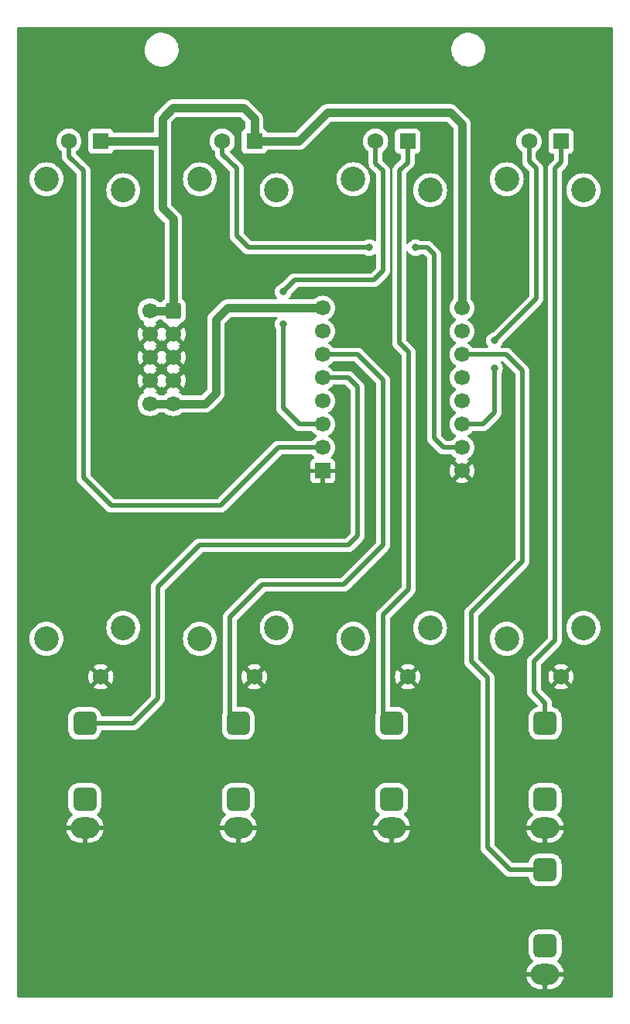
<source format=gtl>
G04 #@! TF.GenerationSoftware,KiCad,Pcbnew,7.0.7*
G04 #@! TF.CreationDate,2025-11-01T14:08:12+08:00*
G04 #@! TF.ProjectId,2144_LPF,32313434-5f4c-4504-962e-6b696361645f,rev?*
G04 #@! TF.SameCoordinates,Original*
G04 #@! TF.FileFunction,Copper,L1,Top*
G04 #@! TF.FilePolarity,Positive*
%FSLAX46Y46*%
G04 Gerber Fmt 4.6, Leading zero omitted, Abs format (unit mm)*
G04 Created by KiCad (PCBNEW 7.0.7) date 2025-11-01 14:08:12*
%MOMM*%
%LPD*%
G01*
G04 APERTURE LIST*
G04 Aperture macros list*
%AMRoundRect*
0 Rectangle with rounded corners*
0 $1 Rounding radius*
0 $2 $3 $4 $5 $6 $7 $8 $9 X,Y pos of 4 corners*
0 Add a 4 corners polygon primitive as box body*
4,1,4,$2,$3,$4,$5,$6,$7,$8,$9,$2,$3,0*
0 Add four circle primitives for the rounded corners*
1,1,$1+$1,$2,$3*
1,1,$1+$1,$4,$5*
1,1,$1+$1,$6,$7*
1,1,$1+$1,$8,$9*
0 Add four rect primitives between the rounded corners*
20,1,$1+$1,$2,$3,$4,$5,0*
20,1,$1+$1,$4,$5,$6,$7,0*
20,1,$1+$1,$6,$7,$8,$9,0*
20,1,$1+$1,$8,$9,$2,$3,0*%
G04 Aperture macros list end*
G04 #@! TA.AperFunction,ComponentPad*
%ADD10R,1.750000X1.750000*%
G04 #@! TD*
G04 #@! TA.AperFunction,ComponentPad*
%ADD11C,1.750000*%
G04 #@! TD*
G04 #@! TA.AperFunction,ComponentPad*
%ADD12C,2.700000*%
G04 #@! TD*
G04 #@! TA.AperFunction,ComponentPad*
%ADD13O,3.100000X2.300000*%
G04 #@! TD*
G04 #@! TA.AperFunction,ComponentPad*
%ADD14RoundRect,0.650000X-0.650000X-0.650000X0.650000X-0.650000X0.650000X0.650000X-0.650000X0.650000X0*%
G04 #@! TD*
G04 #@! TA.AperFunction,ComponentPad*
%ADD15R,1.700000X1.700000*%
G04 #@! TD*
G04 #@! TA.AperFunction,ComponentPad*
%ADD16C,1.700000*%
G04 #@! TD*
G04 #@! TA.AperFunction,ComponentPad*
%ADD17RoundRect,0.250000X0.600000X0.600000X-0.600000X0.600000X-0.600000X-0.600000X0.600000X-0.600000X0*%
G04 #@! TD*
G04 #@! TA.AperFunction,ViaPad*
%ADD18C,0.800000*%
G04 #@! TD*
G04 #@! TA.AperFunction,Conductor*
%ADD19C,0.508000*%
G04 #@! TD*
G04 #@! TA.AperFunction,Conductor*
%ADD20C,0.889000*%
G04 #@! TD*
G04 APERTURE END LIST*
D10*
X126920000Y-59500000D03*
D11*
X123420000Y-59500000D03*
X126920000Y-118000000D03*
D12*
X120970000Y-63650000D03*
X129370000Y-64850000D03*
X129370000Y-112650000D03*
X120970000Y-113850000D03*
D13*
X125170000Y-134480000D03*
D14*
X125170000Y-123080000D03*
X125170000Y-131380000D03*
D10*
X76580000Y-59500000D03*
D11*
X73080000Y-59500000D03*
X76580000Y-118000000D03*
D12*
X70630000Y-63650000D03*
X79030000Y-64850000D03*
X79030000Y-112650000D03*
X70630000Y-113850000D03*
D13*
X125170000Y-150480000D03*
D14*
X125170000Y-139080000D03*
X125170000Y-147380000D03*
D10*
X93360000Y-59500000D03*
D11*
X89860000Y-59500000D03*
X93360000Y-118000000D03*
D12*
X87410000Y-63650000D03*
X95810000Y-64850000D03*
X95810000Y-112650000D03*
X87410000Y-113850000D03*
D10*
X110140000Y-59500000D03*
D11*
X106640000Y-59500000D03*
X110140000Y-118000000D03*
D12*
X104190000Y-63650000D03*
X112590000Y-64850000D03*
X112590000Y-112650000D03*
X104190000Y-113850000D03*
D13*
X91610000Y-134480000D03*
D14*
X91610000Y-123080000D03*
X91610000Y-131380000D03*
D13*
X74830000Y-134480000D03*
D14*
X74830000Y-123080000D03*
X74830000Y-131380000D03*
D13*
X108390000Y-134480000D03*
D14*
X108390000Y-123080000D03*
X108390000Y-131380000D03*
D15*
X100838000Y-95504000D03*
D16*
X100838000Y-92964000D03*
X100838000Y-90424000D03*
X100838000Y-87884000D03*
X100838000Y-85344000D03*
X100838000Y-82804000D03*
X100838000Y-80264000D03*
X100838000Y-77724000D03*
X116078000Y-77724000D03*
X116078000Y-80264000D03*
X116078000Y-82804000D03*
X116078000Y-85344000D03*
X116078000Y-87884000D03*
X116078000Y-90424000D03*
X116078000Y-92964000D03*
X116078000Y-95504000D03*
D17*
X84490000Y-78000000D03*
D16*
X81950000Y-78000000D03*
X84490000Y-80540000D03*
X81950000Y-80540000D03*
X84490000Y-83080000D03*
X81950000Y-83080000D03*
X84490000Y-85620000D03*
X81950000Y-85620000D03*
X84490000Y-88160000D03*
X81950000Y-88160000D03*
D18*
X93788000Y-48500000D03*
X100076000Y-65532000D03*
X96266000Y-99822000D03*
X131060000Y-117166664D03*
X81788000Y-140970000D03*
X131060000Y-151500000D03*
X78486000Y-104394000D03*
X68940000Y-71388888D03*
X68940000Y-59944444D03*
X92202000Y-89154000D03*
X68940000Y-105722220D03*
X68940000Y-117166664D03*
X83058000Y-94742000D03*
X131060000Y-82833332D03*
X131060000Y-140055552D03*
X68940000Y-82833332D03*
X131060000Y-71388888D03*
X106212000Y-151500000D03*
X109474000Y-140716000D03*
X68940000Y-128611108D03*
X78994000Y-70612000D03*
X100076000Y-131826000D03*
X105156000Y-78994000D03*
X100076000Y-117856000D03*
X68940000Y-94277776D03*
X99060000Y-53594000D03*
X114808000Y-122174000D03*
X131060000Y-48500000D03*
X131060000Y-105722220D03*
X89662000Y-73660000D03*
X88138000Y-108204000D03*
X76200000Y-54356000D03*
X131060000Y-128611108D03*
X118636000Y-151500000D03*
X120142000Y-71374000D03*
X121666000Y-55118000D03*
X68940000Y-48500000D03*
X68940000Y-140055552D03*
X116078000Y-103124000D03*
X93788000Y-151500000D03*
X93726000Y-143510000D03*
X131060000Y-94277776D03*
X131060000Y-59944444D03*
X83312000Y-127000000D03*
X81364000Y-151500000D03*
X106212000Y-48500000D03*
X68940000Y-151500000D03*
X105918000Y-71120000D03*
X110998000Y-71120000D03*
X96520000Y-75946000D03*
X96520000Y-79502000D03*
X119634000Y-81280000D03*
X119634000Y-84328000D03*
D19*
X110236000Y-82550000D02*
X110236000Y-108458000D01*
X109220000Y-81534000D02*
X110236000Y-82550000D01*
X107442000Y-122132000D02*
X108390000Y-123080000D01*
X110140000Y-59500000D02*
X110140000Y-61818000D01*
X107442000Y-111252000D02*
X107442000Y-122132000D01*
X110140000Y-61818000D02*
X109220000Y-62738000D01*
X109220000Y-62738000D02*
X109220000Y-81534000D01*
X110236000Y-108458000D02*
X107442000Y-111252000D01*
X123952000Y-119634000D02*
X123952000Y-116332000D01*
X123952000Y-116332000D02*
X126238000Y-114046000D01*
X126238000Y-62484000D02*
X126920000Y-61802000D01*
X125170000Y-120852000D02*
X123952000Y-119634000D01*
X125170000Y-123080000D02*
X125170000Y-120852000D01*
X126920000Y-61802000D02*
X126920000Y-59500000D01*
X126238000Y-114046000D02*
X126238000Y-62484000D01*
X103632000Y-103632000D02*
X87376000Y-103632000D01*
X100838000Y-85344000D02*
X103632000Y-85344000D01*
X103632000Y-85344000D02*
X104648000Y-86360000D01*
X87376000Y-103632000D02*
X82804000Y-108204000D01*
X82804000Y-120396000D02*
X80120000Y-123080000D01*
X82804000Y-108204000D02*
X82804000Y-120396000D01*
X104648000Y-86360000D02*
X104648000Y-102616000D01*
X104648000Y-102616000D02*
X103632000Y-103632000D01*
X80120000Y-123080000D02*
X74830000Y-123080000D01*
X107442000Y-85598000D02*
X107442000Y-103632000D01*
X90678000Y-111506000D02*
X90678000Y-122148000D01*
X103124000Y-107950000D02*
X94234000Y-107950000D01*
X94234000Y-107950000D02*
X90678000Y-111506000D01*
X100838000Y-82804000D02*
X104648000Y-82804000D01*
X90678000Y-122148000D02*
X91610000Y-123080000D01*
X104648000Y-82804000D02*
X107442000Y-85598000D01*
X107442000Y-103632000D02*
X103124000Y-107950000D01*
X125170000Y-139080000D02*
X121300000Y-139080000D01*
X122682000Y-84582000D02*
X120904000Y-82804000D01*
X117094000Y-116332000D02*
X117094000Y-110998000D01*
X120904000Y-82804000D02*
X116078000Y-82804000D01*
X121300000Y-139080000D02*
X118872000Y-136652000D01*
X118872000Y-118110000D02*
X117094000Y-116332000D01*
X122682000Y-105410000D02*
X122682000Y-84582000D01*
X117094000Y-110998000D02*
X122682000Y-105410000D01*
X118872000Y-136652000D02*
X118872000Y-118110000D01*
D20*
X83312000Y-59436000D02*
X83312000Y-57023000D01*
X93360000Y-59500000D02*
X98234000Y-59500000D01*
X116078000Y-57658000D02*
X116078000Y-77724000D01*
X101346000Y-56388000D02*
X114808000Y-56388000D01*
X83312000Y-66802000D02*
X83312000Y-59436000D01*
X83248000Y-59500000D02*
X83312000Y-59436000D01*
X93360000Y-57038000D02*
X93360000Y-59500000D01*
X84455000Y-55880000D02*
X92202000Y-55880000D01*
X84490000Y-78000000D02*
X84490000Y-67980000D01*
X92202000Y-55880000D02*
X93360000Y-57038000D01*
X84490000Y-78000000D02*
X81950000Y-78000000D01*
X114808000Y-56388000D02*
X116078000Y-57658000D01*
X76580000Y-59500000D02*
X83248000Y-59500000D01*
X98234000Y-59500000D02*
X101346000Y-56388000D01*
X84490000Y-67980000D02*
X83312000Y-66802000D01*
X83312000Y-57023000D02*
X84455000Y-55880000D01*
X89154000Y-86995000D02*
X87989000Y-88160000D01*
X89154000Y-78994000D02*
X89154000Y-86995000D01*
X87989000Y-88160000D02*
X84490000Y-88160000D01*
X90424000Y-77724000D02*
X89154000Y-78994000D01*
X100838000Y-77724000D02*
X90424000Y-77724000D01*
X84490000Y-88160000D02*
X81950000Y-88160000D01*
D19*
X74676000Y-96266000D02*
X77724000Y-99314000D01*
X73080000Y-61142000D02*
X74676000Y-62738000D01*
X89662000Y-99314000D02*
X96012000Y-92964000D01*
X74676000Y-62738000D02*
X74676000Y-96266000D01*
X96012000Y-92964000D02*
X100838000Y-92964000D01*
X77724000Y-99314000D02*
X89662000Y-99314000D01*
X73080000Y-59500000D02*
X73080000Y-61142000D01*
X89860000Y-59500000D02*
X89860000Y-60904000D01*
X91440000Y-62484000D02*
X91440000Y-69850000D01*
X92710000Y-71120000D02*
X105918000Y-71120000D01*
X113030000Y-91948000D02*
X113030000Y-71882000D01*
X91440000Y-69850000D02*
X92710000Y-71120000D01*
X89860000Y-60904000D02*
X91440000Y-62484000D01*
X116078000Y-92964000D02*
X114046000Y-92964000D01*
X112268000Y-71120000D02*
X110998000Y-71120000D01*
X114046000Y-92964000D02*
X113030000Y-91948000D01*
X113030000Y-71882000D02*
X112268000Y-71120000D01*
X96520000Y-88646000D02*
X96520000Y-79502000D01*
X100838000Y-90424000D02*
X98298000Y-90424000D01*
X97790000Y-74676000D02*
X96520000Y-75946000D01*
X107442000Y-62738000D02*
X107442000Y-73660000D01*
X98298000Y-90424000D02*
X96520000Y-88646000D01*
X106426000Y-74676000D02*
X97790000Y-74676000D01*
X106640000Y-61936000D02*
X107442000Y-62738000D01*
X106640000Y-59500000D02*
X106640000Y-61936000D01*
X107442000Y-73660000D02*
X106426000Y-74676000D01*
X116078000Y-90424000D02*
X118364000Y-90424000D01*
X119634000Y-89154000D02*
X119634000Y-84328000D01*
X123420000Y-61698000D02*
X123420000Y-59500000D01*
X124206000Y-76708000D02*
X124206000Y-62484000D01*
X118364000Y-90424000D02*
X119634000Y-89154000D01*
X119634000Y-81280000D02*
X124206000Y-76708000D01*
X124206000Y-62484000D02*
X123420000Y-61698000D01*
G04 #@! TA.AperFunction,Conductor*
G36*
X82552470Y-85869363D02*
G01*
X82558949Y-85875396D01*
X83064925Y-86381373D01*
X83118424Y-86304970D01*
X83173001Y-86261345D01*
X83242499Y-86254152D01*
X83304854Y-86285674D01*
X83321574Y-86304970D01*
X83375072Y-86381373D01*
X83375073Y-86381373D01*
X83881050Y-85875395D01*
X83942373Y-85841910D01*
X84012064Y-85846894D01*
X84067998Y-85888765D01*
X84073039Y-85896025D01*
X84108239Y-85950798D01*
X84209989Y-86038964D01*
X84223602Y-86050759D01*
X84221293Y-86053422D01*
X84256006Y-86093499D01*
X84265935Y-86162660D01*
X84236898Y-86226210D01*
X84230882Y-86232669D01*
X83728625Y-86734925D01*
X83804594Y-86788119D01*
X83848219Y-86842696D01*
X83855413Y-86912194D01*
X83823890Y-86974549D01*
X83804595Y-86991269D01*
X83618598Y-87121505D01*
X83590010Y-87150092D01*
X83561421Y-87178682D01*
X83500101Y-87212166D01*
X83473742Y-87215000D01*
X82966258Y-87215000D01*
X82899219Y-87195315D01*
X82878577Y-87178681D01*
X82821402Y-87121506D01*
X82821401Y-87121505D01*
X82635405Y-86991269D01*
X82591781Y-86936692D01*
X82584588Y-86867193D01*
X82616110Y-86804839D01*
X82635405Y-86788119D01*
X82711373Y-86734925D01*
X82209116Y-86232669D01*
X82175631Y-86171346D01*
X82180615Y-86101655D01*
X82217640Y-86052193D01*
X82216398Y-86050759D01*
X82223100Y-86044952D01*
X82331761Y-85950798D01*
X82366954Y-85896037D01*
X82419755Y-85850283D01*
X82488914Y-85840339D01*
X82552470Y-85869363D01*
G37*
G04 #@! TD.AperFunction*
G04 #@! TA.AperFunction,Conductor*
G36*
X82552470Y-83329363D02*
G01*
X82558949Y-83335396D01*
X83064925Y-83841373D01*
X83118424Y-83764970D01*
X83173001Y-83721345D01*
X83242499Y-83714152D01*
X83304854Y-83745674D01*
X83321574Y-83764970D01*
X83375072Y-83841373D01*
X83375073Y-83841373D01*
X83881050Y-83335395D01*
X83942373Y-83301910D01*
X84012064Y-83306894D01*
X84067998Y-83348765D01*
X84073039Y-83356025D01*
X84108239Y-83410798D01*
X84190215Y-83481830D01*
X84223602Y-83510759D01*
X84221293Y-83513422D01*
X84256006Y-83553499D01*
X84265935Y-83622660D01*
X84236898Y-83686210D01*
X84230882Y-83692669D01*
X83728625Y-84194925D01*
X83805031Y-84248425D01*
X83848655Y-84303002D01*
X83855848Y-84372501D01*
X83824326Y-84434855D01*
X83805029Y-84451576D01*
X83728625Y-84505072D01*
X84230883Y-85007330D01*
X84264368Y-85068653D01*
X84259384Y-85138345D01*
X84222357Y-85187805D01*
X84223602Y-85189241D01*
X84108238Y-85289202D01*
X84073046Y-85343962D01*
X84020242Y-85389717D01*
X83951083Y-85399660D01*
X83887528Y-85370634D01*
X83881050Y-85364603D01*
X83375072Y-84858625D01*
X83375072Y-84858626D01*
X83321574Y-84935030D01*
X83266998Y-84978655D01*
X83197499Y-84985849D01*
X83135144Y-84954326D01*
X83118424Y-84935030D01*
X83064925Y-84858626D01*
X83064925Y-84858625D01*
X82558949Y-85364602D01*
X82497626Y-85398087D01*
X82427934Y-85393103D01*
X82372001Y-85351231D01*
X82366953Y-85343961D01*
X82331761Y-85289202D01*
X82310049Y-85270389D01*
X82223100Y-85195048D01*
X82223099Y-85195047D01*
X82216398Y-85189241D01*
X82218708Y-85186574D01*
X82184005Y-85146528D01*
X82174058Y-85077370D01*
X82203080Y-85013813D01*
X82209116Y-85007330D01*
X82711373Y-84505073D01*
X82634969Y-84451576D01*
X82591344Y-84396999D01*
X82584150Y-84327501D01*
X82615672Y-84265146D01*
X82634968Y-84248425D01*
X82711373Y-84194925D01*
X82209116Y-83692669D01*
X82175631Y-83631346D01*
X82180615Y-83561655D01*
X82217640Y-83512193D01*
X82216398Y-83510759D01*
X82223100Y-83504952D01*
X82331761Y-83410798D01*
X82366954Y-83356037D01*
X82419755Y-83310283D01*
X82488914Y-83300339D01*
X82552470Y-83329363D01*
G37*
G04 #@! TD.AperFunction*
G04 #@! TA.AperFunction,Conductor*
G36*
X82552470Y-80789363D02*
G01*
X82558949Y-80795396D01*
X83064925Y-81301373D01*
X83118425Y-81224968D01*
X83173002Y-81181344D01*
X83242501Y-81174151D01*
X83304855Y-81205673D01*
X83321576Y-81224969D01*
X83375073Y-81301372D01*
X83881050Y-80795395D01*
X83942373Y-80761910D01*
X84012064Y-80766894D01*
X84067998Y-80808765D01*
X84073039Y-80816025D01*
X84108239Y-80870798D01*
X84190215Y-80941830D01*
X84223602Y-80970759D01*
X84221293Y-80973422D01*
X84256006Y-81013499D01*
X84265935Y-81082660D01*
X84236898Y-81146210D01*
X84230882Y-81152669D01*
X83728625Y-81654925D01*
X83805031Y-81708425D01*
X83848655Y-81763002D01*
X83855848Y-81832501D01*
X83824326Y-81894855D01*
X83805029Y-81911576D01*
X83728625Y-81965072D01*
X84230883Y-82467330D01*
X84264368Y-82528653D01*
X84259384Y-82598345D01*
X84222357Y-82647805D01*
X84223602Y-82649241D01*
X84108238Y-82749202D01*
X84073046Y-82803962D01*
X84020242Y-82849717D01*
X83951083Y-82859660D01*
X83887528Y-82830634D01*
X83881050Y-82824603D01*
X83375072Y-82318625D01*
X83375072Y-82318626D01*
X83321574Y-82395030D01*
X83266998Y-82438655D01*
X83197499Y-82445849D01*
X83135144Y-82414326D01*
X83118424Y-82395030D01*
X83064925Y-82318626D01*
X83064925Y-82318625D01*
X82558949Y-82824602D01*
X82497626Y-82858087D01*
X82427934Y-82853103D01*
X82372001Y-82811231D01*
X82366953Y-82803961D01*
X82331761Y-82749202D01*
X82216398Y-82649241D01*
X82218708Y-82646574D01*
X82184005Y-82606528D01*
X82174058Y-82537370D01*
X82203080Y-82473813D01*
X82209116Y-82467330D01*
X82711373Y-81965073D01*
X82634969Y-81911576D01*
X82591344Y-81856999D01*
X82584150Y-81787501D01*
X82615672Y-81725146D01*
X82634968Y-81708425D01*
X82711373Y-81654925D01*
X82209116Y-81152669D01*
X82175631Y-81091346D01*
X82180615Y-81021655D01*
X82217640Y-80972193D01*
X82216398Y-80970759D01*
X82223100Y-80964952D01*
X82331761Y-80870798D01*
X82366954Y-80816037D01*
X82419755Y-80770283D01*
X82488914Y-80760339D01*
X82552470Y-80789363D01*
G37*
G04 #@! TD.AperFunction*
G04 #@! TA.AperFunction,Conductor*
G36*
X83218849Y-78964685D02*
G01*
X83257349Y-79003904D01*
X83285794Y-79050022D01*
X83297288Y-79068656D01*
X83421344Y-79192712D01*
X83570666Y-79284814D01*
X83643032Y-79308793D01*
X83700476Y-79348566D01*
X83727299Y-79413081D01*
X83727412Y-79423859D01*
X84230883Y-79927330D01*
X84264368Y-79988653D01*
X84259384Y-80058345D01*
X84222357Y-80107805D01*
X84223602Y-80109241D01*
X84108238Y-80209202D01*
X84073046Y-80263962D01*
X84020242Y-80309717D01*
X83951083Y-80319660D01*
X83887528Y-80290634D01*
X83881050Y-80284603D01*
X83375072Y-79778625D01*
X83375072Y-79778626D01*
X83321574Y-79855030D01*
X83266998Y-79898655D01*
X83197499Y-79905849D01*
X83135144Y-79874326D01*
X83118424Y-79855030D01*
X83064925Y-79778626D01*
X83064925Y-79778625D01*
X82558949Y-80284602D01*
X82497626Y-80318087D01*
X82427934Y-80313103D01*
X82372001Y-80271231D01*
X82366953Y-80263961D01*
X82331761Y-80209202D01*
X82216398Y-80109241D01*
X82218708Y-80106574D01*
X82184005Y-80066528D01*
X82174058Y-79997370D01*
X82203080Y-79933813D01*
X82209116Y-79927330D01*
X82711373Y-79425073D01*
X82711373Y-79425072D01*
X82635405Y-79371880D01*
X82591780Y-79317304D01*
X82584586Y-79247805D01*
X82616108Y-79185451D01*
X82635399Y-79168734D01*
X82821401Y-79038495D01*
X82878577Y-78981318D01*
X82939900Y-78947834D01*
X82966258Y-78945000D01*
X83151810Y-78945000D01*
X83218849Y-78964685D01*
G37*
G04 #@! TD.AperFunction*
G04 #@! TA.AperFunction,Conductor*
G36*
X132503039Y-47019685D02*
G01*
X132548794Y-47072489D01*
X132560000Y-47124000D01*
X132560000Y-152876000D01*
X132540315Y-152943039D01*
X132487511Y-152988794D01*
X132436000Y-153000000D01*
X67564000Y-153000000D01*
X67496961Y-152980315D01*
X67451206Y-152927511D01*
X67440000Y-152876000D01*
X67440000Y-150730001D01*
X123134572Y-150730001D01*
X123135274Y-150738911D01*
X123135274Y-150738914D01*
X123195901Y-150991445D01*
X123195906Y-150991462D01*
X123295290Y-151231397D01*
X123295292Y-151231400D01*
X123430990Y-151452840D01*
X123430991Y-151452841D01*
X123599666Y-151650333D01*
X123797158Y-151819008D01*
X123797159Y-151819009D01*
X124018599Y-151954707D01*
X124018602Y-151954709D01*
X124258537Y-152054093D01*
X124258554Y-152054098D01*
X124511088Y-152114725D01*
X124511087Y-152114725D01*
X124705171Y-152130000D01*
X124920000Y-152130000D01*
X124920000Y-150904000D01*
X124939685Y-150836961D01*
X124992489Y-150791206D01*
X125044000Y-150780000D01*
X125296000Y-150780000D01*
X125363039Y-150799685D01*
X125408794Y-150852489D01*
X125420000Y-150904000D01*
X125420000Y-152130000D01*
X125634829Y-152130000D01*
X125828911Y-152114725D01*
X126081445Y-152054098D01*
X126081462Y-152054093D01*
X126321397Y-151954709D01*
X126321400Y-151954707D01*
X126542840Y-151819009D01*
X126542841Y-151819008D01*
X126740333Y-151650333D01*
X126909008Y-151452841D01*
X126909009Y-151452840D01*
X127044707Y-151231400D01*
X127044709Y-151231397D01*
X127144093Y-150991462D01*
X127144098Y-150991445D01*
X127204725Y-150738914D01*
X127204725Y-150738911D01*
X127205427Y-150730001D01*
X127205426Y-150730000D01*
X126074979Y-150730000D01*
X126007940Y-150710315D01*
X125962185Y-150657511D01*
X125952241Y-150588353D01*
X125955713Y-150572066D01*
X125973894Y-150508162D01*
X125973895Y-150508160D01*
X125963546Y-150396482D01*
X125963546Y-150396479D01*
X125963544Y-150396475D01*
X125961115Y-150387937D01*
X125961701Y-150318070D01*
X125999966Y-150259610D01*
X126063763Y-150231119D01*
X126080381Y-150230000D01*
X127205426Y-150230000D01*
X127205427Y-150229998D01*
X127204725Y-150221088D01*
X127204725Y-150221085D01*
X127144098Y-149968554D01*
X127144093Y-149968537D01*
X127044709Y-149728602D01*
X127044707Y-149728599D01*
X126909009Y-149507159D01*
X126909008Y-149507158D01*
X126740333Y-149309666D01*
X126542841Y-149140991D01*
X126538898Y-149138126D01*
X126539506Y-149137288D01*
X126496001Y-149089197D01*
X126484582Y-149020267D01*
X126512242Y-148956106D01*
X126537590Y-148932989D01*
X126558142Y-148918911D01*
X126708911Y-148768142D01*
X126829409Y-148592237D01*
X126915532Y-148397185D01*
X126964349Y-148189630D01*
X126970500Y-148101012D01*
X126970500Y-146658988D01*
X126964349Y-146570370D01*
X126964347Y-146570364D01*
X126964347Y-146570359D01*
X126915534Y-146362823D01*
X126915532Y-146362817D01*
X126915532Y-146362815D01*
X126829409Y-146167763D01*
X126708911Y-145991858D01*
X126708906Y-145991852D01*
X126558147Y-145841093D01*
X126558141Y-145841088D01*
X126382238Y-145720592D01*
X126382239Y-145720592D01*
X126382237Y-145720591D01*
X126187185Y-145634468D01*
X126187183Y-145634467D01*
X126187182Y-145634467D01*
X126187176Y-145634465D01*
X125979640Y-145585652D01*
X125979625Y-145585650D01*
X125906546Y-145580578D01*
X125891012Y-145579500D01*
X124448988Y-145579500D01*
X124434705Y-145580491D01*
X124360374Y-145585650D01*
X124360359Y-145585652D01*
X124152823Y-145634465D01*
X124152817Y-145634467D01*
X123957761Y-145720592D01*
X123781858Y-145841088D01*
X123781852Y-145841093D01*
X123631093Y-145991852D01*
X123631088Y-145991858D01*
X123510592Y-146167761D01*
X123424467Y-146362817D01*
X123424465Y-146362823D01*
X123375652Y-146570359D01*
X123375650Y-146570374D01*
X123369500Y-146658990D01*
X123369500Y-148101010D01*
X123375650Y-148189625D01*
X123375652Y-148189640D01*
X123424465Y-148397176D01*
X123424467Y-148397182D01*
X123424468Y-148397185D01*
X123510591Y-148592237D01*
X123510592Y-148592238D01*
X123631088Y-148768141D01*
X123631093Y-148768147D01*
X123781852Y-148918906D01*
X123781856Y-148918909D01*
X123781858Y-148918911D01*
X123802405Y-148932986D01*
X123846589Y-148987112D01*
X123854496Y-149056533D01*
X123823617Y-149119208D01*
X123800926Y-149137884D01*
X123801102Y-149138126D01*
X123797158Y-149140991D01*
X123599666Y-149309666D01*
X123430991Y-149507158D01*
X123430990Y-149507159D01*
X123295292Y-149728599D01*
X123295290Y-149728602D01*
X123195906Y-149968537D01*
X123195901Y-149968554D01*
X123135274Y-150221085D01*
X123135274Y-150221088D01*
X123134572Y-150229998D01*
X123134574Y-150230000D01*
X124265021Y-150230000D01*
X124332060Y-150249685D01*
X124377815Y-150302489D01*
X124387759Y-150371647D01*
X124384287Y-150387934D01*
X124366105Y-150451837D01*
X124366104Y-150451837D01*
X124376453Y-150563517D01*
X124378885Y-150572063D01*
X124378299Y-150641930D01*
X124340034Y-150700390D01*
X124276237Y-150728881D01*
X124259619Y-150730000D01*
X123134574Y-150730000D01*
X123134572Y-150730001D01*
X67440000Y-150730001D01*
X67440000Y-134730001D01*
X72794572Y-134730001D01*
X72795274Y-134738911D01*
X72795274Y-134738914D01*
X72855901Y-134991445D01*
X72855906Y-134991462D01*
X72955290Y-135231397D01*
X72955292Y-135231400D01*
X73090990Y-135452840D01*
X73090991Y-135452841D01*
X73259666Y-135650333D01*
X73457158Y-135819008D01*
X73457159Y-135819009D01*
X73678599Y-135954707D01*
X73678602Y-135954709D01*
X73918537Y-136054093D01*
X73918554Y-136054098D01*
X74171088Y-136114725D01*
X74171087Y-136114725D01*
X74365171Y-136130000D01*
X74580000Y-136130000D01*
X74580000Y-134904000D01*
X74599685Y-134836961D01*
X74652489Y-134791206D01*
X74704000Y-134780000D01*
X74956000Y-134780000D01*
X75023039Y-134799685D01*
X75068794Y-134852489D01*
X75080000Y-134904000D01*
X75080000Y-136130000D01*
X75294829Y-136130000D01*
X75488911Y-136114725D01*
X75741445Y-136054098D01*
X75741462Y-136054093D01*
X75981397Y-135954709D01*
X75981400Y-135954707D01*
X76202840Y-135819009D01*
X76202841Y-135819008D01*
X76400333Y-135650333D01*
X76569008Y-135452841D01*
X76569009Y-135452840D01*
X76704707Y-135231400D01*
X76704709Y-135231397D01*
X76804093Y-134991462D01*
X76804098Y-134991445D01*
X76864725Y-134738914D01*
X76864725Y-134738911D01*
X76865427Y-134730001D01*
X89574572Y-134730001D01*
X89575274Y-134738911D01*
X89575274Y-134738914D01*
X89635901Y-134991445D01*
X89635906Y-134991462D01*
X89735290Y-135231397D01*
X89735292Y-135231400D01*
X89870990Y-135452840D01*
X89870991Y-135452841D01*
X90039666Y-135650333D01*
X90237158Y-135819008D01*
X90237159Y-135819009D01*
X90458599Y-135954707D01*
X90458602Y-135954709D01*
X90698537Y-136054093D01*
X90698554Y-136054098D01*
X90951088Y-136114725D01*
X90951087Y-136114725D01*
X91145171Y-136130000D01*
X91360000Y-136130000D01*
X91360000Y-134904000D01*
X91379685Y-134836961D01*
X91432489Y-134791206D01*
X91484000Y-134780000D01*
X91736000Y-134780000D01*
X91803039Y-134799685D01*
X91848794Y-134852489D01*
X91860000Y-134904000D01*
X91860000Y-136130000D01*
X92074829Y-136130000D01*
X92268911Y-136114725D01*
X92521445Y-136054098D01*
X92521462Y-136054093D01*
X92761397Y-135954709D01*
X92761400Y-135954707D01*
X92982840Y-135819009D01*
X92982841Y-135819008D01*
X93180333Y-135650333D01*
X93349008Y-135452841D01*
X93349009Y-135452840D01*
X93484707Y-135231400D01*
X93484709Y-135231397D01*
X93584093Y-134991462D01*
X93584098Y-134991445D01*
X93644725Y-134738914D01*
X93644725Y-134738911D01*
X93645427Y-134730001D01*
X106354572Y-134730001D01*
X106355274Y-134738911D01*
X106355274Y-134738914D01*
X106415901Y-134991445D01*
X106415906Y-134991462D01*
X106515290Y-135231397D01*
X106515292Y-135231400D01*
X106650990Y-135452840D01*
X106650991Y-135452841D01*
X106819666Y-135650333D01*
X107017158Y-135819008D01*
X107017159Y-135819009D01*
X107238599Y-135954707D01*
X107238602Y-135954709D01*
X107478537Y-136054093D01*
X107478554Y-136054098D01*
X107731088Y-136114725D01*
X107731087Y-136114725D01*
X107925171Y-136130000D01*
X108140000Y-136130000D01*
X108140000Y-134904000D01*
X108159685Y-134836961D01*
X108212489Y-134791206D01*
X108264000Y-134780000D01*
X108516000Y-134780000D01*
X108583039Y-134799685D01*
X108628794Y-134852489D01*
X108640000Y-134904000D01*
X108639999Y-136130000D01*
X108854829Y-136130000D01*
X109048911Y-136114725D01*
X109301445Y-136054098D01*
X109301462Y-136054093D01*
X109541397Y-135954709D01*
X109541400Y-135954707D01*
X109762840Y-135819009D01*
X109762841Y-135819008D01*
X109960333Y-135650333D01*
X110129008Y-135452841D01*
X110129009Y-135452840D01*
X110264707Y-135231400D01*
X110264709Y-135231397D01*
X110364093Y-134991462D01*
X110364098Y-134991445D01*
X110424725Y-134738914D01*
X110424725Y-134738911D01*
X110425427Y-134730001D01*
X110425426Y-134730000D01*
X109294979Y-134730000D01*
X109227940Y-134710315D01*
X109182185Y-134657511D01*
X109172241Y-134588353D01*
X109175713Y-134572066D01*
X109193894Y-134508162D01*
X109193895Y-134508160D01*
X109183546Y-134396482D01*
X109183546Y-134396479D01*
X109183544Y-134396475D01*
X109181115Y-134387937D01*
X109181701Y-134318070D01*
X109219966Y-134259610D01*
X109283763Y-134231119D01*
X109300381Y-134230000D01*
X110425426Y-134230000D01*
X110425427Y-134229998D01*
X110424725Y-134221088D01*
X110424725Y-134221085D01*
X110364098Y-133968554D01*
X110364093Y-133968537D01*
X110264709Y-133728602D01*
X110264707Y-133728599D01*
X110129009Y-133507159D01*
X110129008Y-133507158D01*
X109960333Y-133309666D01*
X109762841Y-133140991D01*
X109758898Y-133138126D01*
X109759506Y-133137288D01*
X109716001Y-133089197D01*
X109704582Y-133020267D01*
X109732242Y-132956106D01*
X109757590Y-132932989D01*
X109778142Y-132918911D01*
X109928911Y-132768142D01*
X110049409Y-132592237D01*
X110135532Y-132397185D01*
X110184349Y-132189630D01*
X110190500Y-132101012D01*
X110190500Y-130658988D01*
X110184349Y-130570370D01*
X110184347Y-130570364D01*
X110184347Y-130570359D01*
X110135534Y-130362823D01*
X110135532Y-130362817D01*
X110135532Y-130362815D01*
X110049409Y-130167763D01*
X109928911Y-129991858D01*
X109928906Y-129991852D01*
X109778147Y-129841093D01*
X109778141Y-129841088D01*
X109602238Y-129720592D01*
X109602239Y-129720592D01*
X109602237Y-129720591D01*
X109407185Y-129634468D01*
X109407183Y-129634467D01*
X109407182Y-129634467D01*
X109407176Y-129634465D01*
X109199640Y-129585652D01*
X109199625Y-129585650D01*
X109126546Y-129580578D01*
X109111012Y-129579500D01*
X107668988Y-129579500D01*
X107654705Y-129580491D01*
X107580374Y-129585650D01*
X107580359Y-129585652D01*
X107372823Y-129634465D01*
X107372817Y-129634467D01*
X107177761Y-129720592D01*
X107001858Y-129841088D01*
X107001852Y-129841093D01*
X106851093Y-129991852D01*
X106851088Y-129991858D01*
X106730592Y-130167761D01*
X106644467Y-130362817D01*
X106644465Y-130362823D01*
X106595652Y-130570359D01*
X106595650Y-130570374D01*
X106589500Y-130658990D01*
X106589500Y-132101010D01*
X106595650Y-132189625D01*
X106595652Y-132189640D01*
X106644465Y-132397176D01*
X106644467Y-132397182D01*
X106644468Y-132397185D01*
X106730591Y-132592237D01*
X106730592Y-132592238D01*
X106851088Y-132768141D01*
X106851093Y-132768147D01*
X107001852Y-132918906D01*
X107001856Y-132918909D01*
X107001858Y-132918911D01*
X107022405Y-132932986D01*
X107066589Y-132987112D01*
X107074496Y-133056533D01*
X107043617Y-133119208D01*
X107020926Y-133137884D01*
X107021102Y-133138126D01*
X107017158Y-133140991D01*
X106819666Y-133309666D01*
X106650991Y-133507158D01*
X106650990Y-133507159D01*
X106515292Y-133728599D01*
X106515290Y-133728602D01*
X106415906Y-133968537D01*
X106415901Y-133968554D01*
X106355274Y-134221085D01*
X106355274Y-134221088D01*
X106354572Y-134229998D01*
X106354574Y-134230000D01*
X107485021Y-134230000D01*
X107552060Y-134249685D01*
X107597815Y-134302489D01*
X107607759Y-134371647D01*
X107604287Y-134387934D01*
X107586105Y-134451837D01*
X107586104Y-134451837D01*
X107596453Y-134563517D01*
X107598885Y-134572063D01*
X107598299Y-134641930D01*
X107560034Y-134700390D01*
X107496237Y-134728881D01*
X107479619Y-134730000D01*
X106354574Y-134730000D01*
X106354572Y-134730001D01*
X93645427Y-134730001D01*
X93645426Y-134730000D01*
X92514979Y-134730000D01*
X92447940Y-134710315D01*
X92402185Y-134657511D01*
X92392241Y-134588353D01*
X92395713Y-134572066D01*
X92413894Y-134508162D01*
X92413895Y-134508160D01*
X92403546Y-134396482D01*
X92403546Y-134396479D01*
X92403544Y-134396475D01*
X92401115Y-134387937D01*
X92401701Y-134318070D01*
X92439966Y-134259610D01*
X92503763Y-134231119D01*
X92520381Y-134230000D01*
X93645426Y-134230000D01*
X93645427Y-134229998D01*
X93644725Y-134221088D01*
X93644725Y-134221085D01*
X93584098Y-133968554D01*
X93584093Y-133968537D01*
X93484709Y-133728602D01*
X93484707Y-133728599D01*
X93349009Y-133507159D01*
X93349008Y-133507158D01*
X93180333Y-133309666D01*
X92982841Y-133140991D01*
X92978898Y-133138126D01*
X92979506Y-133137288D01*
X92936001Y-133089197D01*
X92924582Y-133020267D01*
X92952242Y-132956106D01*
X92977590Y-132932989D01*
X92998142Y-132918911D01*
X93148911Y-132768142D01*
X93269409Y-132592237D01*
X93355532Y-132397185D01*
X93404349Y-132189630D01*
X93410500Y-132101012D01*
X93410500Y-130658988D01*
X93404349Y-130570370D01*
X93404347Y-130570364D01*
X93404347Y-130570359D01*
X93355534Y-130362823D01*
X93355532Y-130362817D01*
X93355532Y-130362815D01*
X93269409Y-130167763D01*
X93148911Y-129991858D01*
X93148906Y-129991852D01*
X92998147Y-129841093D01*
X92998141Y-129841088D01*
X92822238Y-129720592D01*
X92822239Y-129720592D01*
X92822237Y-129720591D01*
X92627185Y-129634468D01*
X92627183Y-129634467D01*
X92627182Y-129634467D01*
X92627176Y-129634465D01*
X92419640Y-129585652D01*
X92419625Y-129585650D01*
X92346546Y-129580578D01*
X92331012Y-129579500D01*
X90888988Y-129579500D01*
X90874705Y-129580491D01*
X90800374Y-129585650D01*
X90800359Y-129585652D01*
X90592823Y-129634465D01*
X90592817Y-129634467D01*
X90397761Y-129720592D01*
X90221858Y-129841088D01*
X90221852Y-129841093D01*
X90071093Y-129991852D01*
X90071088Y-129991858D01*
X89950592Y-130167761D01*
X89864467Y-130362817D01*
X89864465Y-130362823D01*
X89815652Y-130570359D01*
X89815650Y-130570374D01*
X89809500Y-130658990D01*
X89809500Y-132101010D01*
X89815650Y-132189625D01*
X89815652Y-132189640D01*
X89864465Y-132397176D01*
X89864467Y-132397182D01*
X89864468Y-132397185D01*
X89950591Y-132592237D01*
X89950592Y-132592238D01*
X90071088Y-132768141D01*
X90071093Y-132768147D01*
X90221852Y-132918906D01*
X90221856Y-132918909D01*
X90221858Y-132918911D01*
X90242405Y-132932986D01*
X90286589Y-132987112D01*
X90294496Y-133056533D01*
X90263617Y-133119208D01*
X90240926Y-133137884D01*
X90241102Y-133138126D01*
X90237158Y-133140991D01*
X90039666Y-133309666D01*
X89870991Y-133507158D01*
X89870990Y-133507159D01*
X89735292Y-133728599D01*
X89735290Y-133728602D01*
X89635906Y-133968537D01*
X89635901Y-133968554D01*
X89575274Y-134221085D01*
X89575274Y-134221088D01*
X89574572Y-134229998D01*
X89574574Y-134230000D01*
X90705021Y-134230000D01*
X90772060Y-134249685D01*
X90817815Y-134302489D01*
X90827759Y-134371647D01*
X90824287Y-134387934D01*
X90806105Y-134451837D01*
X90806104Y-134451837D01*
X90816453Y-134563517D01*
X90818885Y-134572063D01*
X90818299Y-134641930D01*
X90780034Y-134700390D01*
X90716237Y-134728881D01*
X90699619Y-134730000D01*
X89574574Y-134730000D01*
X89574572Y-134730001D01*
X76865427Y-134730001D01*
X76865426Y-134730000D01*
X75734979Y-134730000D01*
X75667940Y-134710315D01*
X75622185Y-134657511D01*
X75612241Y-134588353D01*
X75615713Y-134572066D01*
X75633894Y-134508162D01*
X75633895Y-134508160D01*
X75623546Y-134396482D01*
X75623546Y-134396479D01*
X75623544Y-134396475D01*
X75621115Y-134387937D01*
X75621701Y-134318070D01*
X75659966Y-134259610D01*
X75723763Y-134231119D01*
X75740381Y-134230000D01*
X76865426Y-134230000D01*
X76865427Y-134229998D01*
X76864725Y-134221088D01*
X76864725Y-134221085D01*
X76804098Y-133968554D01*
X76804093Y-133968537D01*
X76704709Y-133728602D01*
X76704707Y-133728599D01*
X76569009Y-133507159D01*
X76569008Y-133507158D01*
X76400333Y-133309666D01*
X76202841Y-133140991D01*
X76198898Y-133138126D01*
X76199506Y-133137288D01*
X76156001Y-133089197D01*
X76144582Y-133020267D01*
X76172242Y-132956106D01*
X76197590Y-132932989D01*
X76218142Y-132918911D01*
X76368911Y-132768142D01*
X76489409Y-132592237D01*
X76575532Y-132397185D01*
X76624349Y-132189630D01*
X76630500Y-132101012D01*
X76630500Y-130658988D01*
X76624349Y-130570370D01*
X76624347Y-130570364D01*
X76624347Y-130570359D01*
X76575534Y-130362823D01*
X76575532Y-130362817D01*
X76575532Y-130362815D01*
X76489409Y-130167763D01*
X76368911Y-129991858D01*
X76368906Y-129991852D01*
X76218147Y-129841093D01*
X76218141Y-129841088D01*
X76042238Y-129720592D01*
X76042239Y-129720592D01*
X76042237Y-129720591D01*
X75847185Y-129634468D01*
X75847183Y-129634467D01*
X75847182Y-129634467D01*
X75847176Y-129634465D01*
X75639640Y-129585652D01*
X75639625Y-129585650D01*
X75566546Y-129580578D01*
X75551012Y-129579500D01*
X74108988Y-129579500D01*
X74094705Y-129580491D01*
X74020374Y-129585650D01*
X74020359Y-129585652D01*
X73812823Y-129634465D01*
X73812817Y-129634467D01*
X73617761Y-129720592D01*
X73441858Y-129841088D01*
X73441852Y-129841093D01*
X73291093Y-129991852D01*
X73291088Y-129991858D01*
X73170592Y-130167761D01*
X73084467Y-130362817D01*
X73084465Y-130362823D01*
X73035652Y-130570359D01*
X73035650Y-130570374D01*
X73029500Y-130658990D01*
X73029500Y-132101010D01*
X73035650Y-132189625D01*
X73035652Y-132189640D01*
X73084465Y-132397176D01*
X73084467Y-132397182D01*
X73084468Y-132397185D01*
X73170591Y-132592237D01*
X73170592Y-132592238D01*
X73291088Y-132768141D01*
X73291093Y-132768147D01*
X73441852Y-132918906D01*
X73441856Y-132918909D01*
X73441858Y-132918911D01*
X73462405Y-132932986D01*
X73506589Y-132987112D01*
X73514496Y-133056533D01*
X73483617Y-133119208D01*
X73460926Y-133137884D01*
X73461102Y-133138126D01*
X73457158Y-133140991D01*
X73259666Y-133309666D01*
X73090991Y-133507158D01*
X73090990Y-133507159D01*
X72955292Y-133728599D01*
X72955290Y-133728602D01*
X72855906Y-133968537D01*
X72855901Y-133968554D01*
X72795274Y-134221085D01*
X72795274Y-134221088D01*
X72794572Y-134229998D01*
X72794574Y-134230000D01*
X73925021Y-134230000D01*
X73992060Y-134249685D01*
X74037815Y-134302489D01*
X74047759Y-134371647D01*
X74044287Y-134387934D01*
X74026105Y-134451837D01*
X74026104Y-134451837D01*
X74036453Y-134563517D01*
X74038885Y-134572063D01*
X74038299Y-134641930D01*
X74000034Y-134700390D01*
X73936237Y-134728881D01*
X73919619Y-134730000D01*
X72794574Y-134730000D01*
X72794572Y-134730001D01*
X67440000Y-134730001D01*
X67440000Y-118000006D01*
X75200288Y-118000006D01*
X75219103Y-118227085D01*
X75219105Y-118227093D01*
X75275045Y-118447993D01*
X75366577Y-118656664D01*
X75366579Y-118656668D01*
X75446874Y-118779570D01*
X75898589Y-118327855D01*
X75959912Y-118294370D01*
X76029603Y-118299354D01*
X76084645Y-118340048D01*
X76147931Y-118422524D01*
X76152076Y-118427926D01*
X76239948Y-118495352D01*
X76281151Y-118551780D01*
X76285306Y-118621526D01*
X76252143Y-118681409D01*
X75799015Y-119134536D01*
X75799016Y-119134537D01*
X75825366Y-119155046D01*
X75825372Y-119155050D01*
X76025769Y-119263499D01*
X76025780Y-119263504D01*
X76241298Y-119337492D01*
X76466065Y-119375000D01*
X76693935Y-119375000D01*
X76918701Y-119337492D01*
X77134219Y-119263504D01*
X77134230Y-119263499D01*
X77334633Y-119155047D01*
X77360982Y-119134537D01*
X77360982Y-119134536D01*
X76907855Y-118681409D01*
X76874370Y-118620086D01*
X76879354Y-118550394D01*
X76920047Y-118495355D01*
X77007925Y-118427925D01*
X77075355Y-118340048D01*
X77131781Y-118298848D01*
X77201527Y-118294693D01*
X77261410Y-118327856D01*
X77713124Y-118779571D01*
X77793420Y-118656669D01*
X77884954Y-118447993D01*
X77940894Y-118227093D01*
X77940896Y-118227085D01*
X77959712Y-118000006D01*
X77959712Y-117999993D01*
X77940896Y-117772914D01*
X77940894Y-117772906D01*
X77884954Y-117552006D01*
X77793420Y-117343330D01*
X77713124Y-117220427D01*
X77261409Y-117672143D01*
X77200086Y-117705628D01*
X77130394Y-117700644D01*
X77075352Y-117659948D01*
X77007926Y-117572076D01*
X76981770Y-117552006D01*
X76920048Y-117504645D01*
X76878847Y-117448218D01*
X76874692Y-117378472D01*
X76907855Y-117318589D01*
X77360983Y-116865462D01*
X77360982Y-116865461D01*
X77334632Y-116844952D01*
X77334627Y-116844949D01*
X77134230Y-116736500D01*
X77134219Y-116736495D01*
X76918701Y-116662507D01*
X76693935Y-116625000D01*
X76466065Y-116625000D01*
X76241298Y-116662507D01*
X76025780Y-116736495D01*
X76025769Y-116736500D01*
X75825373Y-116844948D01*
X75799016Y-116865462D01*
X76252144Y-117318590D01*
X76285629Y-117379913D01*
X76280645Y-117449605D01*
X76239950Y-117504645D01*
X76178230Y-117552006D01*
X76152074Y-117572076D01*
X76084645Y-117659950D01*
X76028216Y-117701152D01*
X75958470Y-117705306D01*
X75898589Y-117672143D01*
X75446874Y-117220428D01*
X75366578Y-117343333D01*
X75366577Y-117343335D01*
X75275045Y-117552006D01*
X75219105Y-117772906D01*
X75219103Y-117772914D01*
X75200288Y-117999993D01*
X75200288Y-118000006D01*
X67440000Y-118000006D01*
X67440000Y-113850001D01*
X68774773Y-113850001D01*
X68793657Y-114114027D01*
X68793658Y-114114034D01*
X68849921Y-114372673D01*
X68942426Y-114620690D01*
X68942428Y-114620694D01*
X69069280Y-114853005D01*
X69069285Y-114853013D01*
X69227906Y-115064907D01*
X69227922Y-115064925D01*
X69415074Y-115252077D01*
X69415092Y-115252093D01*
X69626986Y-115410714D01*
X69626994Y-115410719D01*
X69859305Y-115537571D01*
X69859309Y-115537573D01*
X69859311Y-115537574D01*
X70107322Y-115630077D01*
X70107325Y-115630077D01*
X70107326Y-115630078D01*
X70302552Y-115672546D01*
X70365974Y-115686343D01*
X70609660Y-115703772D01*
X70629999Y-115705227D01*
X70630000Y-115705227D01*
X70630001Y-115705227D01*
X70648884Y-115703876D01*
X70894026Y-115686343D01*
X71152678Y-115630077D01*
X71400689Y-115537574D01*
X71633011Y-115410716D01*
X71844915Y-115252087D01*
X72032087Y-115064915D01*
X72190716Y-114853011D01*
X72317574Y-114620689D01*
X72410077Y-114372678D01*
X72466343Y-114114026D01*
X72485227Y-113850000D01*
X72466343Y-113585974D01*
X72410077Y-113327322D01*
X72317574Y-113079311D01*
X72190716Y-112846989D01*
X72190714Y-112846986D01*
X72043254Y-112650001D01*
X77174773Y-112650001D01*
X77193657Y-112914027D01*
X77193658Y-112914034D01*
X77249921Y-113172673D01*
X77342426Y-113420690D01*
X77342428Y-113420694D01*
X77469280Y-113653005D01*
X77469285Y-113653013D01*
X77627906Y-113864907D01*
X77627922Y-113864925D01*
X77815074Y-114052077D01*
X77815092Y-114052093D01*
X78026986Y-114210714D01*
X78026994Y-114210719D01*
X78259305Y-114337571D01*
X78259309Y-114337573D01*
X78259311Y-114337574D01*
X78507322Y-114430077D01*
X78507325Y-114430077D01*
X78507326Y-114430078D01*
X78633016Y-114457420D01*
X78765974Y-114486343D01*
X79009660Y-114503772D01*
X79029999Y-114505227D01*
X79030000Y-114505227D01*
X79030001Y-114505227D01*
X79048885Y-114503876D01*
X79294026Y-114486343D01*
X79552678Y-114430077D01*
X79800689Y-114337574D01*
X80033011Y-114210716D01*
X80244915Y-114052087D01*
X80432087Y-113864915D01*
X80590716Y-113653011D01*
X80717574Y-113420689D01*
X80810077Y-113172678D01*
X80866343Y-112914026D01*
X80885227Y-112650000D01*
X80884159Y-112635074D01*
X80882525Y-112612230D01*
X80866343Y-112385974D01*
X80845310Y-112289285D01*
X80810078Y-112127326D01*
X80788667Y-112069921D01*
X80717574Y-111879311D01*
X80675821Y-111802847D01*
X80590719Y-111646994D01*
X80590714Y-111646986D01*
X80432093Y-111435092D01*
X80432077Y-111435074D01*
X80244925Y-111247922D01*
X80244907Y-111247906D01*
X80033013Y-111089285D01*
X80033005Y-111089280D01*
X79800694Y-110962428D01*
X79800690Y-110962426D01*
X79552673Y-110869921D01*
X79294034Y-110813658D01*
X79294027Y-110813657D01*
X79030001Y-110794773D01*
X79029999Y-110794773D01*
X78765972Y-110813657D01*
X78765965Y-110813658D01*
X78507326Y-110869921D01*
X78259309Y-110962426D01*
X78259305Y-110962428D01*
X78026994Y-111089280D01*
X78026986Y-111089285D01*
X77815092Y-111247906D01*
X77815074Y-111247922D01*
X77627922Y-111435074D01*
X77627906Y-111435092D01*
X77469285Y-111646986D01*
X77469280Y-111646994D01*
X77342428Y-111879305D01*
X77342426Y-111879309D01*
X77249921Y-112127326D01*
X77193658Y-112385965D01*
X77193657Y-112385972D01*
X77174773Y-112649998D01*
X77174773Y-112650001D01*
X72043254Y-112650001D01*
X72032093Y-112635092D01*
X72032077Y-112635074D01*
X71844925Y-112447922D01*
X71844907Y-112447906D01*
X71633013Y-112289285D01*
X71633005Y-112289280D01*
X71400694Y-112162428D01*
X71400690Y-112162426D01*
X71152673Y-112069921D01*
X70894034Y-112013658D01*
X70894027Y-112013657D01*
X70630001Y-111994773D01*
X70629999Y-111994773D01*
X70365972Y-112013657D01*
X70365965Y-112013658D01*
X70107326Y-112069921D01*
X69859309Y-112162426D01*
X69859305Y-112162428D01*
X69626994Y-112289280D01*
X69626986Y-112289285D01*
X69415092Y-112447906D01*
X69415074Y-112447922D01*
X69227922Y-112635074D01*
X69227906Y-112635092D01*
X69069285Y-112846986D01*
X69069280Y-112846994D01*
X68942428Y-113079305D01*
X68942426Y-113079309D01*
X68849921Y-113327326D01*
X68793658Y-113585965D01*
X68793657Y-113585972D01*
X68774773Y-113849998D01*
X68774773Y-113850001D01*
X67440000Y-113850001D01*
X67440000Y-63650001D01*
X68774773Y-63650001D01*
X68793657Y-63914027D01*
X68793658Y-63914034D01*
X68849921Y-64172673D01*
X68942426Y-64420690D01*
X68942428Y-64420694D01*
X69069280Y-64653005D01*
X69069285Y-64653013D01*
X69227906Y-64864907D01*
X69227922Y-64864925D01*
X69415074Y-65052077D01*
X69415092Y-65052093D01*
X69626986Y-65210714D01*
X69626994Y-65210719D01*
X69859305Y-65337571D01*
X69859309Y-65337573D01*
X69859311Y-65337574D01*
X70107322Y-65430077D01*
X70107325Y-65430077D01*
X70107326Y-65430078D01*
X70302551Y-65472546D01*
X70365974Y-65486343D01*
X70609660Y-65503772D01*
X70629999Y-65505227D01*
X70630000Y-65505227D01*
X70630001Y-65505227D01*
X70648885Y-65503876D01*
X70894026Y-65486343D01*
X71152678Y-65430077D01*
X71400689Y-65337574D01*
X71633011Y-65210716D01*
X71844915Y-65052087D01*
X72032087Y-64864915D01*
X72190716Y-64653011D01*
X72317574Y-64420689D01*
X72410077Y-64172678D01*
X72466343Y-63914026D01*
X72485227Y-63650000D01*
X72484159Y-63635074D01*
X72482525Y-63612229D01*
X72466343Y-63385974D01*
X72445310Y-63289285D01*
X72410078Y-63127326D01*
X72400589Y-63101886D01*
X72317574Y-62879311D01*
X72286021Y-62821527D01*
X72190719Y-62646994D01*
X72190714Y-62646986D01*
X72032093Y-62435092D01*
X72032077Y-62435074D01*
X71844925Y-62247922D01*
X71844907Y-62247906D01*
X71633013Y-62089285D01*
X71633005Y-62089280D01*
X71400694Y-61962428D01*
X71400690Y-61962426D01*
X71152673Y-61869921D01*
X70894034Y-61813658D01*
X70894027Y-61813657D01*
X70630001Y-61794773D01*
X70629999Y-61794773D01*
X70365972Y-61813657D01*
X70365965Y-61813658D01*
X70107326Y-61869921D01*
X69859309Y-61962426D01*
X69859305Y-61962428D01*
X69626994Y-62089280D01*
X69626986Y-62089285D01*
X69415092Y-62247906D01*
X69415074Y-62247922D01*
X69227922Y-62435074D01*
X69227906Y-62435092D01*
X69069285Y-62646986D01*
X69069280Y-62646994D01*
X68942428Y-62879305D01*
X68942426Y-62879309D01*
X68849921Y-63127326D01*
X68793658Y-63385965D01*
X68793657Y-63385972D01*
X68774773Y-63649998D01*
X68774773Y-63650001D01*
X67440000Y-63650001D01*
X67440000Y-59500006D01*
X71699786Y-59500006D01*
X71718608Y-59727168D01*
X71718610Y-59727179D01*
X71774569Y-59948155D01*
X71866137Y-60156908D01*
X71990814Y-60347742D01*
X72013967Y-60372893D01*
X72145206Y-60515456D01*
X72277663Y-60618552D01*
X72318475Y-60675261D01*
X72325500Y-60716404D01*
X72325500Y-61078000D01*
X72324191Y-61095969D01*
X72320684Y-61119908D01*
X72325264Y-61172241D01*
X72325500Y-61177648D01*
X72325500Y-61185946D01*
X72329325Y-61218674D01*
X72336056Y-61295610D01*
X72337516Y-61302677D01*
X72337464Y-61302687D01*
X72339123Y-61310167D01*
X72339174Y-61310155D01*
X72340839Y-61317180D01*
X72340839Y-61317182D01*
X72340840Y-61317184D01*
X72355522Y-61357525D01*
X72367247Y-61389740D01*
X72391535Y-61463034D01*
X72394586Y-61469575D01*
X72394536Y-61469598D01*
X72397876Y-61476497D01*
X72397925Y-61476473D01*
X72401162Y-61482920D01*
X72401164Y-61482924D01*
X72415997Y-61505476D01*
X72443599Y-61547444D01*
X72484131Y-61613156D01*
X72488611Y-61618822D01*
X72488569Y-61618855D01*
X72493401Y-61624786D01*
X72493443Y-61624752D01*
X72498081Y-61630280D01*
X72498085Y-61630285D01*
X72521069Y-61651969D01*
X72554247Y-61683272D01*
X73885181Y-63014205D01*
X73918666Y-63075528D01*
X73921500Y-63101886D01*
X73921500Y-96202000D01*
X73920191Y-96219969D01*
X73916684Y-96243908D01*
X73921264Y-96296241D01*
X73921500Y-96301648D01*
X73921500Y-96309946D01*
X73925325Y-96342674D01*
X73932056Y-96419610D01*
X73933516Y-96426677D01*
X73933464Y-96426687D01*
X73935123Y-96434167D01*
X73935174Y-96434155D01*
X73936839Y-96441180D01*
X73963247Y-96513740D01*
X73987535Y-96587034D01*
X73990586Y-96593575D01*
X73990536Y-96593598D01*
X73993876Y-96600497D01*
X73993925Y-96600473D01*
X73997165Y-96606925D01*
X74039599Y-96671444D01*
X74080131Y-96737156D01*
X74084611Y-96742822D01*
X74084569Y-96742855D01*
X74089401Y-96748786D01*
X74089443Y-96748752D01*
X74094081Y-96754280D01*
X74094085Y-96754285D01*
X74122165Y-96780777D01*
X74150247Y-96807272D01*
X77145234Y-99802258D01*
X77157015Y-99815890D01*
X77171461Y-99835294D01*
X77211715Y-99869071D01*
X77215687Y-99872711D01*
X77221559Y-99878583D01*
X77247415Y-99899027D01*
X77306572Y-99948667D01*
X77312609Y-99952637D01*
X77312579Y-99952682D01*
X77319038Y-99956796D01*
X77319067Y-99956750D01*
X77325206Y-99960537D01*
X77325209Y-99960539D01*
X77395191Y-99993172D01*
X77464189Y-100027824D01*
X77464194Y-100027825D01*
X77470979Y-100030295D01*
X77470960Y-100030347D01*
X77478185Y-100032858D01*
X77478203Y-100032807D01*
X77485062Y-100035080D01*
X77517219Y-100041719D01*
X77560689Y-100050695D01*
X77635812Y-100068500D01*
X77635815Y-100068500D01*
X77642986Y-100069339D01*
X77642979Y-100069392D01*
X77650594Y-100070170D01*
X77650599Y-100070117D01*
X77657789Y-100070746D01*
X77657793Y-100070745D01*
X77657794Y-100070746D01*
X77734982Y-100068500D01*
X89598000Y-100068500D01*
X89615969Y-100069809D01*
X89621350Y-100070596D01*
X89639906Y-100073315D01*
X89692248Y-100068735D01*
X89697649Y-100068500D01*
X89705934Y-100068500D01*
X89705941Y-100068500D01*
X89738674Y-100064674D01*
X89815612Y-100057943D01*
X89815615Y-100057941D01*
X89822693Y-100056481D01*
X89822704Y-100056535D01*
X89830163Y-100054881D01*
X89830151Y-100054827D01*
X89837178Y-100053160D01*
X89837184Y-100053160D01*
X89893103Y-100032807D01*
X89909740Y-100026752D01*
X89983034Y-100002465D01*
X89989581Y-99999412D01*
X89989604Y-99999462D01*
X89996498Y-99996125D01*
X89996473Y-99996075D01*
X90002916Y-99992838D01*
X90002924Y-99992836D01*
X90052030Y-99960538D01*
X90067443Y-99950401D01*
X90097051Y-99932138D01*
X90133154Y-99909870D01*
X90133159Y-99909864D01*
X90138823Y-99905387D01*
X90138857Y-99905430D01*
X90144782Y-99900604D01*
X90144747Y-99900562D01*
X90150283Y-99895916D01*
X90150282Y-99895916D01*
X90150285Y-99895915D01*
X90203271Y-99839752D01*
X96288204Y-93754819D01*
X96349528Y-93721334D01*
X96375886Y-93718500D01*
X99653099Y-93718500D01*
X99720138Y-93738185D01*
X99754674Y-93771376D01*
X99799505Y-93835401D01*
X99799506Y-93835402D01*
X99921818Y-93957714D01*
X99955303Y-94019037D01*
X99950319Y-94088729D01*
X99908447Y-94144662D01*
X99877471Y-94161577D01*
X99745912Y-94210646D01*
X99745906Y-94210649D01*
X99630812Y-94296809D01*
X99630809Y-94296812D01*
X99544649Y-94411906D01*
X99544645Y-94411913D01*
X99494403Y-94546620D01*
X99494401Y-94546627D01*
X99488000Y-94606155D01*
X99488000Y-94606172D01*
X99487999Y-95253999D01*
X99488000Y-95254000D01*
X100224653Y-95254000D01*
X100291692Y-95273685D01*
X100337447Y-95326489D01*
X100347391Y-95395647D01*
X100343631Y-95412933D01*
X100338000Y-95432111D01*
X100338000Y-95575888D01*
X100343631Y-95595067D01*
X100343630Y-95664936D01*
X100305855Y-95723714D01*
X100242299Y-95752738D01*
X100224653Y-95754000D01*
X99488000Y-95754000D01*
X99488000Y-96401844D01*
X99494401Y-96461372D01*
X99494403Y-96461379D01*
X99544645Y-96596086D01*
X99544649Y-96596093D01*
X99630809Y-96711187D01*
X99630812Y-96711190D01*
X99745906Y-96797350D01*
X99745913Y-96797354D01*
X99880620Y-96847596D01*
X99880627Y-96847598D01*
X99940155Y-96853999D01*
X99940172Y-96854000D01*
X100588000Y-96854000D01*
X100588000Y-96116301D01*
X100607685Y-96049262D01*
X100660489Y-96003507D01*
X100729647Y-95993563D01*
X100802237Y-96004000D01*
X100802238Y-96004000D01*
X100873762Y-96004000D01*
X100873763Y-96004000D01*
X100946353Y-95993563D01*
X101015512Y-96003507D01*
X101068315Y-96049262D01*
X101088000Y-96116301D01*
X101087999Y-96854000D01*
X101735828Y-96854000D01*
X101735844Y-96853999D01*
X101795372Y-96847598D01*
X101795379Y-96847596D01*
X101930086Y-96797354D01*
X101930093Y-96797350D01*
X102045187Y-96711190D01*
X102045190Y-96711187D01*
X102131350Y-96596093D01*
X102131354Y-96596086D01*
X102181596Y-96461379D01*
X102181598Y-96461372D01*
X102187999Y-96401844D01*
X102188000Y-96401827D01*
X102188000Y-95754000D01*
X101451347Y-95754000D01*
X101384308Y-95734315D01*
X101338553Y-95681511D01*
X101328609Y-95612353D01*
X101332369Y-95595067D01*
X101338000Y-95575888D01*
X101338000Y-95432111D01*
X101332369Y-95412933D01*
X101332370Y-95343064D01*
X101370145Y-95284286D01*
X101433701Y-95255262D01*
X101451347Y-95254000D01*
X102188000Y-95254000D01*
X102188000Y-94606172D01*
X102187999Y-94606155D01*
X102181598Y-94546627D01*
X102181596Y-94546620D01*
X102131354Y-94411913D01*
X102131350Y-94411906D01*
X102045190Y-94296812D01*
X102045187Y-94296809D01*
X101930093Y-94210649D01*
X101930088Y-94210646D01*
X101798528Y-94161577D01*
X101742595Y-94119705D01*
X101718178Y-94054241D01*
X101733030Y-93985968D01*
X101754175Y-93957720D01*
X101876495Y-93835401D01*
X102012035Y-93641830D01*
X102111903Y-93427663D01*
X102173063Y-93199408D01*
X102193659Y-92964000D01*
X102173063Y-92728592D01*
X102111903Y-92500337D01*
X102012035Y-92286171D01*
X102011330Y-92285163D01*
X101876494Y-92092597D01*
X101709402Y-91925506D01*
X101709396Y-91925501D01*
X101523842Y-91795575D01*
X101480217Y-91740998D01*
X101473023Y-91671500D01*
X101504546Y-91609145D01*
X101523842Y-91592425D01*
X101546026Y-91576891D01*
X101709401Y-91462495D01*
X101876495Y-91295401D01*
X102012035Y-91101830D01*
X102111903Y-90887663D01*
X102173063Y-90659408D01*
X102193659Y-90424000D01*
X102173063Y-90188592D01*
X102111903Y-89960337D01*
X102012035Y-89746171D01*
X101998175Y-89726376D01*
X101876494Y-89552597D01*
X101709402Y-89385506D01*
X101709396Y-89385501D01*
X101523842Y-89255575D01*
X101480217Y-89200998D01*
X101473023Y-89131500D01*
X101504546Y-89069145D01*
X101523842Y-89052425D01*
X101578887Y-89013882D01*
X101709401Y-88922495D01*
X101876495Y-88755401D01*
X102012035Y-88561830D01*
X102111903Y-88347663D01*
X102173063Y-88119408D01*
X102193659Y-87884000D01*
X102173063Y-87648592D01*
X102111903Y-87420337D01*
X102012035Y-87206171D01*
X101992787Y-87178681D01*
X101876494Y-87012597D01*
X101709402Y-86845506D01*
X101709396Y-86845501D01*
X101523842Y-86715575D01*
X101480217Y-86660998D01*
X101473023Y-86591500D01*
X101504546Y-86529145D01*
X101523842Y-86512425D01*
X101663029Y-86414965D01*
X101709401Y-86382495D01*
X101876495Y-86215401D01*
X101921325Y-86151376D01*
X101975904Y-86107751D01*
X102022901Y-86098500D01*
X103268114Y-86098500D01*
X103335153Y-86118185D01*
X103355795Y-86134819D01*
X103857181Y-86636205D01*
X103890666Y-86697528D01*
X103893500Y-86723886D01*
X103893500Y-102252114D01*
X103873815Y-102319153D01*
X103857181Y-102339795D01*
X103355795Y-102841181D01*
X103294472Y-102874666D01*
X103268114Y-102877500D01*
X87439992Y-102877500D01*
X87422023Y-102876191D01*
X87398089Y-102872685D01*
X87354927Y-102876462D01*
X87345758Y-102877264D01*
X87340359Y-102877500D01*
X87332057Y-102877500D01*
X87310227Y-102880051D01*
X87299312Y-102881327D01*
X87290188Y-102882125D01*
X87222392Y-102888056D01*
X87215319Y-102889517D01*
X87215308Y-102889465D01*
X87207832Y-102891122D01*
X87207845Y-102891174D01*
X87200819Y-102892839D01*
X87128260Y-102919247D01*
X87054962Y-102943536D01*
X87048420Y-102946587D01*
X87048397Y-102946539D01*
X87041507Y-102949875D01*
X87041531Y-102949922D01*
X87035076Y-102953163D01*
X86970555Y-102995598D01*
X86904849Y-103036127D01*
X86899179Y-103040611D01*
X86899146Y-103040569D01*
X86893214Y-103045401D01*
X86893248Y-103045442D01*
X86887717Y-103050082D01*
X86834728Y-103106247D01*
X82315742Y-107625232D01*
X82302113Y-107637011D01*
X82282706Y-107651459D01*
X82248939Y-107691700D01*
X82245295Y-107695678D01*
X82239419Y-107701555D01*
X82218972Y-107727414D01*
X82169334Y-107786570D01*
X82165366Y-107792605D01*
X82165322Y-107792576D01*
X82161209Y-107799031D01*
X82161254Y-107799059D01*
X82157459Y-107805211D01*
X82124827Y-107875191D01*
X82090176Y-107944188D01*
X82087704Y-107950979D01*
X82087655Y-107950961D01*
X82085141Y-107958193D01*
X82085191Y-107958210D01*
X82082920Y-107965062D01*
X82067304Y-108040688D01*
X82049498Y-108115818D01*
X82048661Y-108122987D01*
X82048607Y-108122980D01*
X82047830Y-108130596D01*
X82047883Y-108130601D01*
X82047253Y-108137790D01*
X82049500Y-108214981D01*
X82049500Y-120032114D01*
X82029815Y-120099153D01*
X82013181Y-120119795D01*
X79843795Y-122289181D01*
X79782472Y-122322666D01*
X79756114Y-122325500D01*
X76735535Y-122325500D01*
X76668496Y-122305815D01*
X76622741Y-122253011D01*
X76614829Y-122229890D01*
X76575534Y-122062823D01*
X76575532Y-122062817D01*
X76575532Y-122062815D01*
X76489409Y-121867763D01*
X76368911Y-121691858D01*
X76368906Y-121691852D01*
X76218147Y-121541093D01*
X76218141Y-121541088D01*
X76042238Y-121420592D01*
X76042239Y-121420592D01*
X76042237Y-121420591D01*
X75847185Y-121334468D01*
X75847183Y-121334467D01*
X75847182Y-121334467D01*
X75847176Y-121334465D01*
X75639640Y-121285652D01*
X75639625Y-121285650D01*
X75566546Y-121280578D01*
X75551012Y-121279500D01*
X74108988Y-121279500D01*
X74094705Y-121280491D01*
X74020374Y-121285650D01*
X74020359Y-121285652D01*
X73812823Y-121334465D01*
X73812817Y-121334467D01*
X73617761Y-121420592D01*
X73441858Y-121541088D01*
X73441852Y-121541093D01*
X73291093Y-121691852D01*
X73291088Y-121691858D01*
X73170592Y-121867761D01*
X73084467Y-122062817D01*
X73084465Y-122062823D01*
X73035652Y-122270359D01*
X73035650Y-122270374D01*
X73029500Y-122358990D01*
X73029500Y-123801010D01*
X73035650Y-123889625D01*
X73035652Y-123889640D01*
X73084465Y-124097176D01*
X73084467Y-124097182D01*
X73084468Y-124097185D01*
X73170591Y-124292237D01*
X73170592Y-124292238D01*
X73291088Y-124468141D01*
X73291093Y-124468147D01*
X73441852Y-124618906D01*
X73441858Y-124618911D01*
X73617763Y-124739409D01*
X73812815Y-124825532D01*
X73812821Y-124825533D01*
X73812823Y-124825534D01*
X74020359Y-124874347D01*
X74020364Y-124874347D01*
X74020370Y-124874349D01*
X74108988Y-124880500D01*
X74108990Y-124880500D01*
X75551010Y-124880500D01*
X75551012Y-124880500D01*
X75639630Y-124874349D01*
X75639636Y-124874347D01*
X75639640Y-124874347D01*
X75847176Y-124825534D01*
X75847174Y-124825534D01*
X75847185Y-124825532D01*
X76042237Y-124739409D01*
X76218142Y-124618911D01*
X76368911Y-124468142D01*
X76489409Y-124292237D01*
X76575532Y-124097185D01*
X76580010Y-124078143D01*
X76614829Y-123930110D01*
X76649339Y-123869358D01*
X76711217Y-123836908D01*
X76735535Y-123834500D01*
X80056000Y-123834500D01*
X80073969Y-123835809D01*
X80079350Y-123836596D01*
X80097906Y-123839315D01*
X80150248Y-123834735D01*
X80155649Y-123834500D01*
X80163934Y-123834500D01*
X80163941Y-123834500D01*
X80196674Y-123830674D01*
X80273612Y-123823943D01*
X80273615Y-123823941D01*
X80280693Y-123822481D01*
X80280704Y-123822535D01*
X80288163Y-123820881D01*
X80288151Y-123820827D01*
X80295178Y-123819160D01*
X80295184Y-123819160D01*
X80349600Y-123799354D01*
X80367740Y-123792752D01*
X80441034Y-123768465D01*
X80447581Y-123765412D01*
X80447604Y-123765462D01*
X80454498Y-123762125D01*
X80454473Y-123762075D01*
X80460916Y-123758838D01*
X80460924Y-123758836D01*
X80503937Y-123730545D01*
X80525443Y-123716401D01*
X80555051Y-123698138D01*
X80591154Y-123675870D01*
X80591159Y-123675864D01*
X80596823Y-123671387D01*
X80596857Y-123671430D01*
X80602782Y-123666604D01*
X80602747Y-123666562D01*
X80608283Y-123661916D01*
X80608282Y-123661916D01*
X80608285Y-123661915D01*
X80661271Y-123605752D01*
X83292264Y-120974758D01*
X83305883Y-120962988D01*
X83325294Y-120948539D01*
X83359075Y-120908279D01*
X83362709Y-120904313D01*
X83368583Y-120898441D01*
X83389027Y-120872584D01*
X83438667Y-120813427D01*
X83438669Y-120813422D01*
X83442637Y-120807390D01*
X83442683Y-120807420D01*
X83446795Y-120800965D01*
X83446748Y-120800936D01*
X83450532Y-120794799D01*
X83450539Y-120794791D01*
X83483172Y-120724808D01*
X83517824Y-120655811D01*
X83517826Y-120655799D01*
X83520293Y-120649024D01*
X83520346Y-120649043D01*
X83522858Y-120641815D01*
X83522807Y-120641798D01*
X83525078Y-120634943D01*
X83531414Y-120604260D01*
X83540695Y-120559307D01*
X83558500Y-120484188D01*
X83558500Y-120484180D01*
X83559338Y-120477016D01*
X83559392Y-120477022D01*
X83560170Y-120469405D01*
X83560117Y-120469401D01*
X83560746Y-120462211D01*
X83558500Y-120385033D01*
X83558500Y-113850001D01*
X85554773Y-113850001D01*
X85573657Y-114114027D01*
X85573658Y-114114034D01*
X85629921Y-114372673D01*
X85722426Y-114620690D01*
X85722428Y-114620694D01*
X85849280Y-114853005D01*
X85849285Y-114853013D01*
X86007906Y-115064907D01*
X86007922Y-115064925D01*
X86195074Y-115252077D01*
X86195092Y-115252093D01*
X86406986Y-115410714D01*
X86406994Y-115410719D01*
X86639305Y-115537571D01*
X86639309Y-115537573D01*
X86639311Y-115537574D01*
X86887322Y-115630077D01*
X86887325Y-115630077D01*
X86887326Y-115630078D01*
X87082552Y-115672546D01*
X87145974Y-115686343D01*
X87389660Y-115703772D01*
X87409999Y-115705227D01*
X87410000Y-115705227D01*
X87410001Y-115705227D01*
X87428884Y-115703876D01*
X87674026Y-115686343D01*
X87932678Y-115630077D01*
X88180689Y-115537574D01*
X88413011Y-115410716D01*
X88624915Y-115252087D01*
X88812087Y-115064915D01*
X88970716Y-114853011D01*
X89097574Y-114620689D01*
X89190077Y-114372678D01*
X89246343Y-114114026D01*
X89265227Y-113850000D01*
X89246343Y-113585974D01*
X89190077Y-113327322D01*
X89097574Y-113079311D01*
X88970716Y-112846989D01*
X88970714Y-112846986D01*
X88812093Y-112635092D01*
X88812077Y-112635074D01*
X88624925Y-112447922D01*
X88624907Y-112447906D01*
X88413013Y-112289285D01*
X88413005Y-112289280D01*
X88180694Y-112162428D01*
X88180690Y-112162426D01*
X87932673Y-112069921D01*
X87674034Y-112013658D01*
X87674027Y-112013657D01*
X87410001Y-111994773D01*
X87409999Y-111994773D01*
X87145972Y-112013657D01*
X87145965Y-112013658D01*
X86887326Y-112069921D01*
X86639309Y-112162426D01*
X86639305Y-112162428D01*
X86406994Y-112289280D01*
X86406986Y-112289285D01*
X86195092Y-112447906D01*
X86195074Y-112447922D01*
X86007922Y-112635074D01*
X86007906Y-112635092D01*
X85849285Y-112846986D01*
X85849280Y-112846994D01*
X85722428Y-113079305D01*
X85722426Y-113079309D01*
X85629921Y-113327326D01*
X85573658Y-113585965D01*
X85573657Y-113585972D01*
X85554773Y-113849998D01*
X85554773Y-113850001D01*
X83558500Y-113850001D01*
X83558500Y-108567885D01*
X83578185Y-108500846D01*
X83594814Y-108480209D01*
X87652205Y-104422819D01*
X87713528Y-104389334D01*
X87739886Y-104386500D01*
X103568000Y-104386500D01*
X103585969Y-104387809D01*
X103591350Y-104388596D01*
X103609906Y-104391315D01*
X103662248Y-104386735D01*
X103667649Y-104386500D01*
X103675934Y-104386500D01*
X103675941Y-104386500D01*
X103708674Y-104382674D01*
X103785612Y-104375943D01*
X103785615Y-104375941D01*
X103792693Y-104374481D01*
X103792704Y-104374535D01*
X103800163Y-104372881D01*
X103800151Y-104372827D01*
X103807178Y-104371160D01*
X103807184Y-104371160D01*
X103861600Y-104351354D01*
X103879740Y-104344752D01*
X103953034Y-104320465D01*
X103959581Y-104317412D01*
X103959604Y-104317462D01*
X103966498Y-104314125D01*
X103966473Y-104314075D01*
X103972916Y-104310838D01*
X103972924Y-104310836D01*
X104015937Y-104282545D01*
X104037443Y-104268401D01*
X104067051Y-104250138D01*
X104103154Y-104227870D01*
X104103159Y-104227864D01*
X104108823Y-104223387D01*
X104108857Y-104223430D01*
X104114782Y-104218604D01*
X104114747Y-104218562D01*
X104120283Y-104213916D01*
X104120282Y-104213916D01*
X104120285Y-104213915D01*
X104173271Y-104157752D01*
X105136264Y-103194758D01*
X105149883Y-103182988D01*
X105169294Y-103168539D01*
X105203075Y-103128279D01*
X105206709Y-103124313D01*
X105212583Y-103118441D01*
X105233027Y-103092584D01*
X105282667Y-103033427D01*
X105282669Y-103033422D01*
X105286637Y-103027390D01*
X105286683Y-103027420D01*
X105290795Y-103020965D01*
X105290748Y-103020936D01*
X105294532Y-103014799D01*
X105294539Y-103014791D01*
X105327172Y-102944808D01*
X105361824Y-102875811D01*
X105361826Y-102875799D01*
X105364293Y-102869024D01*
X105364346Y-102869043D01*
X105366858Y-102861815D01*
X105366807Y-102861798D01*
X105369077Y-102854945D01*
X105369077Y-102854943D01*
X105369079Y-102854940D01*
X105384695Y-102779310D01*
X105402500Y-102704188D01*
X105402500Y-102704183D01*
X105403338Y-102697015D01*
X105403392Y-102697021D01*
X105404170Y-102689405D01*
X105404117Y-102689401D01*
X105404746Y-102682210D01*
X105402500Y-102605018D01*
X105402500Y-86423999D01*
X105403809Y-86406029D01*
X105404030Y-86404516D01*
X105407315Y-86382094D01*
X105402735Y-86329753D01*
X105402500Y-86324350D01*
X105402500Y-86316066D01*
X105402500Y-86316059D01*
X105398674Y-86283325D01*
X105391943Y-86206388D01*
X105391941Y-86206383D01*
X105390483Y-86199319D01*
X105390537Y-86199307D01*
X105388881Y-86191837D01*
X105388827Y-86191850D01*
X105387160Y-86184822D01*
X105387160Y-86184816D01*
X105360752Y-86112260D01*
X105336464Y-86038964D01*
X105336461Y-86038960D01*
X105333412Y-86032419D01*
X105333461Y-86032395D01*
X105330128Y-86025509D01*
X105330079Y-86025534D01*
X105326835Y-86019075D01*
X105284400Y-85954555D01*
X105243872Y-85888849D01*
X105239392Y-85883183D01*
X105239434Y-85883149D01*
X105234597Y-85877211D01*
X105234556Y-85877246D01*
X105229912Y-85871711D01*
X105173752Y-85818728D01*
X104210766Y-84855742D01*
X104198984Y-84842109D01*
X104195604Y-84837569D01*
X104184539Y-84822706D01*
X104184537Y-84822704D01*
X104184538Y-84822704D01*
X104149604Y-84793392D01*
X104144285Y-84788928D01*
X104140310Y-84785286D01*
X104134441Y-84779417D01*
X104134440Y-84779416D01*
X104134438Y-84779414D01*
X104108584Y-84758972D01*
X104049427Y-84709333D01*
X104043394Y-84705365D01*
X104043422Y-84705321D01*
X104036961Y-84701204D01*
X104036934Y-84701250D01*
X104030790Y-84697460D01*
X103960808Y-84664827D01*
X103891815Y-84630177D01*
X103885031Y-84627708D01*
X103885049Y-84627658D01*
X103877807Y-84625141D01*
X103877791Y-84625191D01*
X103870938Y-84622920D01*
X103795311Y-84607304D01*
X103720181Y-84589498D01*
X103713014Y-84588661D01*
X103713020Y-84588607D01*
X103705405Y-84587829D01*
X103705401Y-84587883D01*
X103698210Y-84587253D01*
X103621018Y-84589500D01*
X102022901Y-84589500D01*
X101955862Y-84569815D01*
X101921326Y-84536624D01*
X101899409Y-84505324D01*
X101876495Y-84472599D01*
X101709401Y-84305505D01*
X101709399Y-84305504D01*
X101709396Y-84305501D01*
X101523842Y-84175575D01*
X101480217Y-84120998D01*
X101473023Y-84051500D01*
X101504546Y-83989145D01*
X101523842Y-83972425D01*
X101546026Y-83956891D01*
X101709401Y-83842495D01*
X101876495Y-83675401D01*
X101921325Y-83611376D01*
X101975904Y-83567751D01*
X102022901Y-83558500D01*
X104284114Y-83558500D01*
X104351153Y-83578185D01*
X104371795Y-83594819D01*
X106651181Y-85874205D01*
X106684666Y-85935528D01*
X106687500Y-85961886D01*
X106687499Y-103268114D01*
X106667814Y-103335153D01*
X106651180Y-103355795D01*
X102847795Y-107159181D01*
X102786472Y-107192666D01*
X102760114Y-107195500D01*
X94297994Y-107195500D01*
X94280022Y-107194191D01*
X94256093Y-107190686D01*
X94256089Y-107190685D01*
X94210992Y-107194631D01*
X94203763Y-107195264D01*
X94198361Y-107195500D01*
X94190053Y-107195500D01*
X94157292Y-107199329D01*
X94080391Y-107206057D01*
X94073317Y-107207518D01*
X94073306Y-107207465D01*
X94065825Y-107209124D01*
X94065838Y-107209176D01*
X94058817Y-107210839D01*
X94012658Y-107227638D01*
X93986246Y-107237252D01*
X93961962Y-107245298D01*
X93912965Y-107261535D01*
X93906417Y-107264589D01*
X93906394Y-107264541D01*
X93899507Y-107267875D01*
X93899531Y-107267922D01*
X93893076Y-107271163D01*
X93828555Y-107313598D01*
X93762849Y-107354127D01*
X93757179Y-107358611D01*
X93757146Y-107358569D01*
X93751214Y-107363401D01*
X93751248Y-107363442D01*
X93745717Y-107368082D01*
X93692728Y-107424247D01*
X90189742Y-110927232D01*
X90176113Y-110939011D01*
X90156706Y-110953459D01*
X90122939Y-110993700D01*
X90119295Y-110997678D01*
X90113419Y-111003555D01*
X90092972Y-111029414D01*
X90043334Y-111088570D01*
X90039366Y-111094605D01*
X90039322Y-111094576D01*
X90035209Y-111101031D01*
X90035254Y-111101059D01*
X90031459Y-111107211D01*
X89998827Y-111177191D01*
X89964176Y-111246188D01*
X89961704Y-111252979D01*
X89961655Y-111252961D01*
X89959141Y-111260193D01*
X89959191Y-111260210D01*
X89956920Y-111267062D01*
X89941304Y-111342688D01*
X89923498Y-111417818D01*
X89922661Y-111424987D01*
X89922607Y-111424980D01*
X89921830Y-111432596D01*
X89921883Y-111432601D01*
X89921253Y-111439790D01*
X89923500Y-111516981D01*
X89923500Y-121902961D01*
X89912935Y-121953046D01*
X89864468Y-122062813D01*
X89864465Y-122062824D01*
X89815652Y-122270360D01*
X89815650Y-122270374D01*
X89809500Y-122358990D01*
X89809500Y-123801010D01*
X89815650Y-123889625D01*
X89815652Y-123889640D01*
X89864465Y-124097176D01*
X89864467Y-124097182D01*
X89864468Y-124097185D01*
X89950591Y-124292237D01*
X89950592Y-124292238D01*
X90071088Y-124468141D01*
X90071093Y-124468147D01*
X90221852Y-124618906D01*
X90221858Y-124618911D01*
X90397763Y-124739409D01*
X90592815Y-124825532D01*
X90592821Y-124825533D01*
X90592823Y-124825534D01*
X90800359Y-124874347D01*
X90800364Y-124874347D01*
X90800370Y-124874349D01*
X90888988Y-124880500D01*
X90888990Y-124880500D01*
X92331010Y-124880500D01*
X92331012Y-124880500D01*
X92419630Y-124874349D01*
X92419636Y-124874347D01*
X92419640Y-124874347D01*
X92627176Y-124825534D01*
X92627174Y-124825534D01*
X92627185Y-124825532D01*
X92822237Y-124739409D01*
X92998142Y-124618911D01*
X93148911Y-124468142D01*
X93269409Y-124292237D01*
X93355532Y-124097185D01*
X93404349Y-123889630D01*
X93410500Y-123801012D01*
X93410500Y-122358988D01*
X93404349Y-122270370D01*
X93404347Y-122270360D01*
X93404347Y-122270359D01*
X93355534Y-122062823D01*
X93355532Y-122062817D01*
X93355532Y-122062815D01*
X93269409Y-121867763D01*
X93148911Y-121691858D01*
X93148906Y-121691852D01*
X92998147Y-121541093D01*
X92998141Y-121541088D01*
X92822238Y-121420592D01*
X92822239Y-121420592D01*
X92822237Y-121420591D01*
X92627185Y-121334468D01*
X92627183Y-121334467D01*
X92627182Y-121334467D01*
X92627176Y-121334465D01*
X92419640Y-121285652D01*
X92419625Y-121285650D01*
X92346546Y-121280578D01*
X92331012Y-121279500D01*
X92331010Y-121279500D01*
X91556500Y-121279500D01*
X91489461Y-121259815D01*
X91443706Y-121207011D01*
X91432500Y-121155500D01*
X91432500Y-118000006D01*
X91980288Y-118000006D01*
X91999103Y-118227085D01*
X91999105Y-118227093D01*
X92055045Y-118447993D01*
X92146577Y-118656664D01*
X92146579Y-118656668D01*
X92226874Y-118779570D01*
X92678589Y-118327855D01*
X92739912Y-118294370D01*
X92809603Y-118299354D01*
X92864645Y-118340048D01*
X92927931Y-118422524D01*
X92932076Y-118427926D01*
X93019948Y-118495352D01*
X93061151Y-118551780D01*
X93065306Y-118621526D01*
X93032143Y-118681409D01*
X92579015Y-119134536D01*
X92579016Y-119134537D01*
X92605366Y-119155046D01*
X92605372Y-119155050D01*
X92805769Y-119263499D01*
X92805780Y-119263504D01*
X93021298Y-119337492D01*
X93246065Y-119375000D01*
X93473935Y-119375000D01*
X93698701Y-119337492D01*
X93914219Y-119263504D01*
X93914230Y-119263499D01*
X94114633Y-119155047D01*
X94140982Y-119134537D01*
X94140982Y-119134536D01*
X93687855Y-118681409D01*
X93654370Y-118620086D01*
X93659354Y-118550394D01*
X93700047Y-118495355D01*
X93787925Y-118427925D01*
X93855355Y-118340048D01*
X93911781Y-118298848D01*
X93981527Y-118294693D01*
X94041410Y-118327856D01*
X94493124Y-118779571D01*
X94573420Y-118656669D01*
X94664954Y-118447993D01*
X94720894Y-118227093D01*
X94720896Y-118227085D01*
X94739712Y-118000006D01*
X94739712Y-117999993D01*
X94720896Y-117772914D01*
X94720894Y-117772906D01*
X94664954Y-117552006D01*
X94573420Y-117343330D01*
X94493124Y-117220427D01*
X94041409Y-117672143D01*
X93980086Y-117705628D01*
X93910394Y-117700644D01*
X93855352Y-117659948D01*
X93787926Y-117572076D01*
X93761770Y-117552006D01*
X93700048Y-117504645D01*
X93658847Y-117448218D01*
X93654692Y-117378472D01*
X93687855Y-117318589D01*
X94140983Y-116865462D01*
X94140982Y-116865461D01*
X94114632Y-116844952D01*
X94114627Y-116844949D01*
X93914230Y-116736500D01*
X93914219Y-116736495D01*
X93698701Y-116662507D01*
X93473935Y-116625000D01*
X93246065Y-116625000D01*
X93021298Y-116662507D01*
X92805780Y-116736495D01*
X92805769Y-116736500D01*
X92605373Y-116844948D01*
X92579016Y-116865462D01*
X93032144Y-117318590D01*
X93065629Y-117379913D01*
X93060645Y-117449605D01*
X93019950Y-117504645D01*
X92958230Y-117552006D01*
X92932074Y-117572076D01*
X92864645Y-117659950D01*
X92808216Y-117701152D01*
X92738470Y-117705306D01*
X92678589Y-117672143D01*
X92226874Y-117220428D01*
X92146578Y-117343333D01*
X92146577Y-117343335D01*
X92055045Y-117552006D01*
X91999105Y-117772906D01*
X91999103Y-117772914D01*
X91980288Y-117999993D01*
X91980288Y-118000006D01*
X91432500Y-118000006D01*
X91432500Y-112650001D01*
X93954773Y-112650001D01*
X93973657Y-112914027D01*
X93973658Y-112914034D01*
X94029921Y-113172673D01*
X94122426Y-113420690D01*
X94122428Y-113420694D01*
X94249280Y-113653005D01*
X94249285Y-113653013D01*
X94407906Y-113864907D01*
X94407922Y-113864925D01*
X94595074Y-114052077D01*
X94595092Y-114052093D01*
X94806986Y-114210714D01*
X94806994Y-114210719D01*
X95039305Y-114337571D01*
X95039309Y-114337573D01*
X95039311Y-114337574D01*
X95287322Y-114430077D01*
X95287325Y-114430077D01*
X95287326Y-114430078D01*
X95413016Y-114457420D01*
X95545974Y-114486343D01*
X95789660Y-114503772D01*
X95809999Y-114505227D01*
X95810000Y-114505227D01*
X95810001Y-114505227D01*
X95828884Y-114503876D01*
X96074026Y-114486343D01*
X96332678Y-114430077D01*
X96580689Y-114337574D01*
X96813011Y-114210716D01*
X97024915Y-114052087D01*
X97212087Y-113864915D01*
X97223251Y-113850001D01*
X102334773Y-113850001D01*
X102353657Y-114114027D01*
X102353658Y-114114034D01*
X102409921Y-114372673D01*
X102502426Y-114620690D01*
X102502428Y-114620694D01*
X102629280Y-114853005D01*
X102629285Y-114853013D01*
X102787906Y-115064907D01*
X102787922Y-115064925D01*
X102975074Y-115252077D01*
X102975092Y-115252093D01*
X103186986Y-115410714D01*
X103186994Y-115410719D01*
X103419305Y-115537571D01*
X103419309Y-115537573D01*
X103419311Y-115537574D01*
X103667322Y-115630077D01*
X103667325Y-115630077D01*
X103667326Y-115630078D01*
X103862552Y-115672546D01*
X103925974Y-115686343D01*
X104169660Y-115703772D01*
X104189999Y-115705227D01*
X104190000Y-115705227D01*
X104190001Y-115705227D01*
X104208885Y-115703876D01*
X104454026Y-115686343D01*
X104712678Y-115630077D01*
X104960689Y-115537574D01*
X105193011Y-115410716D01*
X105404915Y-115252087D01*
X105592087Y-115064915D01*
X105750716Y-114853011D01*
X105877574Y-114620689D01*
X105970077Y-114372678D01*
X106026343Y-114114026D01*
X106045227Y-113850000D01*
X106026343Y-113585974D01*
X105970077Y-113327322D01*
X105877574Y-113079311D01*
X105750716Y-112846989D01*
X105750714Y-112846986D01*
X105592093Y-112635092D01*
X105592077Y-112635074D01*
X105404925Y-112447922D01*
X105404907Y-112447906D01*
X105193013Y-112289285D01*
X105193005Y-112289280D01*
X104960694Y-112162428D01*
X104960690Y-112162426D01*
X104712673Y-112069921D01*
X104454034Y-112013658D01*
X104454027Y-112013657D01*
X104190001Y-111994773D01*
X104189999Y-111994773D01*
X103925972Y-112013657D01*
X103925965Y-112013658D01*
X103667326Y-112069921D01*
X103419309Y-112162426D01*
X103419305Y-112162428D01*
X103186994Y-112289280D01*
X103186986Y-112289285D01*
X102975092Y-112447906D01*
X102975074Y-112447922D01*
X102787922Y-112635074D01*
X102787906Y-112635092D01*
X102629285Y-112846986D01*
X102629280Y-112846994D01*
X102502428Y-113079305D01*
X102502426Y-113079309D01*
X102409921Y-113327326D01*
X102353658Y-113585965D01*
X102353657Y-113585972D01*
X102334773Y-113849998D01*
X102334773Y-113850001D01*
X97223251Y-113850001D01*
X97370716Y-113653011D01*
X97497574Y-113420689D01*
X97590077Y-113172678D01*
X97646343Y-112914026D01*
X97665227Y-112650000D01*
X97664159Y-112635074D01*
X97662525Y-112612230D01*
X97646343Y-112385974D01*
X97625310Y-112289285D01*
X97590078Y-112127326D01*
X97568667Y-112069921D01*
X97497574Y-111879311D01*
X97455821Y-111802847D01*
X97370719Y-111646994D01*
X97370714Y-111646986D01*
X97212093Y-111435092D01*
X97212077Y-111435074D01*
X97024925Y-111247922D01*
X97024907Y-111247906D01*
X96813013Y-111089285D01*
X96813005Y-111089280D01*
X96580694Y-110962428D01*
X96580690Y-110962426D01*
X96332673Y-110869921D01*
X96074034Y-110813658D01*
X96074027Y-110813657D01*
X95810001Y-110794773D01*
X95809999Y-110794773D01*
X95545972Y-110813657D01*
X95545965Y-110813658D01*
X95287326Y-110869921D01*
X95039309Y-110962426D01*
X95039305Y-110962428D01*
X94806994Y-111089280D01*
X94806986Y-111089285D01*
X94595092Y-111247906D01*
X94595074Y-111247922D01*
X94407922Y-111435074D01*
X94407906Y-111435092D01*
X94249285Y-111646986D01*
X94249280Y-111646994D01*
X94122428Y-111879305D01*
X94122426Y-111879309D01*
X94029921Y-112127326D01*
X93973658Y-112385965D01*
X93973657Y-112385972D01*
X93954773Y-112649998D01*
X93954773Y-112650001D01*
X91432500Y-112650001D01*
X91432500Y-111869886D01*
X91452185Y-111802847D01*
X91468819Y-111782205D01*
X94510205Y-108740819D01*
X94571528Y-108707334D01*
X94597886Y-108704500D01*
X103060000Y-108704500D01*
X103077969Y-108705809D01*
X103083350Y-108706596D01*
X103101906Y-108709315D01*
X103154248Y-108704735D01*
X103159649Y-108704500D01*
X103167934Y-108704500D01*
X103167941Y-108704500D01*
X103200674Y-108700674D01*
X103277612Y-108693943D01*
X103277615Y-108693941D01*
X103284693Y-108692481D01*
X103284704Y-108692535D01*
X103292163Y-108690881D01*
X103292151Y-108690827D01*
X103299178Y-108689160D01*
X103299184Y-108689160D01*
X103353600Y-108669354D01*
X103371740Y-108662752D01*
X103445034Y-108638465D01*
X103451581Y-108635412D01*
X103451604Y-108635462D01*
X103458498Y-108632125D01*
X103458473Y-108632075D01*
X103464916Y-108628838D01*
X103464924Y-108628836D01*
X103507937Y-108600545D01*
X103529443Y-108586401D01*
X103559462Y-108567885D01*
X103595154Y-108545870D01*
X103595159Y-108545864D01*
X103600823Y-108541387D01*
X103600857Y-108541430D01*
X103606782Y-108536604D01*
X103606747Y-108536562D01*
X103612283Y-108531916D01*
X103612282Y-108531916D01*
X103612285Y-108531915D01*
X103665271Y-108475752D01*
X107930264Y-104210758D01*
X107943883Y-104198988D01*
X107963294Y-104184539D01*
X107997075Y-104144279D01*
X108000709Y-104140313D01*
X108006583Y-104134441D01*
X108027027Y-104108584D01*
X108076667Y-104049427D01*
X108076669Y-104049422D01*
X108080637Y-104043390D01*
X108080683Y-104043420D01*
X108084795Y-104036965D01*
X108084748Y-104036936D01*
X108088532Y-104030799D01*
X108088539Y-104030791D01*
X108121172Y-103960808D01*
X108155824Y-103891811D01*
X108155826Y-103891799D01*
X108158293Y-103885024D01*
X108158346Y-103885043D01*
X108160858Y-103877815D01*
X108160807Y-103877798D01*
X108163078Y-103870943D01*
X108178695Y-103795307D01*
X108178694Y-103795307D01*
X108196500Y-103720188D01*
X108196500Y-103720180D01*
X108197338Y-103713016D01*
X108197392Y-103713022D01*
X108198170Y-103705406D01*
X108198117Y-103705402D01*
X108198746Y-103698211D01*
X108196500Y-103621018D01*
X108196500Y-85661999D01*
X108197809Y-85644029D01*
X108198030Y-85642516D01*
X108201315Y-85620094D01*
X108196735Y-85567753D01*
X108196500Y-85562350D01*
X108196500Y-85554066D01*
X108196500Y-85554059D01*
X108192674Y-85521325D01*
X108185943Y-85444388D01*
X108185941Y-85444383D01*
X108184483Y-85437319D01*
X108184536Y-85437307D01*
X108182878Y-85429827D01*
X108182824Y-85429840D01*
X108181160Y-85422822D01*
X108181160Y-85422816D01*
X108154749Y-85350254D01*
X108130464Y-85276965D01*
X108130461Y-85276961D01*
X108130461Y-85276959D01*
X108127409Y-85270412D01*
X108127458Y-85270389D01*
X108124125Y-85263504D01*
X108124076Y-85263529D01*
X108120838Y-85257083D01*
X108120836Y-85257076D01*
X108078405Y-85192563D01*
X108074711Y-85186574D01*
X108037872Y-85126847D01*
X108033394Y-85121184D01*
X108033436Y-85121150D01*
X108028597Y-85115210D01*
X108028556Y-85115246D01*
X108023912Y-85109711D01*
X107967770Y-85056745D01*
X106603694Y-83692669D01*
X105226765Y-82315741D01*
X105214984Y-82302109D01*
X105211604Y-82297569D01*
X105200539Y-82282706D01*
X105200537Y-82282704D01*
X105200538Y-82282704D01*
X105172932Y-82259541D01*
X105160285Y-82248928D01*
X105156310Y-82245286D01*
X105150441Y-82239417D01*
X105150440Y-82239416D01*
X105150438Y-82239414D01*
X105124584Y-82218972D01*
X105065427Y-82169333D01*
X105059394Y-82165365D01*
X105059422Y-82165321D01*
X105052961Y-82161204D01*
X105052934Y-82161250D01*
X105046790Y-82157460D01*
X104976808Y-82124827D01*
X104907815Y-82090177D01*
X104901031Y-82087708D01*
X104901049Y-82087658D01*
X104893807Y-82085141D01*
X104893791Y-82085191D01*
X104886938Y-82082920D01*
X104811311Y-82067304D01*
X104736181Y-82049498D01*
X104729014Y-82048661D01*
X104729020Y-82048607D01*
X104721405Y-82047829D01*
X104721401Y-82047883D01*
X104714210Y-82047253D01*
X104637018Y-82049500D01*
X102022901Y-82049500D01*
X101955862Y-82029815D01*
X101921326Y-81996624D01*
X101914128Y-81986345D01*
X101876495Y-81932599D01*
X101709401Y-81765505D01*
X101709399Y-81765504D01*
X101709396Y-81765501D01*
X101523842Y-81635575D01*
X101480217Y-81580998D01*
X101473023Y-81511500D01*
X101504546Y-81449145D01*
X101523842Y-81432425D01*
X101546026Y-81416891D01*
X101709401Y-81302495D01*
X101876495Y-81135401D01*
X102012035Y-80941830D01*
X102111903Y-80727663D01*
X102173063Y-80499408D01*
X102193659Y-80264000D01*
X102173063Y-80028592D01*
X102111903Y-79800337D01*
X102012035Y-79586171D01*
X101953098Y-79501999D01*
X101876494Y-79392597D01*
X101709402Y-79225506D01*
X101709396Y-79225501D01*
X101523842Y-79095575D01*
X101480217Y-79040998D01*
X101473023Y-78971500D01*
X101504546Y-78909145D01*
X101523842Y-78892425D01*
X101566613Y-78862476D01*
X101709401Y-78762495D01*
X101876495Y-78595401D01*
X102012035Y-78401830D01*
X102111903Y-78187663D01*
X102173063Y-77959408D01*
X102193659Y-77724000D01*
X102173063Y-77488592D01*
X102111903Y-77260337D01*
X102012035Y-77046171D01*
X102009690Y-77042821D01*
X101876494Y-76852597D01*
X101709402Y-76685506D01*
X101709395Y-76685501D01*
X101515834Y-76549967D01*
X101515830Y-76549965D01*
X101515828Y-76549964D01*
X101301663Y-76450097D01*
X101301659Y-76450096D01*
X101301655Y-76450094D01*
X101073413Y-76388938D01*
X101073403Y-76388936D01*
X100838001Y-76368341D01*
X100837999Y-76368341D01*
X100602596Y-76388936D01*
X100602586Y-76388938D01*
X100374344Y-76450094D01*
X100374335Y-76450098D01*
X100160171Y-76549964D01*
X100160169Y-76549965D01*
X99966600Y-76685503D01*
X99947750Y-76704354D01*
X99909421Y-76742682D01*
X99848101Y-76776166D01*
X99821742Y-76779000D01*
X97260214Y-76779000D01*
X97193175Y-76759315D01*
X97147420Y-76706511D01*
X97137476Y-76637353D01*
X97166501Y-76573797D01*
X97168064Y-76572028D01*
X97252533Y-76478216D01*
X97347179Y-76314284D01*
X97399799Y-76152335D01*
X97430046Y-76102976D01*
X98066204Y-75466819D01*
X98127528Y-75433334D01*
X98153886Y-75430500D01*
X106362000Y-75430500D01*
X106379969Y-75431809D01*
X106385350Y-75432596D01*
X106403906Y-75435315D01*
X106456248Y-75430735D01*
X106461649Y-75430500D01*
X106469934Y-75430500D01*
X106469941Y-75430500D01*
X106502674Y-75426674D01*
X106579612Y-75419943D01*
X106579615Y-75419941D01*
X106586693Y-75418481D01*
X106586704Y-75418535D01*
X106594163Y-75416881D01*
X106594151Y-75416827D01*
X106601178Y-75415160D01*
X106601184Y-75415160D01*
X106655600Y-75395354D01*
X106673740Y-75388752D01*
X106747034Y-75364465D01*
X106753581Y-75361412D01*
X106753604Y-75361462D01*
X106760498Y-75358125D01*
X106760473Y-75358075D01*
X106766916Y-75354838D01*
X106766924Y-75354836D01*
X106809937Y-75326545D01*
X106831443Y-75312401D01*
X106895140Y-75273112D01*
X106897154Y-75271870D01*
X106897159Y-75271864D01*
X106902823Y-75267387D01*
X106902857Y-75267430D01*
X106908782Y-75262604D01*
X106908747Y-75262562D01*
X106914283Y-75257916D01*
X106914282Y-75257916D01*
X106914285Y-75257915D01*
X106967271Y-75201752D01*
X107930264Y-74238758D01*
X107943883Y-74226988D01*
X107963294Y-74212539D01*
X107997075Y-74172279D01*
X108000709Y-74168313D01*
X108006583Y-74162441D01*
X108027027Y-74136584D01*
X108076667Y-74077427D01*
X108076669Y-74077422D01*
X108080637Y-74071390D01*
X108080683Y-74071420D01*
X108084795Y-74064965D01*
X108084748Y-74064936D01*
X108088532Y-74058799D01*
X108088539Y-74058791D01*
X108121172Y-73988808D01*
X108155824Y-73919811D01*
X108155826Y-73919799D01*
X108158293Y-73913024D01*
X108158346Y-73913043D01*
X108160858Y-73905815D01*
X108160807Y-73905798D01*
X108163077Y-73898945D01*
X108163077Y-73898943D01*
X108163079Y-73898940D01*
X108178695Y-73823310D01*
X108196500Y-73748188D01*
X108196500Y-73748183D01*
X108197338Y-73741015D01*
X108197392Y-73741021D01*
X108198170Y-73733405D01*
X108198117Y-73733401D01*
X108198746Y-73726210D01*
X108196500Y-73649018D01*
X108196500Y-62801992D01*
X108197809Y-62784022D01*
X108198274Y-62780846D01*
X108201314Y-62760093D01*
X108196735Y-62707759D01*
X108196500Y-62702358D01*
X108196500Y-62694065D01*
X108196500Y-62694062D01*
X108196500Y-62694059D01*
X108193218Y-62665990D01*
X108192672Y-62661311D01*
X108185943Y-62584390D01*
X108184483Y-62577318D01*
X108184537Y-62577306D01*
X108182881Y-62569837D01*
X108182827Y-62569850D01*
X108181160Y-62562822D01*
X108181160Y-62562816D01*
X108154752Y-62490260D01*
X108130464Y-62416964D01*
X108130461Y-62416960D01*
X108127412Y-62410419D01*
X108127461Y-62410395D01*
X108124128Y-62403509D01*
X108124079Y-62403534D01*
X108120835Y-62397075D01*
X108120004Y-62395812D01*
X108078400Y-62332555D01*
X108037870Y-62266846D01*
X108037867Y-62266843D01*
X108033392Y-62261183D01*
X108033434Y-62261149D01*
X108028597Y-62255211D01*
X108028556Y-62255246D01*
X108023912Y-62249711D01*
X107967752Y-62196728D01*
X107430819Y-61659794D01*
X107397334Y-61598471D01*
X107394500Y-61572113D01*
X107394500Y-60716404D01*
X107414185Y-60649365D01*
X107442334Y-60618553D01*
X107574794Y-60515456D01*
X107729183Y-60347745D01*
X107853862Y-60156909D01*
X107945430Y-59948155D01*
X108001390Y-59727176D01*
X108020214Y-59500000D01*
X108020214Y-59499993D01*
X108001391Y-59272831D01*
X108001389Y-59272820D01*
X107945430Y-59051844D01*
X107853862Y-58843091D01*
X107729185Y-58652257D01*
X107637044Y-58552166D01*
X107574794Y-58484544D01*
X107574793Y-58484543D01*
X107574791Y-58484541D01*
X107574787Y-58484538D01*
X107394909Y-58344533D01*
X107394900Y-58344527D01*
X107194432Y-58236040D01*
X107194429Y-58236039D01*
X107194426Y-58236037D01*
X107194420Y-58236035D01*
X107194418Y-58236034D01*
X106978826Y-58162020D01*
X106792378Y-58130908D01*
X106753977Y-58124500D01*
X106526023Y-58124500D01*
X106487622Y-58130908D01*
X106301173Y-58162020D01*
X106085581Y-58236034D01*
X106085567Y-58236040D01*
X105885099Y-58344527D01*
X105885090Y-58344533D01*
X105705212Y-58484538D01*
X105705208Y-58484541D01*
X105550814Y-58652257D01*
X105426137Y-58843091D01*
X105334569Y-59051844D01*
X105278610Y-59272820D01*
X105278608Y-59272831D01*
X105259786Y-59499993D01*
X105259786Y-59500006D01*
X105278608Y-59727168D01*
X105278610Y-59727179D01*
X105334569Y-59948155D01*
X105426137Y-60156908D01*
X105550814Y-60347742D01*
X105573967Y-60372893D01*
X105705206Y-60515456D01*
X105837663Y-60618552D01*
X105878475Y-60675261D01*
X105885500Y-60716404D01*
X105885500Y-61872000D01*
X105884191Y-61889969D01*
X105880684Y-61913908D01*
X105883470Y-61945739D01*
X105885182Y-61965311D01*
X105885264Y-61966241D01*
X105885500Y-61971648D01*
X105885500Y-61979946D01*
X105889325Y-62012674D01*
X105896056Y-62089610D01*
X105897516Y-62096677D01*
X105897464Y-62096687D01*
X105899123Y-62104167D01*
X105899174Y-62104155D01*
X105900839Y-62111180D01*
X105900839Y-62111182D01*
X105900840Y-62111184D01*
X105912447Y-62143075D01*
X105927247Y-62183740D01*
X105951535Y-62257034D01*
X105954586Y-62263575D01*
X105954536Y-62263598D01*
X105957876Y-62270497D01*
X105957925Y-62270473D01*
X105961162Y-62276920D01*
X105961164Y-62276924D01*
X105991678Y-62323319D01*
X106003599Y-62341444D01*
X106044131Y-62407156D01*
X106048611Y-62412822D01*
X106048569Y-62412855D01*
X106053401Y-62418786D01*
X106053443Y-62418752D01*
X106058081Y-62424280D01*
X106058085Y-62424285D01*
X106083604Y-62448361D01*
X106114247Y-62477272D01*
X106651181Y-63014204D01*
X106684666Y-63075527D01*
X106687500Y-63101885D01*
X106687500Y-70322631D01*
X106667815Y-70389670D01*
X106615011Y-70435425D01*
X106545853Y-70445369D01*
X106490615Y-70422949D01*
X106370734Y-70335851D01*
X106370729Y-70335848D01*
X106197807Y-70258857D01*
X106197802Y-70258855D01*
X106052000Y-70227865D01*
X106012646Y-70219500D01*
X105823354Y-70219500D01*
X105790897Y-70226398D01*
X105638197Y-70258855D01*
X105638192Y-70258857D01*
X105465270Y-70335848D01*
X105465269Y-70335849D01*
X105457056Y-70341817D01*
X105391250Y-70365298D01*
X105384169Y-70365500D01*
X93073886Y-70365500D01*
X93006847Y-70345815D01*
X92986205Y-70329181D01*
X92230819Y-69573795D01*
X92197334Y-69512472D01*
X92194500Y-69486114D01*
X92194500Y-64850001D01*
X93954773Y-64850001D01*
X93973657Y-65114027D01*
X93973658Y-65114034D01*
X94029921Y-65372673D01*
X94122426Y-65620690D01*
X94122428Y-65620694D01*
X94249280Y-65853005D01*
X94249285Y-65853013D01*
X94407906Y-66064907D01*
X94407922Y-66064925D01*
X94595074Y-66252077D01*
X94595092Y-66252093D01*
X94806986Y-66410714D01*
X94806994Y-66410719D01*
X95039305Y-66537571D01*
X95039309Y-66537573D01*
X95039311Y-66537574D01*
X95287322Y-66630077D01*
X95287325Y-66630077D01*
X95287326Y-66630078D01*
X95482551Y-66672546D01*
X95545974Y-66686343D01*
X95789660Y-66703772D01*
X95809999Y-66705227D01*
X95810000Y-66705227D01*
X95810001Y-66705227D01*
X95828885Y-66703876D01*
X96074026Y-66686343D01*
X96332678Y-66630077D01*
X96580689Y-66537574D01*
X96813011Y-66410716D01*
X97024915Y-66252087D01*
X97212087Y-66064915D01*
X97370716Y-65853011D01*
X97497574Y-65620689D01*
X97590077Y-65372678D01*
X97646343Y-65114026D01*
X97665227Y-64850000D01*
X97646343Y-64585974D01*
X97590077Y-64327322D01*
X97497574Y-64079311D01*
X97370716Y-63846989D01*
X97370714Y-63846986D01*
X97223254Y-63650001D01*
X102334773Y-63650001D01*
X102353657Y-63914027D01*
X102353658Y-63914034D01*
X102409921Y-64172673D01*
X102502426Y-64420690D01*
X102502428Y-64420694D01*
X102629280Y-64653005D01*
X102629285Y-64653013D01*
X102787906Y-64864907D01*
X102787922Y-64864925D01*
X102975074Y-65052077D01*
X102975092Y-65052093D01*
X103186986Y-65210714D01*
X103186994Y-65210719D01*
X103419305Y-65337571D01*
X103419309Y-65337573D01*
X103419311Y-65337574D01*
X103667322Y-65430077D01*
X103667325Y-65430077D01*
X103667326Y-65430078D01*
X103862552Y-65472546D01*
X103925974Y-65486343D01*
X104169660Y-65503772D01*
X104189999Y-65505227D01*
X104190000Y-65505227D01*
X104190001Y-65505227D01*
X104208884Y-65503876D01*
X104454026Y-65486343D01*
X104712678Y-65430077D01*
X104960689Y-65337574D01*
X105193011Y-65210716D01*
X105404915Y-65052087D01*
X105592087Y-64864915D01*
X105750716Y-64653011D01*
X105877574Y-64420689D01*
X105970077Y-64172678D01*
X106026343Y-63914026D01*
X106045227Y-63650000D01*
X106044159Y-63635074D01*
X106042525Y-63612229D01*
X106026343Y-63385974D01*
X106005310Y-63289285D01*
X105970078Y-63127326D01*
X105960589Y-63101886D01*
X105877574Y-62879311D01*
X105846021Y-62821527D01*
X105750719Y-62646994D01*
X105750714Y-62646986D01*
X105592093Y-62435092D01*
X105592077Y-62435074D01*
X105404925Y-62247922D01*
X105404907Y-62247906D01*
X105193013Y-62089285D01*
X105193005Y-62089280D01*
X104960694Y-61962428D01*
X104960690Y-61962426D01*
X104712673Y-61869921D01*
X104454034Y-61813658D01*
X104454027Y-61813657D01*
X104190001Y-61794773D01*
X104189999Y-61794773D01*
X103925972Y-61813657D01*
X103925965Y-61813658D01*
X103667326Y-61869921D01*
X103419309Y-61962426D01*
X103419305Y-61962428D01*
X103186994Y-62089280D01*
X103186986Y-62089285D01*
X102975092Y-62247906D01*
X102975074Y-62247922D01*
X102787922Y-62435074D01*
X102787906Y-62435092D01*
X102629285Y-62646986D01*
X102629280Y-62646994D01*
X102502428Y-62879305D01*
X102502426Y-62879309D01*
X102409921Y-63127326D01*
X102353658Y-63385965D01*
X102353657Y-63385972D01*
X102334773Y-63649998D01*
X102334773Y-63650001D01*
X97223254Y-63650001D01*
X97212093Y-63635092D01*
X97212077Y-63635074D01*
X97024925Y-63447922D01*
X97024907Y-63447906D01*
X96813013Y-63289285D01*
X96813005Y-63289280D01*
X96580694Y-63162428D01*
X96580690Y-63162426D01*
X96332673Y-63069921D01*
X96074034Y-63013658D01*
X96074027Y-63013657D01*
X95810001Y-62994773D01*
X95809999Y-62994773D01*
X95545972Y-63013657D01*
X95545965Y-63013658D01*
X95287326Y-63069921D01*
X95039309Y-63162426D01*
X95039305Y-63162428D01*
X94806994Y-63289280D01*
X94806986Y-63289285D01*
X94595092Y-63447906D01*
X94595074Y-63447922D01*
X94407922Y-63635074D01*
X94407906Y-63635092D01*
X94249285Y-63846986D01*
X94249280Y-63846994D01*
X94122428Y-64079305D01*
X94122426Y-64079309D01*
X94029921Y-64327326D01*
X93973658Y-64585965D01*
X93973657Y-64585972D01*
X93954773Y-64849998D01*
X93954773Y-64850001D01*
X92194500Y-64850001D01*
X92194500Y-62547992D01*
X92195809Y-62530022D01*
X92196194Y-62527388D01*
X92199314Y-62506093D01*
X92198099Y-62492210D01*
X92194736Y-62453768D01*
X92194500Y-62448361D01*
X92194500Y-62440066D01*
X92194500Y-62440059D01*
X92190670Y-62407292D01*
X92183942Y-62330388D01*
X92183940Y-62330383D01*
X92182482Y-62323318D01*
X92182535Y-62323306D01*
X92180878Y-62315830D01*
X92180825Y-62315843D01*
X92179161Y-62308824D01*
X92179160Y-62308816D01*
X92152747Y-62236246D01*
X92128464Y-62162964D01*
X92128460Y-62162957D01*
X92125410Y-62156416D01*
X92125460Y-62156392D01*
X92122128Y-62149509D01*
X92122079Y-62149534D01*
X92118835Y-62143075D01*
X92088325Y-62096687D01*
X92076400Y-62078555D01*
X92043736Y-62025598D01*
X92035872Y-62012849D01*
X92031392Y-62007183D01*
X92031434Y-62007149D01*
X92026597Y-62001211D01*
X92026556Y-62001246D01*
X92021912Y-61995711D01*
X91965752Y-61942728D01*
X90749951Y-60726927D01*
X90716466Y-60665604D01*
X90721450Y-60595912D01*
X90761470Y-60541393D01*
X90794794Y-60515456D01*
X90949183Y-60347745D01*
X91073862Y-60156909D01*
X91165430Y-59948155D01*
X91221390Y-59727176D01*
X91240214Y-59500000D01*
X91240214Y-59499993D01*
X91221391Y-59272831D01*
X91221389Y-59272820D01*
X91165430Y-59051844D01*
X91073862Y-58843091D01*
X90949185Y-58652257D01*
X90857044Y-58552166D01*
X90794794Y-58484544D01*
X90794793Y-58484543D01*
X90794791Y-58484541D01*
X90794787Y-58484538D01*
X90614909Y-58344533D01*
X90614900Y-58344527D01*
X90414432Y-58236040D01*
X90414429Y-58236039D01*
X90414426Y-58236037D01*
X90414420Y-58236035D01*
X90414418Y-58236034D01*
X90198826Y-58162020D01*
X90012378Y-58130908D01*
X89973977Y-58124500D01*
X89746023Y-58124500D01*
X89707622Y-58130908D01*
X89521173Y-58162020D01*
X89305581Y-58236034D01*
X89305567Y-58236040D01*
X89105099Y-58344527D01*
X89105090Y-58344533D01*
X88925212Y-58484538D01*
X88925208Y-58484541D01*
X88770814Y-58652257D01*
X88646137Y-58843091D01*
X88554569Y-59051844D01*
X88498610Y-59272820D01*
X88498608Y-59272831D01*
X88479786Y-59499993D01*
X88479786Y-59500006D01*
X88498608Y-59727168D01*
X88498610Y-59727179D01*
X88554569Y-59948155D01*
X88646137Y-60156908D01*
X88770814Y-60347742D01*
X88793967Y-60372893D01*
X88925206Y-60515456D01*
X89057663Y-60618552D01*
X89098475Y-60675261D01*
X89105500Y-60716404D01*
X89105500Y-60840000D01*
X89104191Y-60857969D01*
X89100684Y-60881908D01*
X89105264Y-60934241D01*
X89105500Y-60939648D01*
X89105500Y-60947946D01*
X89109325Y-60980674D01*
X89116056Y-61057610D01*
X89117516Y-61064677D01*
X89117464Y-61064687D01*
X89119123Y-61072167D01*
X89119174Y-61072155D01*
X89120839Y-61079180D01*
X89147247Y-61151740D01*
X89171535Y-61225034D01*
X89174586Y-61231575D01*
X89174536Y-61231598D01*
X89177876Y-61238497D01*
X89177925Y-61238473D01*
X89181165Y-61244925D01*
X89223599Y-61309444D01*
X89264131Y-61375156D01*
X89268611Y-61380822D01*
X89268569Y-61380855D01*
X89273401Y-61386786D01*
X89273443Y-61386752D01*
X89278081Y-61392280D01*
X89278085Y-61392285D01*
X89306166Y-61418778D01*
X89334247Y-61445272D01*
X90649181Y-62760205D01*
X90682666Y-62821528D01*
X90685500Y-62847886D01*
X90685500Y-69786000D01*
X90684191Y-69803969D01*
X90680684Y-69827908D01*
X90685264Y-69880241D01*
X90685500Y-69885648D01*
X90685500Y-69893946D01*
X90689325Y-69926674D01*
X90696056Y-70003610D01*
X90697516Y-70010677D01*
X90697464Y-70010687D01*
X90699123Y-70018167D01*
X90699174Y-70018155D01*
X90700839Y-70025180D01*
X90727247Y-70097740D01*
X90751535Y-70171034D01*
X90754586Y-70177575D01*
X90754536Y-70177598D01*
X90757876Y-70184497D01*
X90757925Y-70184473D01*
X90761165Y-70190925D01*
X90803599Y-70255444D01*
X90844131Y-70321156D01*
X90848611Y-70326822D01*
X90848569Y-70326855D01*
X90853401Y-70332786D01*
X90853443Y-70332752D01*
X90858081Y-70338280D01*
X90858085Y-70338285D01*
X90884550Y-70363253D01*
X90914247Y-70391272D01*
X92131234Y-71608258D01*
X92143015Y-71621890D01*
X92157461Y-71641294D01*
X92197715Y-71675071D01*
X92201687Y-71678711D01*
X92207559Y-71684583D01*
X92233415Y-71705027D01*
X92292572Y-71754667D01*
X92298609Y-71758637D01*
X92298579Y-71758682D01*
X92305038Y-71762796D01*
X92305067Y-71762750D01*
X92311206Y-71766537D01*
X92311209Y-71766539D01*
X92381191Y-71799172D01*
X92450189Y-71833824D01*
X92450194Y-71833825D01*
X92456979Y-71836295D01*
X92456960Y-71836347D01*
X92464188Y-71838859D01*
X92464206Y-71838808D01*
X92471055Y-71841077D01*
X92471056Y-71841077D01*
X92471060Y-71841079D01*
X92546692Y-71856695D01*
X92621816Y-71874501D01*
X92628985Y-71875339D01*
X92628978Y-71875392D01*
X92636594Y-71876170D01*
X92636599Y-71876117D01*
X92643788Y-71876746D01*
X92643792Y-71876745D01*
X92643793Y-71876746D01*
X92720966Y-71874500D01*
X105384169Y-71874500D01*
X105451208Y-71894185D01*
X105457056Y-71898183D01*
X105465269Y-71904150D01*
X105465270Y-71904151D01*
X105638192Y-71981142D01*
X105638197Y-71981144D01*
X105823354Y-72020500D01*
X105823355Y-72020500D01*
X106012644Y-72020500D01*
X106012646Y-72020500D01*
X106197803Y-71981144D01*
X106370730Y-71904151D01*
X106490614Y-71817050D01*
X106556421Y-71793570D01*
X106624475Y-71809395D01*
X106673170Y-71859501D01*
X106687500Y-71917368D01*
X106687500Y-73296113D01*
X106667815Y-73363152D01*
X106651181Y-73383794D01*
X106149795Y-73885181D01*
X106088472Y-73918666D01*
X106062114Y-73921500D01*
X97853992Y-73921500D01*
X97836023Y-73920191D01*
X97812089Y-73916685D01*
X97768927Y-73920462D01*
X97759758Y-73921264D01*
X97754359Y-73921500D01*
X97746057Y-73921500D01*
X97724227Y-73924051D01*
X97713312Y-73925327D01*
X97704188Y-73926125D01*
X97636392Y-73932056D01*
X97629319Y-73933517D01*
X97629308Y-73933465D01*
X97621832Y-73935122D01*
X97621845Y-73935174D01*
X97614819Y-73936839D01*
X97542260Y-73963247D01*
X97468962Y-73987536D01*
X97462420Y-73990587D01*
X97462397Y-73990539D01*
X97455507Y-73993875D01*
X97455531Y-73993922D01*
X97449076Y-73997163D01*
X97384555Y-74039598D01*
X97318849Y-74080127D01*
X97313179Y-74084611D01*
X97313146Y-74084569D01*
X97307214Y-74089401D01*
X97307248Y-74089442D01*
X97301717Y-74094082D01*
X97248728Y-74150247D01*
X96360046Y-75038928D01*
X96298723Y-75072413D01*
X96298148Y-75072537D01*
X96240195Y-75084856D01*
X96240192Y-75084857D01*
X96067270Y-75161848D01*
X96067265Y-75161851D01*
X95914129Y-75273111D01*
X95787466Y-75413785D01*
X95692821Y-75577715D01*
X95692818Y-75577722D01*
X95634327Y-75757740D01*
X95634326Y-75757744D01*
X95614540Y-75946000D01*
X95634326Y-76134256D01*
X95634327Y-76134259D01*
X95692818Y-76314277D01*
X95692821Y-76314284D01*
X95787467Y-76478216D01*
X95852072Y-76549967D01*
X95871936Y-76572028D01*
X95902166Y-76635019D01*
X95893541Y-76704354D01*
X95848799Y-76758020D01*
X95782147Y-76778978D01*
X95779786Y-76779000D01*
X90435942Y-76779000D01*
X90393906Y-76777935D01*
X90351873Y-76776870D01*
X90351872Y-76776870D01*
X90351865Y-76776870D01*
X90306070Y-76785079D01*
X90294978Y-76787066D01*
X90290318Y-76787720D01*
X90232797Y-76793570D01*
X90232793Y-76793570D01*
X90232792Y-76793571D01*
X90214711Y-76799243D01*
X90202035Y-76803220D01*
X90194414Y-76805090D01*
X90180264Y-76807627D01*
X90162696Y-76810776D01*
X90162691Y-76810777D01*
X90109010Y-76832218D01*
X90104575Y-76833797D01*
X90049412Y-76851107D01*
X90049406Y-76851109D01*
X90021227Y-76866750D01*
X90014137Y-76870116D01*
X90011121Y-76871322D01*
X89984213Y-76882070D01*
X89935939Y-76913883D01*
X89931911Y-76916324D01*
X89881369Y-76944378D01*
X89881364Y-76944381D01*
X89856914Y-76965370D01*
X89850646Y-76970095D01*
X89823734Y-76987833D01*
X89823732Y-76987835D01*
X89782850Y-77028716D01*
X89779395Y-77031918D01*
X89735536Y-77069571D01*
X89715812Y-77095052D01*
X89710621Y-77100945D01*
X88494256Y-78317311D01*
X88433275Y-78375280D01*
X88400246Y-78422733D01*
X88397409Y-78426495D01*
X88360881Y-78471293D01*
X88345962Y-78499854D01*
X88341893Y-78506572D01*
X88323483Y-78533021D01*
X88323478Y-78533031D01*
X88300684Y-78586149D01*
X88298662Y-78590405D01*
X88271898Y-78641645D01*
X88271896Y-78641650D01*
X88263032Y-78672626D01*
X88260398Y-78680024D01*
X88247687Y-78709644D01*
X88236051Y-78766267D01*
X88234928Y-78770842D01*
X88219027Y-78826415D01*
X88219026Y-78826419D01*
X88216578Y-78858552D01*
X88215488Y-78866329D01*
X88209000Y-78897900D01*
X88209000Y-78955719D01*
X88208821Y-78960429D01*
X88204431Y-79018061D01*
X88206501Y-79034310D01*
X88208503Y-79050033D01*
X88209000Y-79057863D01*
X88209000Y-86552206D01*
X88189315Y-86619245D01*
X88172681Y-86639887D01*
X87633888Y-87178681D01*
X87572565Y-87212166D01*
X87546207Y-87215000D01*
X85506258Y-87215000D01*
X85439219Y-87195315D01*
X85418577Y-87178681D01*
X85361402Y-87121506D01*
X85361401Y-87121505D01*
X85175405Y-86991269D01*
X85131781Y-86936692D01*
X85124588Y-86867193D01*
X85156110Y-86804839D01*
X85175405Y-86788119D01*
X85251373Y-86734925D01*
X84749116Y-86232669D01*
X84715631Y-86171346D01*
X84720615Y-86101655D01*
X84757640Y-86052193D01*
X84756398Y-86050759D01*
X84763100Y-86044952D01*
X84871761Y-85950798D01*
X84906954Y-85896037D01*
X84959755Y-85850283D01*
X85028914Y-85840339D01*
X85092470Y-85869363D01*
X85098949Y-85875396D01*
X85604925Y-86381373D01*
X85604926Y-86381373D01*
X85663598Y-86297582D01*
X85663600Y-86297578D01*
X85763429Y-86083492D01*
X85763433Y-86083483D01*
X85824567Y-85855326D01*
X85824569Y-85855315D01*
X85845157Y-85620001D01*
X85845157Y-85619998D01*
X85824569Y-85384684D01*
X85824567Y-85384673D01*
X85763433Y-85156516D01*
X85763429Y-85156507D01*
X85663600Y-84942423D01*
X85663599Y-84942421D01*
X85604925Y-84858626D01*
X85604925Y-84858625D01*
X85098949Y-85364602D01*
X85037626Y-85398087D01*
X84967934Y-85393103D01*
X84912001Y-85351231D01*
X84906953Y-85343961D01*
X84871761Y-85289202D01*
X84850049Y-85270389D01*
X84763100Y-85195048D01*
X84763099Y-85195047D01*
X84756398Y-85189241D01*
X84758708Y-85186574D01*
X84724005Y-85146528D01*
X84714058Y-85077370D01*
X84743080Y-85013813D01*
X84749116Y-85007330D01*
X85251373Y-84505073D01*
X85174969Y-84451576D01*
X85131344Y-84396999D01*
X85124150Y-84327501D01*
X85155672Y-84265146D01*
X85174968Y-84248425D01*
X85251373Y-84194925D01*
X84749116Y-83692669D01*
X84715631Y-83631346D01*
X84720615Y-83561655D01*
X84757640Y-83512193D01*
X84756398Y-83510759D01*
X84763100Y-83504952D01*
X84871761Y-83410798D01*
X84906954Y-83356037D01*
X84959755Y-83310283D01*
X85028914Y-83300339D01*
X85092470Y-83329363D01*
X85098949Y-83335396D01*
X85604925Y-83841373D01*
X85604926Y-83841373D01*
X85663598Y-83757582D01*
X85663600Y-83757578D01*
X85763429Y-83543492D01*
X85763433Y-83543483D01*
X85824567Y-83315326D01*
X85824569Y-83315315D01*
X85845157Y-83080001D01*
X85845157Y-83079998D01*
X85824569Y-82844684D01*
X85824567Y-82844673D01*
X85763433Y-82616516D01*
X85763429Y-82616507D01*
X85663600Y-82402423D01*
X85663599Y-82402421D01*
X85604925Y-82318626D01*
X85604925Y-82318625D01*
X85098949Y-82824602D01*
X85037626Y-82858087D01*
X84967934Y-82853103D01*
X84912001Y-82811231D01*
X84906953Y-82803961D01*
X84871761Y-82749202D01*
X84756398Y-82649241D01*
X84758708Y-82646574D01*
X84724005Y-82606528D01*
X84714058Y-82537370D01*
X84743080Y-82473813D01*
X84749116Y-82467330D01*
X85251373Y-81965073D01*
X85174969Y-81911576D01*
X85131344Y-81856999D01*
X85124150Y-81787501D01*
X85155672Y-81725146D01*
X85174968Y-81708425D01*
X85251373Y-81654925D01*
X84749116Y-81152669D01*
X84715631Y-81091346D01*
X84720615Y-81021655D01*
X84757640Y-80972193D01*
X84756398Y-80970759D01*
X84763100Y-80964952D01*
X84871761Y-80870798D01*
X84906954Y-80816037D01*
X84959755Y-80770283D01*
X85028914Y-80760339D01*
X85092470Y-80789363D01*
X85098949Y-80795396D01*
X85604925Y-81301373D01*
X85604926Y-81301373D01*
X85663598Y-81217582D01*
X85663600Y-81217578D01*
X85763429Y-81003492D01*
X85763433Y-81003483D01*
X85824567Y-80775326D01*
X85824569Y-80775315D01*
X85845157Y-80540001D01*
X85845157Y-80539998D01*
X85824569Y-80304684D01*
X85824567Y-80304673D01*
X85763433Y-80076516D01*
X85763429Y-80076507D01*
X85663600Y-79862423D01*
X85663599Y-79862421D01*
X85604925Y-79778626D01*
X85604925Y-79778625D01*
X85098949Y-80284602D01*
X85037626Y-80318087D01*
X84967934Y-80313103D01*
X84912001Y-80271231D01*
X84906953Y-80263961D01*
X84871761Y-80209202D01*
X84756398Y-80109241D01*
X84758708Y-80106574D01*
X84724005Y-80066528D01*
X84714058Y-79997370D01*
X84743080Y-79933813D01*
X84749116Y-79927330D01*
X85255789Y-79420657D01*
X85266209Y-79368808D01*
X85314823Y-79318624D01*
X85336961Y-79308796D01*
X85409334Y-79284814D01*
X85558656Y-79192712D01*
X85682712Y-79068656D01*
X85774814Y-78919334D01*
X85829999Y-78752797D01*
X85840500Y-78650009D01*
X85840499Y-77349992D01*
X85829999Y-77247203D01*
X85774814Y-77080666D01*
X85682712Y-76931344D01*
X85558656Y-76807288D01*
X85558652Y-76807285D01*
X85493903Y-76767347D01*
X85447178Y-76715399D01*
X85435000Y-76661809D01*
X85435000Y-67991980D01*
X85437131Y-67907877D01*
X85437130Y-67907876D01*
X85437131Y-67907873D01*
X85426930Y-67850965D01*
X85426276Y-67846298D01*
X85420429Y-67788792D01*
X85420428Y-67788792D01*
X85410778Y-67758032D01*
X85408913Y-67750437D01*
X85403224Y-67718694D01*
X85381769Y-67664983D01*
X85380200Y-67660577D01*
X85362893Y-67605412D01*
X85347251Y-67577232D01*
X85343886Y-67570146D01*
X85331930Y-67540212D01*
X85300111Y-67491932D01*
X85297673Y-67487908D01*
X85290407Y-67474817D01*
X85269621Y-67437368D01*
X85269618Y-67437364D01*
X85248630Y-67412915D01*
X85243901Y-67406643D01*
X85226165Y-67379732D01*
X85205724Y-67359292D01*
X85185271Y-67338839D01*
X85182080Y-67335395D01*
X85144431Y-67291539D01*
X85144431Y-67291538D01*
X85118951Y-67271816D01*
X85113055Y-67266623D01*
X84293319Y-66446887D01*
X84259834Y-66385564D01*
X84257000Y-66359206D01*
X84257000Y-63650001D01*
X85554773Y-63650001D01*
X85573657Y-63914027D01*
X85573658Y-63914034D01*
X85629921Y-64172673D01*
X85722426Y-64420690D01*
X85722428Y-64420694D01*
X85849280Y-64653005D01*
X85849285Y-64653013D01*
X86007906Y-64864907D01*
X86007922Y-64864925D01*
X86195074Y-65052077D01*
X86195092Y-65052093D01*
X86406986Y-65210714D01*
X86406994Y-65210719D01*
X86639305Y-65337571D01*
X86639309Y-65337573D01*
X86639311Y-65337574D01*
X86887322Y-65430077D01*
X86887325Y-65430077D01*
X86887326Y-65430078D01*
X87082552Y-65472546D01*
X87145974Y-65486343D01*
X87389660Y-65503772D01*
X87409999Y-65505227D01*
X87410000Y-65505227D01*
X87410001Y-65505227D01*
X87428884Y-65503876D01*
X87674026Y-65486343D01*
X87932678Y-65430077D01*
X88180689Y-65337574D01*
X88413011Y-65210716D01*
X88624915Y-65052087D01*
X88812087Y-64864915D01*
X88970716Y-64653011D01*
X89097574Y-64420689D01*
X89190077Y-64172678D01*
X89246343Y-63914026D01*
X89265227Y-63650000D01*
X89264159Y-63635074D01*
X89262525Y-63612229D01*
X89246343Y-63385974D01*
X89225310Y-63289285D01*
X89190078Y-63127326D01*
X89180589Y-63101886D01*
X89097574Y-62879311D01*
X89066021Y-62821527D01*
X88970719Y-62646994D01*
X88970714Y-62646986D01*
X88812093Y-62435092D01*
X88812077Y-62435074D01*
X88624925Y-62247922D01*
X88624907Y-62247906D01*
X88413013Y-62089285D01*
X88413005Y-62089280D01*
X88180694Y-61962428D01*
X88180690Y-61962426D01*
X87932673Y-61869921D01*
X87674034Y-61813658D01*
X87674027Y-61813657D01*
X87410001Y-61794773D01*
X87409999Y-61794773D01*
X87145972Y-61813657D01*
X87145965Y-61813658D01*
X86887326Y-61869921D01*
X86639309Y-61962426D01*
X86639305Y-61962428D01*
X86406994Y-62089280D01*
X86406986Y-62089285D01*
X86195092Y-62247906D01*
X86195074Y-62247922D01*
X86007922Y-62435074D01*
X86007906Y-62435092D01*
X85849285Y-62646986D01*
X85849280Y-62646994D01*
X85722428Y-62879305D01*
X85722426Y-62879309D01*
X85629921Y-63127326D01*
X85573658Y-63385965D01*
X85573657Y-63385972D01*
X85554773Y-63649998D01*
X85554773Y-63650001D01*
X84257000Y-63650001D01*
X84257000Y-59474279D01*
X84257179Y-59469569D01*
X84261568Y-59411937D01*
X84261568Y-59411936D01*
X84257496Y-59379965D01*
X84257000Y-59372135D01*
X84257000Y-57465793D01*
X84276685Y-57398754D01*
X84293319Y-57378112D01*
X84810112Y-56861319D01*
X84871435Y-56827834D01*
X84897793Y-56825000D01*
X91759206Y-56825000D01*
X91826245Y-56844685D01*
X91846887Y-56861319D01*
X92378680Y-57393113D01*
X92412165Y-57454436D01*
X92414999Y-57480794D01*
X92414999Y-58030833D01*
X92395314Y-58097872D01*
X92342510Y-58143627D01*
X92334333Y-58147015D01*
X92242669Y-58181203D01*
X92242664Y-58181206D01*
X92127455Y-58267452D01*
X92127452Y-58267455D01*
X92041206Y-58382664D01*
X92041202Y-58382671D01*
X91990908Y-58517517D01*
X91986879Y-58555000D01*
X91984501Y-58577123D01*
X91984500Y-58577135D01*
X91984500Y-60422870D01*
X91984501Y-60422876D01*
X91990908Y-60482483D01*
X92041202Y-60617328D01*
X92041206Y-60617335D01*
X92127452Y-60732544D01*
X92127455Y-60732547D01*
X92242664Y-60818793D01*
X92242671Y-60818797D01*
X92377517Y-60869091D01*
X92377516Y-60869091D01*
X92384444Y-60869835D01*
X92437127Y-60875500D01*
X94282872Y-60875499D01*
X94342483Y-60869091D01*
X94477331Y-60818796D01*
X94592546Y-60732546D01*
X94678796Y-60617331D01*
X94686785Y-60595912D01*
X94712985Y-60525667D01*
X94754856Y-60469733D01*
X94820321Y-60445316D01*
X94829167Y-60445000D01*
X98222037Y-60445000D01*
X98306121Y-60447131D01*
X98306121Y-60447130D01*
X98306127Y-60447131D01*
X98363045Y-60436928D01*
X98367683Y-60436277D01*
X98425208Y-60430429D01*
X98455966Y-60420778D01*
X98463590Y-60418907D01*
X98495306Y-60413223D01*
X98495310Y-60413221D01*
X98495312Y-60413221D01*
X98516797Y-60404638D01*
X98548999Y-60391775D01*
X98553416Y-60390203D01*
X98608588Y-60372893D01*
X98636777Y-60357246D01*
X98643849Y-60353887D01*
X98673788Y-60341929D01*
X98722059Y-60310115D01*
X98726085Y-60307676D01*
X98776632Y-60279621D01*
X98801084Y-60258628D01*
X98807357Y-60253900D01*
X98834265Y-60236167D01*
X98834265Y-60236166D01*
X98875170Y-60195260D01*
X98878575Y-60192104D01*
X98922461Y-60154431D01*
X98942191Y-60128940D01*
X98947362Y-60123068D01*
X101701112Y-57369319D01*
X101762436Y-57335834D01*
X101788794Y-57333000D01*
X114365206Y-57333000D01*
X114432245Y-57352685D01*
X114452887Y-57369319D01*
X115096681Y-58013113D01*
X115130166Y-58074436D01*
X115133000Y-58100794D01*
X115133000Y-76707741D01*
X115113315Y-76774780D01*
X115096681Y-76795422D01*
X115039505Y-76852597D01*
X114903965Y-77046169D01*
X114903964Y-77046171D01*
X114804098Y-77260335D01*
X114804094Y-77260344D01*
X114742938Y-77488586D01*
X114742936Y-77488596D01*
X114722341Y-77723999D01*
X114722341Y-77724000D01*
X114742936Y-77959403D01*
X114742938Y-77959413D01*
X114804094Y-78187655D01*
X114804096Y-78187659D01*
X114804097Y-78187663D01*
X114903965Y-78401829D01*
X114903965Y-78401830D01*
X114903967Y-78401834D01*
X115039501Y-78595395D01*
X115039506Y-78595402D01*
X115206597Y-78762493D01*
X115206603Y-78762498D01*
X115392158Y-78892425D01*
X115435783Y-78947002D01*
X115442977Y-79016500D01*
X115411454Y-79078855D01*
X115392158Y-79095575D01*
X115206597Y-79225505D01*
X115039505Y-79392597D01*
X114903965Y-79586169D01*
X114903964Y-79586171D01*
X114804098Y-79800335D01*
X114804094Y-79800344D01*
X114742938Y-80028586D01*
X114742936Y-80028596D01*
X114722341Y-80263999D01*
X114722341Y-80264000D01*
X114742936Y-80499403D01*
X114742938Y-80499413D01*
X114804094Y-80727655D01*
X114804096Y-80727659D01*
X114804097Y-80727663D01*
X114835681Y-80795395D01*
X114903965Y-80941830D01*
X114903967Y-80941834D01*
X115039501Y-81135395D01*
X115039506Y-81135402D01*
X115206597Y-81302493D01*
X115206603Y-81302498D01*
X115392158Y-81432425D01*
X115435783Y-81487002D01*
X115442977Y-81556500D01*
X115411454Y-81618855D01*
X115392158Y-81635575D01*
X115206597Y-81765505D01*
X115039505Y-81932597D01*
X114903965Y-82126169D01*
X114903964Y-82126171D01*
X114804098Y-82340335D01*
X114804094Y-82340344D01*
X114742938Y-82568586D01*
X114742936Y-82568596D01*
X114722341Y-82803999D01*
X114722341Y-82804000D01*
X114742936Y-83039403D01*
X114742938Y-83039413D01*
X114804094Y-83267655D01*
X114804096Y-83267659D01*
X114804097Y-83267663D01*
X114835681Y-83335395D01*
X114903965Y-83481830D01*
X114903967Y-83481834D01*
X114972340Y-83579480D01*
X115039504Y-83675400D01*
X115039506Y-83675402D01*
X115206597Y-83842493D01*
X115206603Y-83842498D01*
X115392158Y-83972425D01*
X115435783Y-84027002D01*
X115442977Y-84096500D01*
X115411454Y-84158855D01*
X115392158Y-84175575D01*
X115206597Y-84305505D01*
X115039505Y-84472597D01*
X114903965Y-84666169D01*
X114903964Y-84666171D01*
X114804098Y-84880335D01*
X114804094Y-84880344D01*
X114742938Y-85108586D01*
X114742936Y-85108596D01*
X114722341Y-85343999D01*
X114722341Y-85344000D01*
X114742936Y-85579403D01*
X114742938Y-85579413D01*
X114804094Y-85807655D01*
X114804096Y-85807659D01*
X114804097Y-85807663D01*
X114841955Y-85888849D01*
X114903965Y-86021830D01*
X114903967Y-86021834D01*
X114972704Y-86120000D01*
X115039504Y-86215400D01*
X115039506Y-86215402D01*
X115206597Y-86382493D01*
X115206603Y-86382498D01*
X115392158Y-86512425D01*
X115435783Y-86567002D01*
X115442977Y-86636500D01*
X115411454Y-86698855D01*
X115392158Y-86715575D01*
X115206597Y-86845505D01*
X115039505Y-87012597D01*
X114903965Y-87206169D01*
X114903964Y-87206171D01*
X114804098Y-87420335D01*
X114804094Y-87420344D01*
X114742938Y-87648586D01*
X114742936Y-87648596D01*
X114722341Y-87883999D01*
X114722341Y-87884000D01*
X114742936Y-88119403D01*
X114742938Y-88119413D01*
X114804094Y-88347655D01*
X114804096Y-88347659D01*
X114804097Y-88347663D01*
X114903965Y-88561830D01*
X114903967Y-88561834D01*
X115039501Y-88755395D01*
X115039506Y-88755402D01*
X115206597Y-88922493D01*
X115206603Y-88922498D01*
X115392158Y-89052425D01*
X115435783Y-89107002D01*
X115442977Y-89176500D01*
X115411454Y-89238855D01*
X115392158Y-89255575D01*
X115206597Y-89385505D01*
X115039505Y-89552597D01*
X114903965Y-89746169D01*
X114903964Y-89746171D01*
X114804098Y-89960335D01*
X114804094Y-89960344D01*
X114742938Y-90188586D01*
X114742936Y-90188596D01*
X114722341Y-90423999D01*
X114722341Y-90424000D01*
X114742936Y-90659403D01*
X114742938Y-90659413D01*
X114804094Y-90887655D01*
X114804096Y-90887659D01*
X114804097Y-90887663D01*
X114865747Y-91019872D01*
X114903965Y-91101830D01*
X114903967Y-91101834D01*
X114994674Y-91231376D01*
X115039504Y-91295400D01*
X115039506Y-91295402D01*
X115206597Y-91462493D01*
X115206603Y-91462498D01*
X115392158Y-91592425D01*
X115435783Y-91647002D01*
X115442977Y-91716500D01*
X115411454Y-91778855D01*
X115392158Y-91795575D01*
X115206597Y-91925505D01*
X115039506Y-92092597D01*
X115039505Y-92092599D01*
X114994674Y-92156624D01*
X114940096Y-92200249D01*
X114893099Y-92209500D01*
X114409886Y-92209500D01*
X114342847Y-92189815D01*
X114322205Y-92173181D01*
X113820819Y-91671795D01*
X113787334Y-91610472D01*
X113784500Y-91584114D01*
X113784500Y-71945999D01*
X113785809Y-71928029D01*
X113786030Y-71926516D01*
X113789315Y-71904094D01*
X113786922Y-71876746D01*
X113784736Y-71851756D01*
X113784500Y-71846350D01*
X113784500Y-71838066D01*
X113784500Y-71838059D01*
X113780674Y-71805325D01*
X113773943Y-71728388D01*
X113773941Y-71728383D01*
X113772483Y-71721319D01*
X113772536Y-71721307D01*
X113770878Y-71713827D01*
X113770824Y-71713840D01*
X113769160Y-71706822D01*
X113769160Y-71706816D01*
X113742749Y-71634254D01*
X113718464Y-71560965D01*
X113718461Y-71560961D01*
X113718461Y-71560959D01*
X113715409Y-71554412D01*
X113715458Y-71554389D01*
X113712125Y-71547504D01*
X113712076Y-71547529D01*
X113708838Y-71541083D01*
X113708836Y-71541076D01*
X113666405Y-71476563D01*
X113625871Y-71410846D01*
X113621394Y-71405184D01*
X113621436Y-71405150D01*
X113616597Y-71399210D01*
X113616556Y-71399246D01*
X113611912Y-71393711D01*
X113555769Y-71340744D01*
X112846766Y-70631742D01*
X112834984Y-70618109D01*
X112831604Y-70613569D01*
X112820539Y-70598706D01*
X112820537Y-70598704D01*
X112820538Y-70598704D01*
X112792932Y-70575541D01*
X112780285Y-70564928D01*
X112776310Y-70561286D01*
X112770441Y-70555417D01*
X112770440Y-70555416D01*
X112770438Y-70555414D01*
X112744584Y-70534972D01*
X112685427Y-70485333D01*
X112679394Y-70481365D01*
X112679422Y-70481321D01*
X112672961Y-70477204D01*
X112672934Y-70477250D01*
X112666790Y-70473460D01*
X112596808Y-70440827D01*
X112527815Y-70406177D01*
X112521031Y-70403708D01*
X112521049Y-70403658D01*
X112513807Y-70401141D01*
X112513791Y-70401191D01*
X112506938Y-70398920D01*
X112431311Y-70383304D01*
X112356181Y-70365498D01*
X112349014Y-70364661D01*
X112349020Y-70364607D01*
X112341405Y-70363829D01*
X112341401Y-70363883D01*
X112334210Y-70363253D01*
X112257018Y-70365500D01*
X111531831Y-70365500D01*
X111464792Y-70345815D01*
X111458944Y-70341817D01*
X111450730Y-70335849D01*
X111450729Y-70335848D01*
X111277807Y-70258857D01*
X111277802Y-70258855D01*
X111132000Y-70227865D01*
X111092646Y-70219500D01*
X110903354Y-70219500D01*
X110870897Y-70226398D01*
X110718197Y-70258855D01*
X110718192Y-70258857D01*
X110545270Y-70335848D01*
X110545265Y-70335851D01*
X110392129Y-70447111D01*
X110265465Y-70587785D01*
X110205887Y-70690979D01*
X110155320Y-70739195D01*
X110086713Y-70752418D01*
X110021848Y-70726450D01*
X109981320Y-70669535D01*
X109974500Y-70628979D01*
X109974500Y-64850001D01*
X110734773Y-64850001D01*
X110753657Y-65114027D01*
X110753658Y-65114034D01*
X110809921Y-65372673D01*
X110902426Y-65620690D01*
X110902428Y-65620694D01*
X111029280Y-65853005D01*
X111029285Y-65853013D01*
X111187906Y-66064907D01*
X111187922Y-66064925D01*
X111375074Y-66252077D01*
X111375092Y-66252093D01*
X111586986Y-66410714D01*
X111586994Y-66410719D01*
X111819305Y-66537571D01*
X111819309Y-66537573D01*
X111819311Y-66537574D01*
X112067322Y-66630077D01*
X112067325Y-66630077D01*
X112067326Y-66630078D01*
X112262552Y-66672546D01*
X112325974Y-66686343D01*
X112569660Y-66703772D01*
X112589999Y-66705227D01*
X112590000Y-66705227D01*
X112590001Y-66705227D01*
X112608884Y-66703876D01*
X112854026Y-66686343D01*
X113112678Y-66630077D01*
X113360689Y-66537574D01*
X113593011Y-66410716D01*
X113804915Y-66252087D01*
X113992087Y-66064915D01*
X114150716Y-65853011D01*
X114277574Y-65620689D01*
X114370077Y-65372678D01*
X114426343Y-65114026D01*
X114445227Y-64850000D01*
X114426343Y-64585974D01*
X114370077Y-64327322D01*
X114277574Y-64079311D01*
X114150716Y-63846989D01*
X114150714Y-63846986D01*
X113992093Y-63635092D01*
X113992077Y-63635074D01*
X113804925Y-63447922D01*
X113804907Y-63447906D01*
X113593013Y-63289285D01*
X113593005Y-63289280D01*
X113360694Y-63162428D01*
X113360690Y-63162426D01*
X113112673Y-63069921D01*
X112854034Y-63013658D01*
X112854027Y-63013657D01*
X112590001Y-62994773D01*
X112589999Y-62994773D01*
X112325972Y-63013657D01*
X112325965Y-63013658D01*
X112067326Y-63069921D01*
X111819309Y-63162426D01*
X111819305Y-63162428D01*
X111586994Y-63289280D01*
X111586986Y-63289285D01*
X111375092Y-63447906D01*
X111375074Y-63447922D01*
X111187922Y-63635074D01*
X111187906Y-63635092D01*
X111029285Y-63846986D01*
X111029280Y-63846994D01*
X110902428Y-64079305D01*
X110902426Y-64079309D01*
X110809921Y-64327326D01*
X110753658Y-64585965D01*
X110753657Y-64585972D01*
X110734773Y-64849998D01*
X110734773Y-64850001D01*
X109974500Y-64850001D01*
X109974500Y-63101884D01*
X109994185Y-63034845D01*
X110010814Y-63014208D01*
X110628264Y-62396758D01*
X110641883Y-62384988D01*
X110661294Y-62370539D01*
X110695075Y-62330279D01*
X110698709Y-62326313D01*
X110704583Y-62320441D01*
X110725031Y-62294580D01*
X110774667Y-62235427D01*
X110774670Y-62235420D01*
X110778637Y-62229390D01*
X110778684Y-62229421D01*
X110782790Y-62222976D01*
X110782743Y-62222947D01*
X110786535Y-62216798D01*
X110786536Y-62216795D01*
X110786539Y-62216792D01*
X110819176Y-62146800D01*
X110853824Y-62077811D01*
X110853826Y-62077799D01*
X110856293Y-62071024D01*
X110856346Y-62071043D01*
X110858858Y-62063815D01*
X110858807Y-62063798D01*
X110861079Y-62056939D01*
X110861471Y-62055043D01*
X110876692Y-61981322D01*
X110894500Y-61906188D01*
X110894500Y-61906186D01*
X110895339Y-61899015D01*
X110895391Y-61899021D01*
X110896169Y-61891406D01*
X110896116Y-61891402D01*
X110896745Y-61884211D01*
X110896279Y-61868210D01*
X110894500Y-61807053D01*
X110894500Y-60999499D01*
X110914185Y-60932460D01*
X110966989Y-60886705D01*
X111018500Y-60875499D01*
X111062871Y-60875499D01*
X111062872Y-60875499D01*
X111122483Y-60869091D01*
X111257331Y-60818796D01*
X111372546Y-60732546D01*
X111458796Y-60617331D01*
X111509091Y-60482483D01*
X111515500Y-60422873D01*
X111515499Y-58577128D01*
X111509091Y-58517517D01*
X111501826Y-58498039D01*
X111458797Y-58382671D01*
X111458793Y-58382664D01*
X111372547Y-58267455D01*
X111372544Y-58267452D01*
X111257335Y-58181206D01*
X111257328Y-58181202D01*
X111122482Y-58130908D01*
X111122483Y-58130908D01*
X111062883Y-58124501D01*
X111062881Y-58124500D01*
X111062873Y-58124500D01*
X111062864Y-58124500D01*
X109217129Y-58124500D01*
X109217123Y-58124501D01*
X109157516Y-58130908D01*
X109022671Y-58181202D01*
X109022664Y-58181206D01*
X108907455Y-58267452D01*
X108907452Y-58267455D01*
X108821206Y-58382664D01*
X108821202Y-58382671D01*
X108770908Y-58517517D01*
X108766879Y-58555000D01*
X108764501Y-58577123D01*
X108764500Y-58577135D01*
X108764500Y-60422870D01*
X108764501Y-60422876D01*
X108770908Y-60482483D01*
X108821202Y-60617328D01*
X108821206Y-60617335D01*
X108907452Y-60732544D01*
X108907455Y-60732547D01*
X109022664Y-60818793D01*
X109022671Y-60818797D01*
X109051301Y-60829475D01*
X109157517Y-60869091D01*
X109217127Y-60875500D01*
X109261499Y-60875499D01*
X109328537Y-60895182D01*
X109374293Y-60947985D01*
X109385500Y-60999499D01*
X109385499Y-61454113D01*
X109365814Y-61521153D01*
X109349180Y-61541794D01*
X108731742Y-62159232D01*
X108718113Y-62171011D01*
X108698706Y-62185459D01*
X108664939Y-62225700D01*
X108661295Y-62229678D01*
X108655419Y-62235555D01*
X108634972Y-62261414D01*
X108585334Y-62320570D01*
X108581366Y-62326605D01*
X108581322Y-62326576D01*
X108577209Y-62333031D01*
X108577254Y-62333059D01*
X108573459Y-62339211D01*
X108540827Y-62409191D01*
X108506176Y-62478188D01*
X108503704Y-62484979D01*
X108503655Y-62484961D01*
X108501141Y-62492193D01*
X108501191Y-62492210D01*
X108498920Y-62499062D01*
X108483304Y-62574688D01*
X108465498Y-62649818D01*
X108464661Y-62656987D01*
X108464607Y-62656980D01*
X108463830Y-62664596D01*
X108463883Y-62664601D01*
X108463253Y-62671790D01*
X108465500Y-62748981D01*
X108465500Y-81470000D01*
X108464191Y-81487969D01*
X108460684Y-81511908D01*
X108464318Y-81553439D01*
X108464586Y-81556500D01*
X108465264Y-81564241D01*
X108465500Y-81569648D01*
X108465500Y-81577946D01*
X108469325Y-81610674D01*
X108476056Y-81687610D01*
X108477516Y-81694677D01*
X108477464Y-81694687D01*
X108479123Y-81702167D01*
X108479174Y-81702155D01*
X108480839Y-81709180D01*
X108507247Y-81781740D01*
X108531535Y-81855034D01*
X108534586Y-81861575D01*
X108534536Y-81861598D01*
X108537876Y-81868497D01*
X108537925Y-81868473D01*
X108541165Y-81874925D01*
X108583599Y-81939444D01*
X108624131Y-82005156D01*
X108628611Y-82010822D01*
X108628569Y-82010855D01*
X108633401Y-82016786D01*
X108633443Y-82016752D01*
X108638081Y-82022280D01*
X108638085Y-82022285D01*
X108664550Y-82047253D01*
X108694247Y-82075272D01*
X109445181Y-82826205D01*
X109478666Y-82887528D01*
X109481500Y-82913886D01*
X109481500Y-108094113D01*
X109461815Y-108161152D01*
X109445181Y-108181794D01*
X106953742Y-110673232D01*
X106940113Y-110685011D01*
X106920706Y-110699459D01*
X106886939Y-110739700D01*
X106883295Y-110743678D01*
X106877419Y-110749555D01*
X106856972Y-110775414D01*
X106807334Y-110834570D01*
X106803366Y-110840605D01*
X106803322Y-110840576D01*
X106799209Y-110847031D01*
X106799254Y-110847059D01*
X106795459Y-110853211D01*
X106762827Y-110923191D01*
X106728176Y-110992188D01*
X106725704Y-110998979D01*
X106725655Y-110998961D01*
X106723141Y-111006193D01*
X106723191Y-111006210D01*
X106720920Y-111013062D01*
X106705304Y-111088688D01*
X106687498Y-111163818D01*
X106686661Y-111170987D01*
X106686607Y-111170980D01*
X106685830Y-111178596D01*
X106685883Y-111178601D01*
X106685253Y-111185790D01*
X106687500Y-111262981D01*
X106687500Y-121939198D01*
X106676935Y-121989283D01*
X106644468Y-122062813D01*
X106644465Y-122062824D01*
X106595652Y-122270360D01*
X106595650Y-122270374D01*
X106589500Y-122358990D01*
X106589500Y-123801010D01*
X106595650Y-123889625D01*
X106595652Y-123889640D01*
X106644465Y-124097176D01*
X106644467Y-124097182D01*
X106644468Y-124097185D01*
X106730591Y-124292237D01*
X106730592Y-124292238D01*
X106851088Y-124468141D01*
X106851093Y-124468147D01*
X107001852Y-124618906D01*
X107001858Y-124618911D01*
X107177763Y-124739409D01*
X107372815Y-124825532D01*
X107372821Y-124825533D01*
X107372823Y-124825534D01*
X107580359Y-124874347D01*
X107580364Y-124874347D01*
X107580370Y-124874349D01*
X107668988Y-124880500D01*
X107668990Y-124880500D01*
X109111010Y-124880500D01*
X109111012Y-124880500D01*
X109199630Y-124874349D01*
X109199636Y-124874347D01*
X109199640Y-124874347D01*
X109407176Y-124825534D01*
X109407174Y-124825534D01*
X109407185Y-124825532D01*
X109602237Y-124739409D01*
X109778142Y-124618911D01*
X109928911Y-124468142D01*
X110049409Y-124292237D01*
X110135532Y-124097185D01*
X110184349Y-123889630D01*
X110190500Y-123801012D01*
X110190500Y-122358988D01*
X110184349Y-122270370D01*
X110184347Y-122270360D01*
X110184347Y-122270359D01*
X110135534Y-122062823D01*
X110135532Y-122062817D01*
X110135532Y-122062815D01*
X110049409Y-121867763D01*
X109928911Y-121691858D01*
X109928906Y-121691852D01*
X109778147Y-121541093D01*
X109778141Y-121541088D01*
X109602238Y-121420592D01*
X109602239Y-121420592D01*
X109602237Y-121420591D01*
X109407185Y-121334468D01*
X109407183Y-121334467D01*
X109407182Y-121334467D01*
X109407176Y-121334465D01*
X109199640Y-121285652D01*
X109199625Y-121285650D01*
X109126546Y-121280578D01*
X109111012Y-121279500D01*
X109111010Y-121279500D01*
X108320500Y-121279500D01*
X108253461Y-121259815D01*
X108207706Y-121207011D01*
X108196500Y-121155500D01*
X108196500Y-118000006D01*
X108760288Y-118000006D01*
X108779103Y-118227085D01*
X108779105Y-118227093D01*
X108835045Y-118447993D01*
X108926577Y-118656664D01*
X108926579Y-118656668D01*
X109006874Y-118779570D01*
X109458589Y-118327855D01*
X109519912Y-118294370D01*
X109589603Y-118299354D01*
X109644645Y-118340048D01*
X109707931Y-118422524D01*
X109712076Y-118427926D01*
X109799948Y-118495352D01*
X109841151Y-118551780D01*
X109845306Y-118621526D01*
X109812143Y-118681409D01*
X109359015Y-119134536D01*
X109359016Y-119134537D01*
X109385366Y-119155046D01*
X109385372Y-119155050D01*
X109585769Y-119263499D01*
X109585780Y-119263504D01*
X109801298Y-119337492D01*
X110026065Y-119375000D01*
X110253935Y-119375000D01*
X110478701Y-119337492D01*
X110694219Y-119263504D01*
X110694230Y-119263499D01*
X110894633Y-119155047D01*
X110920982Y-119134537D01*
X110920982Y-119134536D01*
X110467855Y-118681409D01*
X110434370Y-118620086D01*
X110439354Y-118550394D01*
X110480047Y-118495355D01*
X110567925Y-118427925D01*
X110635355Y-118340048D01*
X110691781Y-118298848D01*
X110761527Y-118294693D01*
X110821410Y-118327856D01*
X111273124Y-118779571D01*
X111353420Y-118656669D01*
X111444954Y-118447993D01*
X111500894Y-118227093D01*
X111500896Y-118227085D01*
X111519712Y-118000006D01*
X111519712Y-117999993D01*
X111500896Y-117772914D01*
X111500894Y-117772906D01*
X111444954Y-117552006D01*
X111353420Y-117343330D01*
X111273124Y-117220427D01*
X110821409Y-117672143D01*
X110760086Y-117705628D01*
X110690394Y-117700644D01*
X110635352Y-117659948D01*
X110567926Y-117572076D01*
X110541770Y-117552006D01*
X110480048Y-117504645D01*
X110438847Y-117448218D01*
X110434692Y-117378472D01*
X110467855Y-117318589D01*
X110920983Y-116865462D01*
X110920982Y-116865461D01*
X110894632Y-116844952D01*
X110894627Y-116844949D01*
X110694230Y-116736500D01*
X110694219Y-116736495D01*
X110478701Y-116662507D01*
X110253935Y-116625000D01*
X110026065Y-116625000D01*
X109801298Y-116662507D01*
X109585780Y-116736495D01*
X109585769Y-116736500D01*
X109385373Y-116844948D01*
X109359016Y-116865462D01*
X109812144Y-117318590D01*
X109845629Y-117379913D01*
X109840645Y-117449605D01*
X109799950Y-117504645D01*
X109738230Y-117552006D01*
X109712074Y-117572076D01*
X109644645Y-117659950D01*
X109588216Y-117701152D01*
X109518470Y-117705306D01*
X109458589Y-117672143D01*
X109006874Y-117220428D01*
X108926578Y-117343333D01*
X108926577Y-117343335D01*
X108835045Y-117552006D01*
X108779105Y-117772906D01*
X108779103Y-117772914D01*
X108760288Y-117999993D01*
X108760288Y-118000006D01*
X108196500Y-118000006D01*
X108196500Y-112650001D01*
X110734773Y-112650001D01*
X110753657Y-112914027D01*
X110753658Y-112914034D01*
X110809921Y-113172673D01*
X110902426Y-113420690D01*
X110902428Y-113420694D01*
X111029280Y-113653005D01*
X111029285Y-113653013D01*
X111187906Y-113864907D01*
X111187922Y-113864925D01*
X111375074Y-114052077D01*
X111375092Y-114052093D01*
X111586986Y-114210714D01*
X111586994Y-114210719D01*
X111819305Y-114337571D01*
X111819309Y-114337573D01*
X111819311Y-114337574D01*
X112067322Y-114430077D01*
X112067325Y-114430077D01*
X112067326Y-114430078D01*
X112193016Y-114457420D01*
X112325974Y-114486343D01*
X112569660Y-114503772D01*
X112589999Y-114505227D01*
X112590000Y-114505227D01*
X112590001Y-114505227D01*
X112608884Y-114503876D01*
X112854026Y-114486343D01*
X113112678Y-114430077D01*
X113360689Y-114337574D01*
X113593011Y-114210716D01*
X113804915Y-114052087D01*
X113992087Y-113864915D01*
X114150716Y-113653011D01*
X114277574Y-113420689D01*
X114370077Y-113172678D01*
X114426343Y-112914026D01*
X114445227Y-112650000D01*
X114444159Y-112635074D01*
X114442525Y-112612230D01*
X114426343Y-112385974D01*
X114405310Y-112289285D01*
X114370078Y-112127326D01*
X114348667Y-112069921D01*
X114277574Y-111879311D01*
X114235821Y-111802847D01*
X114150719Y-111646994D01*
X114150714Y-111646986D01*
X113992093Y-111435092D01*
X113992077Y-111435074D01*
X113804925Y-111247922D01*
X113804907Y-111247906D01*
X113593013Y-111089285D01*
X113593005Y-111089280D01*
X113360694Y-110962428D01*
X113360690Y-110962426D01*
X113112673Y-110869921D01*
X112854034Y-110813658D01*
X112854027Y-110813657D01*
X112590001Y-110794773D01*
X112589999Y-110794773D01*
X112325972Y-110813657D01*
X112325965Y-110813658D01*
X112067326Y-110869921D01*
X111819309Y-110962426D01*
X111819305Y-110962428D01*
X111586994Y-111089280D01*
X111586986Y-111089285D01*
X111375092Y-111247906D01*
X111375074Y-111247922D01*
X111187922Y-111435074D01*
X111187906Y-111435092D01*
X111029285Y-111646986D01*
X111029280Y-111646994D01*
X110902428Y-111879305D01*
X110902426Y-111879309D01*
X110809921Y-112127326D01*
X110753658Y-112385965D01*
X110753657Y-112385972D01*
X110734773Y-112649998D01*
X110734773Y-112650001D01*
X108196500Y-112650001D01*
X108196500Y-111615884D01*
X108216185Y-111548845D01*
X108232814Y-111528208D01*
X110724264Y-109036758D01*
X110737883Y-109024988D01*
X110757294Y-109010539D01*
X110791075Y-108970279D01*
X110794709Y-108966313D01*
X110800583Y-108960441D01*
X110821027Y-108934584D01*
X110870667Y-108875427D01*
X110870669Y-108875422D01*
X110874637Y-108869390D01*
X110874683Y-108869420D01*
X110878795Y-108862965D01*
X110878748Y-108862936D01*
X110882532Y-108856799D01*
X110882539Y-108856791D01*
X110915172Y-108786808D01*
X110949824Y-108717811D01*
X110949826Y-108717799D01*
X110952293Y-108711024D01*
X110952346Y-108711043D01*
X110954858Y-108703815D01*
X110954807Y-108703798D01*
X110957077Y-108696945D01*
X110957077Y-108696943D01*
X110957079Y-108696940D01*
X110972695Y-108621310D01*
X110990500Y-108546188D01*
X110990500Y-108546183D01*
X110991338Y-108539015D01*
X110991392Y-108539021D01*
X110992170Y-108531405D01*
X110992117Y-108531401D01*
X110992746Y-108524210D01*
X110990500Y-108447018D01*
X110990500Y-82613999D01*
X110991809Y-82596029D01*
X110994157Y-82580000D01*
X110995315Y-82572094D01*
X110990735Y-82519753D01*
X110990500Y-82514350D01*
X110990500Y-82506066D01*
X110990500Y-82506059D01*
X110986674Y-82473325D01*
X110979943Y-82396388D01*
X110979941Y-82396383D01*
X110978483Y-82389319D01*
X110978537Y-82389307D01*
X110976881Y-82381837D01*
X110976827Y-82381850D01*
X110975160Y-82374822D01*
X110975160Y-82374816D01*
X110948752Y-82302260D01*
X110924464Y-82228964D01*
X110924461Y-82228960D01*
X110921412Y-82222419D01*
X110921461Y-82222395D01*
X110918128Y-82215509D01*
X110918079Y-82215534D01*
X110914835Y-82209075D01*
X110872400Y-82144555D01*
X110831872Y-82078849D01*
X110827392Y-82073183D01*
X110827434Y-82073149D01*
X110822597Y-82067211D01*
X110822556Y-82067246D01*
X110817912Y-82061711D01*
X110761752Y-82008728D01*
X110010819Y-81257794D01*
X109977334Y-81196471D01*
X109974500Y-81170113D01*
X109974500Y-71611020D01*
X109994185Y-71543981D01*
X110046989Y-71498226D01*
X110116147Y-71488282D01*
X110179703Y-71517307D01*
X110205886Y-71549019D01*
X110265467Y-71652216D01*
X110357715Y-71754667D01*
X110392129Y-71792888D01*
X110545265Y-71904148D01*
X110545270Y-71904151D01*
X110718192Y-71981142D01*
X110718197Y-71981144D01*
X110903354Y-72020500D01*
X110903355Y-72020500D01*
X111092644Y-72020500D01*
X111092646Y-72020500D01*
X111277803Y-71981144D01*
X111450730Y-71904151D01*
X111458944Y-71898182D01*
X111524750Y-71874702D01*
X111531831Y-71874500D01*
X111904114Y-71874500D01*
X111971153Y-71894185D01*
X111991795Y-71910819D01*
X112239181Y-72158204D01*
X112272666Y-72219527D01*
X112275500Y-72245885D01*
X112275500Y-91884000D01*
X112274191Y-91901969D01*
X112270684Y-91925908D01*
X112275264Y-91978241D01*
X112275500Y-91983648D01*
X112275500Y-91991946D01*
X112279325Y-92024674D01*
X112286056Y-92101610D01*
X112287516Y-92108677D01*
X112287464Y-92108687D01*
X112289123Y-92116167D01*
X112289174Y-92116155D01*
X112290839Y-92123180D01*
X112317247Y-92195740D01*
X112341535Y-92269034D01*
X112344586Y-92275575D01*
X112344536Y-92275598D01*
X112347876Y-92282497D01*
X112347925Y-92282473D01*
X112351165Y-92288925D01*
X112393599Y-92353444D01*
X112434131Y-92419156D01*
X112438611Y-92424822D01*
X112438569Y-92424855D01*
X112443401Y-92430786D01*
X112443443Y-92430752D01*
X112448081Y-92436280D01*
X112448085Y-92436285D01*
X112476166Y-92462778D01*
X112504247Y-92489272D01*
X113467234Y-93452258D01*
X113479015Y-93465890D01*
X113493461Y-93485294D01*
X113533715Y-93519071D01*
X113537687Y-93522711D01*
X113543559Y-93528583D01*
X113569415Y-93549027D01*
X113628572Y-93598667D01*
X113634609Y-93602637D01*
X113634579Y-93602682D01*
X113641038Y-93606796D01*
X113641067Y-93606750D01*
X113647206Y-93610537D01*
X113647209Y-93610539D01*
X113717191Y-93643172D01*
X113786189Y-93677824D01*
X113786194Y-93677825D01*
X113792979Y-93680295D01*
X113792960Y-93680347D01*
X113800185Y-93682858D01*
X113800203Y-93682807D01*
X113807062Y-93685080D01*
X113839219Y-93691719D01*
X113882689Y-93700695D01*
X113957812Y-93718500D01*
X113957815Y-93718500D01*
X113964986Y-93719339D01*
X113964979Y-93719392D01*
X113972594Y-93720170D01*
X113972599Y-93720117D01*
X113979789Y-93720746D01*
X113979793Y-93720745D01*
X113979794Y-93720746D01*
X114056982Y-93718500D01*
X114893099Y-93718500D01*
X114960138Y-93738185D01*
X114994674Y-93771376D01*
X115039505Y-93835401D01*
X115206599Y-94002495D01*
X115392594Y-94132730D01*
X115436218Y-94187307D01*
X115443411Y-94256806D01*
X115411889Y-94319160D01*
X115392593Y-94335880D01*
X115316626Y-94389072D01*
X115316625Y-94389072D01*
X115818883Y-94891330D01*
X115852368Y-94952653D01*
X115847384Y-95022345D01*
X115810357Y-95071805D01*
X115811602Y-95073241D01*
X115696238Y-95173202D01*
X115661046Y-95227962D01*
X115608242Y-95273717D01*
X115539083Y-95283660D01*
X115475528Y-95254634D01*
X115469050Y-95248603D01*
X114963072Y-94742625D01*
X114904401Y-94826419D01*
X114804570Y-95040507D01*
X114804566Y-95040516D01*
X114743432Y-95268673D01*
X114743430Y-95268684D01*
X114722843Y-95503998D01*
X114722843Y-95504001D01*
X114743430Y-95739315D01*
X114743432Y-95739326D01*
X114804566Y-95967483D01*
X114804570Y-95967492D01*
X114904400Y-96181579D01*
X114904402Y-96181583D01*
X114963072Y-96265373D01*
X114963073Y-96265373D01*
X115469050Y-95759395D01*
X115530373Y-95725910D01*
X115600064Y-95730894D01*
X115655998Y-95772765D01*
X115661039Y-95780025D01*
X115661048Y-95780039D01*
X115696239Y-95834798D01*
X115811602Y-95934759D01*
X115809293Y-95937422D01*
X115844006Y-95977499D01*
X115853935Y-96046660D01*
X115824898Y-96110210D01*
X115818882Y-96116669D01*
X115316625Y-96618925D01*
X115400421Y-96677599D01*
X115614507Y-96777429D01*
X115614516Y-96777433D01*
X115842673Y-96838567D01*
X115842684Y-96838569D01*
X116077998Y-96859157D01*
X116078002Y-96859157D01*
X116313315Y-96838569D01*
X116313326Y-96838567D01*
X116541483Y-96777433D01*
X116541492Y-96777429D01*
X116755578Y-96677600D01*
X116755582Y-96677598D01*
X116839373Y-96618926D01*
X116839373Y-96618925D01*
X116337116Y-96116669D01*
X116303631Y-96055346D01*
X116308615Y-95985655D01*
X116345640Y-95936193D01*
X116344398Y-95934759D01*
X116382073Y-95902114D01*
X116459761Y-95834798D01*
X116494954Y-95780037D01*
X116547755Y-95734283D01*
X116616914Y-95724339D01*
X116680470Y-95753363D01*
X116686949Y-95759396D01*
X117192925Y-96265373D01*
X117192926Y-96265373D01*
X117251598Y-96181582D01*
X117251600Y-96181578D01*
X117351429Y-95967492D01*
X117351433Y-95967483D01*
X117412567Y-95739326D01*
X117412569Y-95739315D01*
X117433157Y-95504001D01*
X117433157Y-95503998D01*
X117412569Y-95268684D01*
X117412567Y-95268673D01*
X117351433Y-95040516D01*
X117351429Y-95040507D01*
X117251600Y-94826423D01*
X117251599Y-94826421D01*
X117192925Y-94742626D01*
X117192925Y-94742625D01*
X116686949Y-95248602D01*
X116625626Y-95282087D01*
X116555934Y-95277103D01*
X116500001Y-95235231D01*
X116494953Y-95227961D01*
X116459761Y-95173202D01*
X116344398Y-95073241D01*
X116346708Y-95070574D01*
X116312005Y-95030528D01*
X116302058Y-94961370D01*
X116331080Y-94897813D01*
X116337116Y-94891330D01*
X116839373Y-94389073D01*
X116839373Y-94389072D01*
X116763405Y-94335880D01*
X116719780Y-94281304D01*
X116712586Y-94211805D01*
X116744108Y-94149451D01*
X116763399Y-94132734D01*
X116949401Y-94002495D01*
X117116495Y-93835401D01*
X117252035Y-93641830D01*
X117351903Y-93427663D01*
X117413063Y-93199408D01*
X117433659Y-92964000D01*
X117413063Y-92728592D01*
X117351903Y-92500337D01*
X117252035Y-92286171D01*
X117251330Y-92285163D01*
X117116494Y-92092597D01*
X116949402Y-91925506D01*
X116949401Y-91925505D01*
X116763842Y-91795575D01*
X116763841Y-91795574D01*
X116720216Y-91740997D01*
X116713024Y-91671498D01*
X116744546Y-91609144D01*
X116763836Y-91592428D01*
X116949401Y-91462495D01*
X117116495Y-91295401D01*
X117161325Y-91231376D01*
X117215904Y-91187751D01*
X117262901Y-91178500D01*
X118300000Y-91178500D01*
X118317969Y-91179809D01*
X118323350Y-91180596D01*
X118341906Y-91183315D01*
X118394248Y-91178735D01*
X118399649Y-91178500D01*
X118407934Y-91178500D01*
X118407941Y-91178500D01*
X118440674Y-91174674D01*
X118517612Y-91167943D01*
X118517615Y-91167941D01*
X118524693Y-91166481D01*
X118524704Y-91166535D01*
X118532163Y-91164881D01*
X118532151Y-91164827D01*
X118539178Y-91163160D01*
X118539184Y-91163160D01*
X118595103Y-91142807D01*
X118611740Y-91136752D01*
X118685034Y-91112465D01*
X118691581Y-91109412D01*
X118691604Y-91109462D01*
X118698498Y-91106125D01*
X118698473Y-91106075D01*
X118704916Y-91102838D01*
X118704924Y-91102836D01*
X118754030Y-91070538D01*
X118769443Y-91060401D01*
X118799051Y-91042138D01*
X118835154Y-91019870D01*
X118835159Y-91019864D01*
X118840823Y-91015387D01*
X118840857Y-91015430D01*
X118846782Y-91010604D01*
X118846747Y-91010562D01*
X118852283Y-91005916D01*
X118852282Y-91005916D01*
X118852285Y-91005915D01*
X118905271Y-90949752D01*
X120122264Y-89732758D01*
X120135883Y-89720988D01*
X120155294Y-89706539D01*
X120189075Y-89666279D01*
X120192709Y-89662313D01*
X120198583Y-89656441D01*
X120219027Y-89630584D01*
X120268667Y-89571427D01*
X120268669Y-89571422D01*
X120272637Y-89565390D01*
X120272683Y-89565420D01*
X120276795Y-89558965D01*
X120276748Y-89558936D01*
X120280532Y-89552799D01*
X120280539Y-89552791D01*
X120313172Y-89482808D01*
X120347824Y-89413811D01*
X120347826Y-89413799D01*
X120350293Y-89407024D01*
X120350346Y-89407043D01*
X120352858Y-89399815D01*
X120352807Y-89399798D01*
X120355078Y-89392943D01*
X120370695Y-89317307D01*
X120370694Y-89317306D01*
X120388500Y-89242188D01*
X120388500Y-89242180D01*
X120389338Y-89235016D01*
X120389392Y-89235022D01*
X120390170Y-89227405D01*
X120390117Y-89227401D01*
X120390746Y-89220211D01*
X120388500Y-89143033D01*
X120388500Y-87012597D01*
X120388499Y-84855392D01*
X120405111Y-84793393D01*
X120461179Y-84696284D01*
X120519674Y-84516256D01*
X120539460Y-84328000D01*
X120519674Y-84139744D01*
X120461179Y-83959716D01*
X120366533Y-83795784D01*
X120339240Y-83765472D01*
X120309010Y-83702480D01*
X120317635Y-83633145D01*
X120362377Y-83579480D01*
X120429029Y-83558522D01*
X120431390Y-83558500D01*
X120540114Y-83558500D01*
X120607153Y-83578185D01*
X120627795Y-83594819D01*
X121891181Y-84858205D01*
X121924666Y-84919528D01*
X121927500Y-84945886D01*
X121927500Y-105046112D01*
X121907815Y-105113151D01*
X121891181Y-105133793D01*
X116605742Y-110419232D01*
X116592113Y-110431011D01*
X116572706Y-110445459D01*
X116538939Y-110485700D01*
X116535295Y-110489678D01*
X116529419Y-110495555D01*
X116508972Y-110521414D01*
X116459334Y-110580570D01*
X116455366Y-110586605D01*
X116455322Y-110586576D01*
X116451209Y-110593031D01*
X116451254Y-110593059D01*
X116447459Y-110599211D01*
X116414827Y-110669191D01*
X116380176Y-110738188D01*
X116377704Y-110744979D01*
X116377655Y-110744961D01*
X116375141Y-110752193D01*
X116375191Y-110752210D01*
X116372920Y-110759062D01*
X116357304Y-110834688D01*
X116339498Y-110909818D01*
X116338661Y-110916987D01*
X116338607Y-110916980D01*
X116337830Y-110924596D01*
X116337883Y-110924601D01*
X116337253Y-110931790D01*
X116339500Y-111008981D01*
X116339500Y-116268000D01*
X116338191Y-116285969D01*
X116334684Y-116309908D01*
X116339264Y-116362241D01*
X116339500Y-116367648D01*
X116339500Y-116375946D01*
X116343325Y-116408674D01*
X116350056Y-116485610D01*
X116351516Y-116492677D01*
X116351464Y-116492687D01*
X116353123Y-116500167D01*
X116353174Y-116500155D01*
X116354839Y-116507180D01*
X116381247Y-116579740D01*
X116405535Y-116653034D01*
X116408586Y-116659575D01*
X116408536Y-116659598D01*
X116411876Y-116666497D01*
X116411925Y-116666473D01*
X116415165Y-116672925D01*
X116457599Y-116737444D01*
X116498131Y-116803156D01*
X116502611Y-116808822D01*
X116502569Y-116808855D01*
X116507401Y-116814786D01*
X116507443Y-116814752D01*
X116512081Y-116820280D01*
X116512085Y-116820285D01*
X116538226Y-116844948D01*
X116568247Y-116873272D01*
X118081180Y-118386205D01*
X118114665Y-118447528D01*
X118117499Y-118473886D01*
X118117500Y-136588000D01*
X118116191Y-136605969D01*
X118112684Y-136629908D01*
X118117264Y-136682241D01*
X118117500Y-136687648D01*
X118117500Y-136695946D01*
X118121325Y-136728674D01*
X118128056Y-136805610D01*
X118129516Y-136812677D01*
X118129464Y-136812687D01*
X118131123Y-136820167D01*
X118131174Y-136820155D01*
X118132839Y-136827180D01*
X118159247Y-136899740D01*
X118183535Y-136973034D01*
X118186586Y-136979575D01*
X118186536Y-136979598D01*
X118189876Y-136986497D01*
X118189925Y-136986473D01*
X118193165Y-136992925D01*
X118235599Y-137057444D01*
X118276131Y-137123156D01*
X118280611Y-137128822D01*
X118280569Y-137128855D01*
X118285401Y-137134786D01*
X118285443Y-137134752D01*
X118290081Y-137140280D01*
X118290085Y-137140285D01*
X118318165Y-137166777D01*
X118346247Y-137193272D01*
X120721234Y-139568258D01*
X120733015Y-139581890D01*
X120747461Y-139601294D01*
X120787715Y-139635071D01*
X120791687Y-139638711D01*
X120797559Y-139644583D01*
X120823415Y-139665027D01*
X120882572Y-139714667D01*
X120888609Y-139718637D01*
X120888579Y-139718682D01*
X120895034Y-139722794D01*
X120895063Y-139722748D01*
X120901210Y-139726540D01*
X120938565Y-139743958D01*
X120971204Y-139759178D01*
X121040189Y-139793824D01*
X121040198Y-139793826D01*
X121046977Y-139796294D01*
X121046957Y-139796346D01*
X121054186Y-139798859D01*
X121054203Y-139798808D01*
X121061062Y-139801081D01*
X121136706Y-139816698D01*
X121136707Y-139816699D01*
X121211812Y-139834500D01*
X121211822Y-139834500D01*
X121218985Y-139835338D01*
X121218978Y-139835391D01*
X121226596Y-139836170D01*
X121226601Y-139836117D01*
X121233790Y-139836746D01*
X121233793Y-139836745D01*
X121233794Y-139836746D01*
X121310982Y-139834500D01*
X123264465Y-139834500D01*
X123331504Y-139854185D01*
X123377259Y-139906989D01*
X123385171Y-139930110D01*
X123424465Y-140097176D01*
X123424467Y-140097182D01*
X123424468Y-140097185D01*
X123510591Y-140292237D01*
X123510592Y-140292238D01*
X123631088Y-140468141D01*
X123631093Y-140468147D01*
X123781852Y-140618906D01*
X123781858Y-140618911D01*
X123957763Y-140739409D01*
X124152815Y-140825532D01*
X124152821Y-140825533D01*
X124152823Y-140825534D01*
X124360359Y-140874347D01*
X124360364Y-140874347D01*
X124360370Y-140874349D01*
X124448988Y-140880500D01*
X124448990Y-140880500D01*
X125891010Y-140880500D01*
X125891012Y-140880500D01*
X125979630Y-140874349D01*
X125979636Y-140874347D01*
X125979640Y-140874347D01*
X126187176Y-140825534D01*
X126187174Y-140825534D01*
X126187185Y-140825532D01*
X126382237Y-140739409D01*
X126558142Y-140618911D01*
X126708911Y-140468142D01*
X126829409Y-140292237D01*
X126915532Y-140097185D01*
X126964349Y-139889630D01*
X126970500Y-139801012D01*
X126970500Y-138358988D01*
X126964349Y-138270370D01*
X126964347Y-138270364D01*
X126964347Y-138270359D01*
X126915534Y-138062823D01*
X126915532Y-138062817D01*
X126915532Y-138062815D01*
X126829409Y-137867763D01*
X126708911Y-137691858D01*
X126708906Y-137691852D01*
X126558147Y-137541093D01*
X126558141Y-137541088D01*
X126382238Y-137420592D01*
X126382239Y-137420592D01*
X126382237Y-137420591D01*
X126187185Y-137334468D01*
X126187183Y-137334467D01*
X126187182Y-137334467D01*
X126187176Y-137334465D01*
X125979640Y-137285652D01*
X125979625Y-137285650D01*
X125906546Y-137280578D01*
X125891012Y-137279500D01*
X124448988Y-137279500D01*
X124434705Y-137280491D01*
X124360374Y-137285650D01*
X124360359Y-137285652D01*
X124152823Y-137334465D01*
X124152817Y-137334467D01*
X123957761Y-137420592D01*
X123781858Y-137541088D01*
X123781852Y-137541093D01*
X123631093Y-137691852D01*
X123631088Y-137691858D01*
X123510592Y-137867761D01*
X123424467Y-138062817D01*
X123424465Y-138062823D01*
X123385171Y-138229890D01*
X123350661Y-138290642D01*
X123288783Y-138323092D01*
X123264465Y-138325500D01*
X121663886Y-138325500D01*
X121596847Y-138305815D01*
X121576205Y-138289181D01*
X119662819Y-136375795D01*
X119629334Y-136314472D01*
X119626500Y-136288114D01*
X119626500Y-134730001D01*
X123134572Y-134730001D01*
X123135274Y-134738911D01*
X123135274Y-134738914D01*
X123195901Y-134991445D01*
X123195906Y-134991462D01*
X123295290Y-135231397D01*
X123295292Y-135231400D01*
X123430990Y-135452840D01*
X123430991Y-135452841D01*
X123599666Y-135650333D01*
X123797158Y-135819008D01*
X123797159Y-135819009D01*
X124018599Y-135954707D01*
X124018602Y-135954709D01*
X124258537Y-136054093D01*
X124258554Y-136054098D01*
X124511088Y-136114725D01*
X124511087Y-136114725D01*
X124705171Y-136130000D01*
X124920000Y-136130000D01*
X124920000Y-134904000D01*
X124939685Y-134836961D01*
X124992489Y-134791206D01*
X125044000Y-134780000D01*
X125296000Y-134780000D01*
X125363039Y-134799685D01*
X125408794Y-134852489D01*
X125420000Y-134904000D01*
X125420000Y-136130000D01*
X125634829Y-136130000D01*
X125828911Y-136114725D01*
X126081445Y-136054098D01*
X126081462Y-136054093D01*
X126321397Y-135954709D01*
X126321400Y-135954707D01*
X126542840Y-135819009D01*
X126542841Y-135819008D01*
X126740333Y-135650333D01*
X126909008Y-135452841D01*
X126909009Y-135452840D01*
X127044707Y-135231400D01*
X127044709Y-135231397D01*
X127144093Y-134991462D01*
X127144098Y-134991445D01*
X127204725Y-134738914D01*
X127204725Y-134738911D01*
X127205427Y-134730001D01*
X127205426Y-134730000D01*
X126074979Y-134730000D01*
X126007940Y-134710315D01*
X125962185Y-134657511D01*
X125952241Y-134588353D01*
X125955713Y-134572066D01*
X125973894Y-134508162D01*
X125973895Y-134508160D01*
X125963546Y-134396482D01*
X125963546Y-134396479D01*
X125963544Y-134396475D01*
X125961115Y-134387937D01*
X125961701Y-134318070D01*
X125999966Y-134259610D01*
X126063763Y-134231119D01*
X126080381Y-134230000D01*
X127205426Y-134230000D01*
X127205427Y-134229998D01*
X127204725Y-134221088D01*
X127204725Y-134221085D01*
X127144098Y-133968554D01*
X127144093Y-133968537D01*
X127044709Y-133728602D01*
X127044707Y-133728599D01*
X126909009Y-133507159D01*
X126909008Y-133507158D01*
X126740333Y-133309666D01*
X126542841Y-133140991D01*
X126538898Y-133138126D01*
X126539506Y-133137288D01*
X126496001Y-133089197D01*
X126484582Y-133020267D01*
X126512242Y-132956106D01*
X126537590Y-132932989D01*
X126558142Y-132918911D01*
X126708911Y-132768142D01*
X126829409Y-132592237D01*
X126915532Y-132397185D01*
X126964349Y-132189630D01*
X126970500Y-132101012D01*
X126970500Y-130658988D01*
X126964349Y-130570370D01*
X126964347Y-130570364D01*
X126964347Y-130570359D01*
X126915534Y-130362823D01*
X126915532Y-130362817D01*
X126915532Y-130362815D01*
X126829409Y-130167763D01*
X126708911Y-129991858D01*
X126708906Y-129991852D01*
X126558147Y-129841093D01*
X126558141Y-129841088D01*
X126382238Y-129720592D01*
X126382239Y-129720592D01*
X126382237Y-129720591D01*
X126187185Y-129634468D01*
X126187183Y-129634467D01*
X126187182Y-129634467D01*
X126187176Y-129634465D01*
X125979640Y-129585652D01*
X125979625Y-129585650D01*
X125906546Y-129580578D01*
X125891012Y-129579500D01*
X124448988Y-129579500D01*
X124434705Y-129580491D01*
X124360374Y-129585650D01*
X124360359Y-129585652D01*
X124152823Y-129634465D01*
X124152817Y-129634467D01*
X123957761Y-129720592D01*
X123781858Y-129841088D01*
X123781852Y-129841093D01*
X123631093Y-129991852D01*
X123631088Y-129991858D01*
X123510592Y-130167761D01*
X123424467Y-130362817D01*
X123424465Y-130362823D01*
X123375652Y-130570359D01*
X123375650Y-130570374D01*
X123369500Y-130658990D01*
X123369500Y-132101010D01*
X123375650Y-132189625D01*
X123375652Y-132189640D01*
X123424465Y-132397176D01*
X123424467Y-132397182D01*
X123424468Y-132397185D01*
X123510591Y-132592237D01*
X123510592Y-132592238D01*
X123631088Y-132768141D01*
X123631093Y-132768147D01*
X123781852Y-132918906D01*
X123781856Y-132918909D01*
X123781858Y-132918911D01*
X123802405Y-132932986D01*
X123846589Y-132987112D01*
X123854496Y-133056533D01*
X123823617Y-133119208D01*
X123800926Y-133137884D01*
X123801102Y-133138126D01*
X123797158Y-133140991D01*
X123599666Y-133309666D01*
X123430991Y-133507158D01*
X123430990Y-133507159D01*
X123295292Y-133728599D01*
X123295290Y-133728602D01*
X123195906Y-133968537D01*
X123195901Y-133968554D01*
X123135274Y-134221085D01*
X123135274Y-134221088D01*
X123134572Y-134229998D01*
X123134574Y-134230000D01*
X124265021Y-134230000D01*
X124332060Y-134249685D01*
X124377815Y-134302489D01*
X124387759Y-134371647D01*
X124384287Y-134387934D01*
X124366105Y-134451837D01*
X124366104Y-134451837D01*
X124376453Y-134563517D01*
X124378885Y-134572063D01*
X124378299Y-134641930D01*
X124340034Y-134700390D01*
X124276237Y-134728881D01*
X124259619Y-134730000D01*
X123134574Y-134730000D01*
X123134572Y-134730001D01*
X119626500Y-134730001D01*
X119626500Y-119611908D01*
X123192684Y-119611908D01*
X123197264Y-119664241D01*
X123197500Y-119669648D01*
X123197500Y-119677946D01*
X123201325Y-119710674D01*
X123208056Y-119787610D01*
X123209516Y-119794677D01*
X123209464Y-119794687D01*
X123211123Y-119802167D01*
X123211174Y-119802155D01*
X123212839Y-119809180D01*
X123239247Y-119881740D01*
X123263535Y-119955034D01*
X123266586Y-119961575D01*
X123266536Y-119961598D01*
X123269876Y-119968497D01*
X123269925Y-119968473D01*
X123273165Y-119974925D01*
X123315599Y-120039444D01*
X123356131Y-120105156D01*
X123360611Y-120110822D01*
X123360569Y-120110855D01*
X123365401Y-120116786D01*
X123365443Y-120116752D01*
X123370081Y-120122280D01*
X123370085Y-120122285D01*
X123398166Y-120148778D01*
X123426247Y-120175272D01*
X124345647Y-121094671D01*
X124379132Y-121155994D01*
X124374148Y-121225685D01*
X124332276Y-121281619D01*
X124286357Y-121303058D01*
X124152821Y-121334466D01*
X124152817Y-121334467D01*
X123957761Y-121420592D01*
X123781858Y-121541088D01*
X123781852Y-121541093D01*
X123631093Y-121691852D01*
X123631088Y-121691858D01*
X123510592Y-121867761D01*
X123424467Y-122062817D01*
X123424465Y-122062823D01*
X123375652Y-122270359D01*
X123375650Y-122270374D01*
X123369500Y-122358990D01*
X123369500Y-123801010D01*
X123375650Y-123889625D01*
X123375652Y-123889640D01*
X123424465Y-124097176D01*
X123424467Y-124097182D01*
X123424468Y-124097185D01*
X123510591Y-124292237D01*
X123510592Y-124292238D01*
X123631088Y-124468141D01*
X123631093Y-124468147D01*
X123781852Y-124618906D01*
X123781858Y-124618911D01*
X123957763Y-124739409D01*
X124152815Y-124825532D01*
X124152821Y-124825533D01*
X124152823Y-124825534D01*
X124360359Y-124874347D01*
X124360364Y-124874347D01*
X124360370Y-124874349D01*
X124448988Y-124880500D01*
X124448990Y-124880500D01*
X125891010Y-124880500D01*
X125891012Y-124880500D01*
X125979630Y-124874349D01*
X125979636Y-124874347D01*
X125979640Y-124874347D01*
X126187176Y-124825534D01*
X126187174Y-124825534D01*
X126187185Y-124825532D01*
X126382237Y-124739409D01*
X126558142Y-124618911D01*
X126708911Y-124468142D01*
X126829409Y-124292237D01*
X126915532Y-124097185D01*
X126964349Y-123889630D01*
X126970500Y-123801012D01*
X126970500Y-122358988D01*
X126964349Y-122270370D01*
X126964347Y-122270360D01*
X126964347Y-122270359D01*
X126915534Y-122062823D01*
X126915532Y-122062817D01*
X126915532Y-122062815D01*
X126829409Y-121867763D01*
X126708911Y-121691858D01*
X126708906Y-121691852D01*
X126558147Y-121541093D01*
X126558141Y-121541088D01*
X126382238Y-121420592D01*
X126382239Y-121420592D01*
X126382237Y-121420591D01*
X126187185Y-121334468D01*
X126187183Y-121334467D01*
X126187182Y-121334467D01*
X126187176Y-121334465D01*
X126020110Y-121295171D01*
X125959358Y-121260661D01*
X125926908Y-121198783D01*
X125924500Y-121174465D01*
X125924500Y-120915998D01*
X125925809Y-120898028D01*
X125926030Y-120896515D01*
X125929315Y-120874093D01*
X125924735Y-120821752D01*
X125924500Y-120816349D01*
X125924500Y-120808066D01*
X125924500Y-120808059D01*
X125920674Y-120775327D01*
X125913943Y-120698388D01*
X125913941Y-120698383D01*
X125912483Y-120691319D01*
X125912537Y-120691307D01*
X125910881Y-120683837D01*
X125910827Y-120683850D01*
X125909160Y-120676822D01*
X125909160Y-120676816D01*
X125882752Y-120604260D01*
X125858464Y-120530964D01*
X125858461Y-120530960D01*
X125855412Y-120524419D01*
X125855461Y-120524395D01*
X125852128Y-120517509D01*
X125852079Y-120517534D01*
X125848835Y-120511075D01*
X125831151Y-120484188D01*
X125806400Y-120446555D01*
X125765870Y-120380846D01*
X125765868Y-120380844D01*
X125761392Y-120375183D01*
X125761434Y-120375149D01*
X125756597Y-120369211D01*
X125756556Y-120369246D01*
X125751912Y-120363711D01*
X125695752Y-120310728D01*
X124742819Y-119357794D01*
X124709334Y-119296471D01*
X124706500Y-119270113D01*
X124706500Y-118000006D01*
X125540288Y-118000006D01*
X125559103Y-118227085D01*
X125559105Y-118227093D01*
X125615045Y-118447993D01*
X125706577Y-118656664D01*
X125706579Y-118656668D01*
X125786874Y-118779570D01*
X126238589Y-118327855D01*
X126299912Y-118294370D01*
X126369603Y-118299354D01*
X126424645Y-118340048D01*
X126487931Y-118422524D01*
X126492076Y-118427926D01*
X126579948Y-118495352D01*
X126621151Y-118551780D01*
X126625306Y-118621526D01*
X126592143Y-118681409D01*
X126139015Y-119134536D01*
X126139016Y-119134537D01*
X126165366Y-119155046D01*
X126165372Y-119155050D01*
X126365769Y-119263499D01*
X126365780Y-119263504D01*
X126581298Y-119337492D01*
X126806065Y-119375000D01*
X127033935Y-119375000D01*
X127258701Y-119337492D01*
X127474219Y-119263504D01*
X127474230Y-119263499D01*
X127674633Y-119155047D01*
X127700982Y-119134537D01*
X127700982Y-119134536D01*
X127247855Y-118681409D01*
X127214370Y-118620086D01*
X127219354Y-118550394D01*
X127260047Y-118495355D01*
X127347925Y-118427925D01*
X127415355Y-118340048D01*
X127471781Y-118298848D01*
X127541527Y-118294693D01*
X127601410Y-118327856D01*
X128053124Y-118779571D01*
X128133420Y-118656669D01*
X128224954Y-118447993D01*
X128280894Y-118227093D01*
X128280896Y-118227085D01*
X128299712Y-118000006D01*
X128299712Y-117999993D01*
X128280896Y-117772914D01*
X128280894Y-117772906D01*
X128224954Y-117552006D01*
X128133420Y-117343330D01*
X128053124Y-117220427D01*
X127601409Y-117672143D01*
X127540086Y-117705628D01*
X127470394Y-117700644D01*
X127415352Y-117659948D01*
X127347926Y-117572076D01*
X127321770Y-117552006D01*
X127260048Y-117504645D01*
X127218847Y-117448218D01*
X127214692Y-117378472D01*
X127247855Y-117318589D01*
X127700983Y-116865462D01*
X127700982Y-116865461D01*
X127674632Y-116844952D01*
X127674627Y-116844949D01*
X127474230Y-116736500D01*
X127474219Y-116736495D01*
X127258701Y-116662507D01*
X127033935Y-116625000D01*
X126806065Y-116625000D01*
X126581298Y-116662507D01*
X126365780Y-116736495D01*
X126365769Y-116736500D01*
X126165373Y-116844948D01*
X126139016Y-116865462D01*
X126592144Y-117318590D01*
X126625629Y-117379913D01*
X126620645Y-117449605D01*
X126579950Y-117504645D01*
X126518230Y-117552006D01*
X126492074Y-117572076D01*
X126424645Y-117659950D01*
X126368216Y-117701152D01*
X126298470Y-117705306D01*
X126238589Y-117672143D01*
X125786874Y-117220428D01*
X125706578Y-117343333D01*
X125706577Y-117343335D01*
X125615045Y-117552006D01*
X125559105Y-117772906D01*
X125559103Y-117772914D01*
X125540288Y-117999993D01*
X125540288Y-118000006D01*
X124706500Y-118000006D01*
X124706500Y-117999993D01*
X124706500Y-116695881D01*
X124726184Y-116628846D01*
X124742809Y-116608214D01*
X126726264Y-114624758D01*
X126739883Y-114612988D01*
X126759294Y-114598539D01*
X126793075Y-114558279D01*
X126796709Y-114554313D01*
X126802583Y-114548441D01*
X126823027Y-114522584D01*
X126872667Y-114463427D01*
X126872669Y-114463422D01*
X126876637Y-114457390D01*
X126876683Y-114457420D01*
X126880795Y-114450965D01*
X126880748Y-114450936D01*
X126884532Y-114444799D01*
X126884539Y-114444791D01*
X126917172Y-114374808D01*
X126951824Y-114305811D01*
X126951826Y-114305799D01*
X126954293Y-114299024D01*
X126954346Y-114299043D01*
X126956858Y-114291815D01*
X126956807Y-114291798D01*
X126959078Y-114284943D01*
X126974695Y-114209307D01*
X126974694Y-114209307D01*
X126992500Y-114134188D01*
X126992500Y-114134180D01*
X126993338Y-114127016D01*
X126993392Y-114127022D01*
X126994170Y-114119405D01*
X126994117Y-114119401D01*
X126994746Y-114112211D01*
X126992500Y-114035033D01*
X126992500Y-112650001D01*
X127514773Y-112650001D01*
X127533657Y-112914027D01*
X127533658Y-112914034D01*
X127589921Y-113172673D01*
X127682426Y-113420690D01*
X127682428Y-113420694D01*
X127809280Y-113653005D01*
X127809285Y-113653013D01*
X127967906Y-113864907D01*
X127967922Y-113864925D01*
X128155074Y-114052077D01*
X128155092Y-114052093D01*
X128366986Y-114210714D01*
X128366994Y-114210719D01*
X128599305Y-114337571D01*
X128599309Y-114337573D01*
X128599311Y-114337574D01*
X128847322Y-114430077D01*
X128847325Y-114430077D01*
X128847326Y-114430078D01*
X128973016Y-114457420D01*
X129105974Y-114486343D01*
X129349660Y-114503772D01*
X129369999Y-114505227D01*
X129370000Y-114505227D01*
X129370001Y-114505227D01*
X129388884Y-114503876D01*
X129634026Y-114486343D01*
X129892678Y-114430077D01*
X130140689Y-114337574D01*
X130373011Y-114210716D01*
X130584915Y-114052087D01*
X130772087Y-113864915D01*
X130930716Y-113653011D01*
X131057574Y-113420689D01*
X131150077Y-113172678D01*
X131206343Y-112914026D01*
X131225227Y-112650000D01*
X131224159Y-112635074D01*
X131222525Y-112612230D01*
X131206343Y-112385974D01*
X131185310Y-112289285D01*
X131150078Y-112127326D01*
X131128667Y-112069921D01*
X131057574Y-111879311D01*
X131015821Y-111802847D01*
X130930719Y-111646994D01*
X130930714Y-111646986D01*
X130772093Y-111435092D01*
X130772077Y-111435074D01*
X130584925Y-111247922D01*
X130584907Y-111247906D01*
X130373013Y-111089285D01*
X130373005Y-111089280D01*
X130140694Y-110962428D01*
X130140690Y-110962426D01*
X129892673Y-110869921D01*
X129634034Y-110813658D01*
X129634027Y-110813657D01*
X129370001Y-110794773D01*
X129369999Y-110794773D01*
X129105972Y-110813657D01*
X129105965Y-110813658D01*
X128847326Y-110869921D01*
X128599309Y-110962426D01*
X128599305Y-110962428D01*
X128366994Y-111089280D01*
X128366986Y-111089285D01*
X128155092Y-111247906D01*
X128155074Y-111247922D01*
X127967922Y-111435074D01*
X127967906Y-111435092D01*
X127809285Y-111646986D01*
X127809280Y-111646994D01*
X127682428Y-111879305D01*
X127682426Y-111879309D01*
X127589921Y-112127326D01*
X127533658Y-112385965D01*
X127533657Y-112385972D01*
X127514773Y-112649998D01*
X127514773Y-112650001D01*
X126992500Y-112650001D01*
X126992500Y-88561830D01*
X126992500Y-64850001D01*
X127514773Y-64850001D01*
X127533657Y-65114027D01*
X127533658Y-65114034D01*
X127589921Y-65372673D01*
X127682426Y-65620690D01*
X127682428Y-65620694D01*
X127809280Y-65853005D01*
X127809285Y-65853013D01*
X127967906Y-66064907D01*
X127967922Y-66064925D01*
X128155074Y-66252077D01*
X128155092Y-66252093D01*
X128366986Y-66410714D01*
X128366994Y-66410719D01*
X128599305Y-66537571D01*
X128599309Y-66537573D01*
X128599311Y-66537574D01*
X128847322Y-66630077D01*
X128847325Y-66630077D01*
X128847326Y-66630078D01*
X129042552Y-66672546D01*
X129105974Y-66686343D01*
X129349660Y-66703772D01*
X129369999Y-66705227D01*
X129370000Y-66705227D01*
X129370001Y-66705227D01*
X129388885Y-66703876D01*
X129634026Y-66686343D01*
X129892678Y-66630077D01*
X130140689Y-66537574D01*
X130373011Y-66410716D01*
X130584915Y-66252087D01*
X130772087Y-66064915D01*
X130930716Y-65853011D01*
X131057574Y-65620689D01*
X131150077Y-65372678D01*
X131206343Y-65114026D01*
X131225227Y-64850000D01*
X131206343Y-64585974D01*
X131150077Y-64327322D01*
X131057574Y-64079311D01*
X130930716Y-63846989D01*
X130930714Y-63846986D01*
X130772093Y-63635092D01*
X130772077Y-63635074D01*
X130584925Y-63447922D01*
X130584907Y-63447906D01*
X130373013Y-63289285D01*
X130373005Y-63289280D01*
X130140694Y-63162428D01*
X130140690Y-63162426D01*
X129892673Y-63069921D01*
X129634034Y-63013658D01*
X129634027Y-63013657D01*
X129370001Y-62994773D01*
X129369999Y-62994773D01*
X129105972Y-63013657D01*
X129105965Y-63013658D01*
X128847326Y-63069921D01*
X128599309Y-63162426D01*
X128599305Y-63162428D01*
X128366994Y-63289280D01*
X128366986Y-63289285D01*
X128155092Y-63447906D01*
X128155074Y-63447922D01*
X127967922Y-63635074D01*
X127967906Y-63635092D01*
X127809285Y-63846986D01*
X127809280Y-63846994D01*
X127682428Y-64079305D01*
X127682426Y-64079309D01*
X127589921Y-64327326D01*
X127533658Y-64585965D01*
X127533657Y-64585972D01*
X127514773Y-64849998D01*
X127514773Y-64850001D01*
X126992500Y-64850001D01*
X126992500Y-62847881D01*
X127012184Y-62780846D01*
X127028810Y-62760213D01*
X127408264Y-62380758D01*
X127421883Y-62368988D01*
X127441294Y-62354539D01*
X127475075Y-62314279D01*
X127478709Y-62310313D01*
X127484583Y-62304441D01*
X127505027Y-62278584D01*
X127554667Y-62219427D01*
X127554669Y-62219422D01*
X127558637Y-62213390D01*
X127558683Y-62213420D01*
X127562795Y-62206965D01*
X127562748Y-62206936D01*
X127566532Y-62200799D01*
X127566539Y-62200791D01*
X127599172Y-62130808D01*
X127633824Y-62061811D01*
X127633826Y-62061799D01*
X127636293Y-62055024D01*
X127636346Y-62055043D01*
X127638858Y-62047815D01*
X127638807Y-62047798D01*
X127641077Y-62040945D01*
X127641077Y-62040943D01*
X127641079Y-62040940D01*
X127656695Y-61965310D01*
X127674500Y-61890188D01*
X127674500Y-61890183D01*
X127675338Y-61883015D01*
X127675392Y-61883021D01*
X127676170Y-61875405D01*
X127676117Y-61875401D01*
X127676746Y-61868210D01*
X127674500Y-61791018D01*
X127674500Y-60999499D01*
X127694185Y-60932460D01*
X127746989Y-60886705D01*
X127798500Y-60875499D01*
X127842871Y-60875499D01*
X127842872Y-60875499D01*
X127902483Y-60869091D01*
X128037331Y-60818796D01*
X128152546Y-60732546D01*
X128238796Y-60617331D01*
X128289091Y-60482483D01*
X128295500Y-60422873D01*
X128295499Y-58577128D01*
X128289091Y-58517517D01*
X128281826Y-58498039D01*
X128238797Y-58382671D01*
X128238793Y-58382664D01*
X128152547Y-58267455D01*
X128152544Y-58267452D01*
X128037335Y-58181206D01*
X128037328Y-58181202D01*
X127902482Y-58130908D01*
X127902483Y-58130908D01*
X127842883Y-58124501D01*
X127842881Y-58124500D01*
X127842873Y-58124500D01*
X127842864Y-58124500D01*
X125997129Y-58124500D01*
X125997123Y-58124501D01*
X125937516Y-58130908D01*
X125802671Y-58181202D01*
X125802664Y-58181206D01*
X125687455Y-58267452D01*
X125687452Y-58267455D01*
X125601206Y-58382664D01*
X125601202Y-58382671D01*
X125550908Y-58517517D01*
X125546879Y-58555000D01*
X125544501Y-58577123D01*
X125544500Y-58577135D01*
X125544500Y-60422870D01*
X125544501Y-60422876D01*
X125550908Y-60482483D01*
X125601202Y-60617328D01*
X125601206Y-60617335D01*
X125687452Y-60732544D01*
X125687455Y-60732547D01*
X125802664Y-60818793D01*
X125802671Y-60818797D01*
X125831301Y-60829475D01*
X125937517Y-60869091D01*
X125997127Y-60875500D01*
X126041499Y-60875499D01*
X126108537Y-60895182D01*
X126154293Y-60947985D01*
X126165500Y-60999499D01*
X126165500Y-61438113D01*
X126145815Y-61505152D01*
X126129181Y-61525794D01*
X125749742Y-61905232D01*
X125736113Y-61917011D01*
X125716706Y-61931459D01*
X125682939Y-61971700D01*
X125679295Y-61975678D01*
X125673419Y-61981555D01*
X125652972Y-62007414D01*
X125603334Y-62066570D01*
X125599366Y-62072605D01*
X125599322Y-62072576D01*
X125595209Y-62079031D01*
X125595254Y-62079059D01*
X125591459Y-62085211D01*
X125558827Y-62155191D01*
X125524176Y-62224188D01*
X125521704Y-62230979D01*
X125521655Y-62230961D01*
X125519141Y-62238193D01*
X125519191Y-62238210D01*
X125516920Y-62245062D01*
X125501304Y-62320689D01*
X125483501Y-62395803D01*
X125482663Y-62402976D01*
X125482611Y-62402969D01*
X125481831Y-62410600D01*
X125481882Y-62410605D01*
X125481253Y-62417787D01*
X125483500Y-62494981D01*
X125483499Y-113682113D01*
X125463814Y-113749152D01*
X125447180Y-113769794D01*
X123463742Y-115753232D01*
X123450113Y-115765011D01*
X123430706Y-115779459D01*
X123396939Y-115819700D01*
X123393295Y-115823678D01*
X123387419Y-115829555D01*
X123366972Y-115855414D01*
X123317334Y-115914570D01*
X123313366Y-115920605D01*
X123313322Y-115920576D01*
X123309209Y-115927031D01*
X123309254Y-115927059D01*
X123305459Y-115933211D01*
X123272827Y-116003191D01*
X123238176Y-116072188D01*
X123235704Y-116078979D01*
X123235655Y-116078961D01*
X123233141Y-116086193D01*
X123233191Y-116086210D01*
X123230920Y-116093062D01*
X123215304Y-116168688D01*
X123197498Y-116243818D01*
X123196661Y-116250987D01*
X123196607Y-116250980D01*
X123195830Y-116258596D01*
X123195883Y-116258601D01*
X123195253Y-116265790D01*
X123197500Y-116342981D01*
X123197500Y-119570000D01*
X123196191Y-119587969D01*
X123192684Y-119611908D01*
X119626500Y-119611908D01*
X119626500Y-118173999D01*
X119627809Y-118156029D01*
X119628030Y-118154516D01*
X119631315Y-118132094D01*
X119626735Y-118079753D01*
X119626500Y-118074350D01*
X119626500Y-118066066D01*
X119626500Y-118066059D01*
X119622674Y-118033325D01*
X119615943Y-117956388D01*
X119615941Y-117956383D01*
X119614483Y-117949319D01*
X119614536Y-117949307D01*
X119612878Y-117941827D01*
X119612824Y-117941840D01*
X119611160Y-117934822D01*
X119611160Y-117934816D01*
X119584749Y-117862254D01*
X119560464Y-117788965D01*
X119560461Y-117788961D01*
X119560461Y-117788959D01*
X119557409Y-117782412D01*
X119557458Y-117782389D01*
X119554125Y-117775504D01*
X119554076Y-117775529D01*
X119550838Y-117769083D01*
X119550836Y-117769076D01*
X119508405Y-117704563D01*
X119503994Y-117697411D01*
X119467872Y-117638847D01*
X119463394Y-117633184D01*
X119463436Y-117633150D01*
X119458597Y-117627210D01*
X119458556Y-117627246D01*
X119453912Y-117621711D01*
X119397770Y-117568745D01*
X117884819Y-116055793D01*
X117851334Y-115994470D01*
X117848500Y-115968112D01*
X117848500Y-113850001D01*
X119114773Y-113850001D01*
X119133657Y-114114027D01*
X119133658Y-114114034D01*
X119189921Y-114372673D01*
X119282426Y-114620690D01*
X119282428Y-114620694D01*
X119409280Y-114853005D01*
X119409285Y-114853013D01*
X119567906Y-115064907D01*
X119567922Y-115064925D01*
X119755074Y-115252077D01*
X119755092Y-115252093D01*
X119966986Y-115410714D01*
X119966994Y-115410719D01*
X120199305Y-115537571D01*
X120199309Y-115537573D01*
X120199311Y-115537574D01*
X120447322Y-115630077D01*
X120447325Y-115630077D01*
X120447326Y-115630078D01*
X120642551Y-115672546D01*
X120705974Y-115686343D01*
X120949660Y-115703772D01*
X120969999Y-115705227D01*
X120970000Y-115705227D01*
X120970001Y-115705227D01*
X120988885Y-115703876D01*
X121234026Y-115686343D01*
X121492678Y-115630077D01*
X121740689Y-115537574D01*
X121973011Y-115410716D01*
X122184915Y-115252087D01*
X122372087Y-115064915D01*
X122530716Y-114853011D01*
X122657574Y-114620689D01*
X122750077Y-114372678D01*
X122806343Y-114114026D01*
X122825227Y-113850000D01*
X122806343Y-113585974D01*
X122750077Y-113327322D01*
X122657574Y-113079311D01*
X122530716Y-112846989D01*
X122530714Y-112846986D01*
X122372093Y-112635092D01*
X122372077Y-112635074D01*
X122184925Y-112447922D01*
X122184907Y-112447906D01*
X121973013Y-112289285D01*
X121973005Y-112289280D01*
X121740694Y-112162428D01*
X121740690Y-112162426D01*
X121492673Y-112069921D01*
X121234034Y-112013658D01*
X121234027Y-112013657D01*
X120970001Y-111994773D01*
X120969999Y-111994773D01*
X120705972Y-112013657D01*
X120705965Y-112013658D01*
X120447326Y-112069921D01*
X120199309Y-112162426D01*
X120199305Y-112162428D01*
X119966994Y-112289280D01*
X119966986Y-112289285D01*
X119755092Y-112447906D01*
X119755074Y-112447922D01*
X119567922Y-112635074D01*
X119567906Y-112635092D01*
X119409285Y-112846986D01*
X119409280Y-112846994D01*
X119282428Y-113079305D01*
X119282426Y-113079309D01*
X119189921Y-113327326D01*
X119133658Y-113585965D01*
X119133657Y-113585972D01*
X119114773Y-113849998D01*
X119114773Y-113850001D01*
X117848500Y-113850001D01*
X117848500Y-111361885D01*
X117868185Y-111294846D01*
X117884814Y-111274209D01*
X123170264Y-105988758D01*
X123183883Y-105976988D01*
X123203294Y-105962539D01*
X123237075Y-105922279D01*
X123240709Y-105918313D01*
X123246583Y-105912441D01*
X123267031Y-105886580D01*
X123316667Y-105827427D01*
X123316670Y-105827420D01*
X123320637Y-105821390D01*
X123320684Y-105821421D01*
X123324790Y-105814976D01*
X123324743Y-105814947D01*
X123328535Y-105808798D01*
X123328536Y-105808795D01*
X123328539Y-105808792D01*
X123361176Y-105738800D01*
X123395824Y-105669811D01*
X123395826Y-105669799D01*
X123398293Y-105663024D01*
X123398346Y-105663043D01*
X123400858Y-105655815D01*
X123400807Y-105655798D01*
X123403079Y-105648939D01*
X123418692Y-105573322D01*
X123436500Y-105498187D01*
X123437339Y-105491012D01*
X123437394Y-105491018D01*
X123438171Y-105483410D01*
X123438115Y-105483406D01*
X123438743Y-105476213D01*
X123438745Y-105476207D01*
X123436500Y-105399052D01*
X123436500Y-84645998D01*
X123437809Y-84628029D01*
X123438557Y-84622920D01*
X123441315Y-84604094D01*
X123436735Y-84551753D01*
X123436500Y-84546350D01*
X123436500Y-84538066D01*
X123436500Y-84538059D01*
X123432674Y-84505325D01*
X123425943Y-84428388D01*
X123425941Y-84428383D01*
X123424483Y-84421319D01*
X123424536Y-84421307D01*
X123422878Y-84413827D01*
X123422824Y-84413840D01*
X123421160Y-84406822D01*
X123421160Y-84406816D01*
X123394749Y-84334254D01*
X123370464Y-84260965D01*
X123370461Y-84260961D01*
X123370461Y-84260959D01*
X123367409Y-84254412D01*
X123367458Y-84254389D01*
X123364125Y-84247504D01*
X123364076Y-84247529D01*
X123360838Y-84241083D01*
X123360836Y-84241076D01*
X123318405Y-84176563D01*
X123277871Y-84110846D01*
X123273394Y-84105184D01*
X123273436Y-84105150D01*
X123268597Y-84099210D01*
X123268556Y-84099246D01*
X123263912Y-84093711D01*
X123207770Y-84040745D01*
X121482766Y-82315742D01*
X121470984Y-82302109D01*
X121467604Y-82297569D01*
X121456539Y-82282706D01*
X121456537Y-82282704D01*
X121456538Y-82282704D01*
X121428932Y-82259541D01*
X121416285Y-82248928D01*
X121412310Y-82245286D01*
X121406441Y-82239417D01*
X121406440Y-82239416D01*
X121406438Y-82239414D01*
X121380584Y-82218972D01*
X121321427Y-82169333D01*
X121315394Y-82165365D01*
X121315422Y-82165321D01*
X121308961Y-82161204D01*
X121308934Y-82161250D01*
X121302790Y-82157460D01*
X121232808Y-82124827D01*
X121163815Y-82090177D01*
X121157031Y-82087708D01*
X121157049Y-82087658D01*
X121149807Y-82085141D01*
X121149791Y-82085191D01*
X121142938Y-82082920D01*
X121067311Y-82067304D01*
X120992181Y-82049498D01*
X120985014Y-82048661D01*
X120985020Y-82048607D01*
X120977405Y-82047829D01*
X120977401Y-82047883D01*
X120970210Y-82047253D01*
X120893018Y-82049500D01*
X120431390Y-82049500D01*
X120364351Y-82029815D01*
X120318596Y-81977011D01*
X120308652Y-81907853D01*
X120337677Y-81844297D01*
X120339240Y-81842528D01*
X120348268Y-81832501D01*
X120366533Y-81812216D01*
X120461179Y-81648284D01*
X120513799Y-81486335D01*
X120544046Y-81436976D01*
X124694264Y-77286758D01*
X124707883Y-77274988D01*
X124727294Y-77260539D01*
X124761075Y-77220279D01*
X124764709Y-77216313D01*
X124770583Y-77210441D01*
X124791031Y-77184580D01*
X124840667Y-77125427D01*
X124840670Y-77125420D01*
X124844637Y-77119390D01*
X124844684Y-77119421D01*
X124848790Y-77112976D01*
X124848743Y-77112947D01*
X124852535Y-77106798D01*
X124852536Y-77106795D01*
X124852539Y-77106792D01*
X124885176Y-77036800D01*
X124919824Y-76967811D01*
X124919826Y-76967799D01*
X124922293Y-76961024D01*
X124922346Y-76961043D01*
X124924858Y-76953815D01*
X124924807Y-76953798D01*
X124927079Y-76946939D01*
X124930300Y-76931342D01*
X124942692Y-76871322D01*
X124960500Y-76796188D01*
X124960499Y-76796187D01*
X124961339Y-76789012D01*
X124961394Y-76789018D01*
X124962171Y-76781410D01*
X124962115Y-76781406D01*
X124962743Y-76774213D01*
X124962745Y-76774207D01*
X124960500Y-76697052D01*
X124960500Y-62547999D01*
X124961809Y-62530029D01*
X124962030Y-62528516D01*
X124965315Y-62506094D01*
X124964100Y-62492210D01*
X124960736Y-62453756D01*
X124960500Y-62448350D01*
X124960500Y-62440066D01*
X124960500Y-62440059D01*
X124956674Y-62407325D01*
X124949943Y-62330388D01*
X124949941Y-62330383D01*
X124948483Y-62323319D01*
X124948537Y-62323307D01*
X124946881Y-62315837D01*
X124946827Y-62315850D01*
X124945160Y-62308822D01*
X124945160Y-62308816D01*
X124918752Y-62236260D01*
X124894464Y-62162964D01*
X124894461Y-62162960D01*
X124891412Y-62156419D01*
X124891461Y-62156395D01*
X124888128Y-62149509D01*
X124888079Y-62149534D01*
X124884835Y-62143075D01*
X124854325Y-62096687D01*
X124842400Y-62078555D01*
X124809736Y-62025598D01*
X124801872Y-62012849D01*
X124797392Y-62007183D01*
X124797434Y-62007149D01*
X124792597Y-62001211D01*
X124792556Y-62001246D01*
X124787912Y-61995711D01*
X124731752Y-61942728D01*
X124210819Y-61421794D01*
X124177334Y-61360471D01*
X124174500Y-61334113D01*
X124174500Y-60716404D01*
X124194185Y-60649365D01*
X124222334Y-60618553D01*
X124354794Y-60515456D01*
X124509183Y-60347745D01*
X124633862Y-60156909D01*
X124725430Y-59948155D01*
X124781390Y-59727176D01*
X124800214Y-59500000D01*
X124800214Y-59499993D01*
X124781391Y-59272831D01*
X124781389Y-59272820D01*
X124725430Y-59051844D01*
X124633862Y-58843091D01*
X124509185Y-58652257D01*
X124417044Y-58552166D01*
X124354794Y-58484544D01*
X124354793Y-58484543D01*
X124354791Y-58484541D01*
X124354787Y-58484538D01*
X124174909Y-58344533D01*
X124174900Y-58344527D01*
X123974432Y-58236040D01*
X123974429Y-58236039D01*
X123974426Y-58236037D01*
X123974420Y-58236035D01*
X123974418Y-58236034D01*
X123758826Y-58162020D01*
X123572378Y-58130908D01*
X123533977Y-58124500D01*
X123306023Y-58124500D01*
X123267622Y-58130908D01*
X123081173Y-58162020D01*
X122865581Y-58236034D01*
X122865567Y-58236040D01*
X122665099Y-58344527D01*
X122665090Y-58344533D01*
X122485212Y-58484538D01*
X122485208Y-58484541D01*
X122330814Y-58652257D01*
X122206137Y-58843091D01*
X122114569Y-59051844D01*
X122058610Y-59272820D01*
X122058608Y-59272831D01*
X122039786Y-59499993D01*
X122039786Y-59500006D01*
X122058608Y-59727168D01*
X122058610Y-59727179D01*
X122114569Y-59948155D01*
X122206137Y-60156908D01*
X122330814Y-60347742D01*
X122353967Y-60372893D01*
X122485206Y-60515456D01*
X122617663Y-60618552D01*
X122658475Y-60675261D01*
X122665500Y-60716404D01*
X122665500Y-61634000D01*
X122664191Y-61651969D01*
X122660684Y-61675908D01*
X122665264Y-61728241D01*
X122665500Y-61733648D01*
X122665500Y-61741946D01*
X122669325Y-61774674D01*
X122676056Y-61851610D01*
X122677516Y-61858677D01*
X122677464Y-61858687D01*
X122679123Y-61866167D01*
X122679174Y-61866155D01*
X122680839Y-61873180D01*
X122680839Y-61873182D01*
X122680840Y-61873184D01*
X122690244Y-61899021D01*
X122707247Y-61945740D01*
X122731535Y-62019034D01*
X122734586Y-62025575D01*
X122734536Y-62025598D01*
X122737876Y-62032497D01*
X122737925Y-62032473D01*
X122741162Y-62038920D01*
X122741164Y-62038924D01*
X122767561Y-62079059D01*
X122783599Y-62103444D01*
X122824131Y-62169156D01*
X122828611Y-62174822D01*
X122828569Y-62174855D01*
X122833401Y-62180786D01*
X122833443Y-62180752D01*
X122838081Y-62186280D01*
X122838085Y-62186285D01*
X122859974Y-62206936D01*
X122894247Y-62239272D01*
X123415181Y-62760204D01*
X123448666Y-62821527D01*
X123451500Y-62847885D01*
X123451500Y-76344113D01*
X123431815Y-76411152D01*
X123415181Y-76431794D01*
X119474046Y-80372928D01*
X119412723Y-80406413D01*
X119412148Y-80406537D01*
X119354195Y-80418856D01*
X119354192Y-80418857D01*
X119181270Y-80495848D01*
X119181265Y-80495851D01*
X119028129Y-80607111D01*
X118901466Y-80747785D01*
X118806821Y-80911715D01*
X118806818Y-80911722D01*
X118748455Y-81091346D01*
X118748326Y-81091744D01*
X118728540Y-81280000D01*
X118748326Y-81468256D01*
X118748327Y-81468259D01*
X118806818Y-81648277D01*
X118806821Y-81648284D01*
X118901467Y-81812216D01*
X118919732Y-81832501D01*
X118928760Y-81842528D01*
X118958990Y-81905520D01*
X118950365Y-81974855D01*
X118905623Y-82028520D01*
X118838971Y-82049478D01*
X118836610Y-82049500D01*
X117262901Y-82049500D01*
X117195862Y-82029815D01*
X117161326Y-81996624D01*
X117154128Y-81986345D01*
X117116495Y-81932599D01*
X116949401Y-81765505D01*
X116791477Y-81654925D01*
X116763841Y-81635574D01*
X116720216Y-81580997D01*
X116713024Y-81511498D01*
X116744546Y-81449144D01*
X116763836Y-81432428D01*
X116949401Y-81302495D01*
X117116495Y-81135401D01*
X117252035Y-80941830D01*
X117351903Y-80727663D01*
X117413063Y-80499408D01*
X117433659Y-80264000D01*
X117413063Y-80028592D01*
X117351903Y-79800337D01*
X117252035Y-79586171D01*
X117193098Y-79501999D01*
X117116494Y-79392597D01*
X116949402Y-79225506D01*
X116949396Y-79225501D01*
X116763842Y-79095575D01*
X116720217Y-79040998D01*
X116713023Y-78971500D01*
X116744546Y-78909145D01*
X116763842Y-78892425D01*
X116806613Y-78862476D01*
X116949401Y-78762495D01*
X117116495Y-78595401D01*
X117252035Y-78401830D01*
X117351903Y-78187663D01*
X117413063Y-77959408D01*
X117433659Y-77724000D01*
X117413063Y-77488592D01*
X117351903Y-77260337D01*
X117252035Y-77046171D01*
X117249690Y-77042821D01*
X117116494Y-76852597D01*
X117059319Y-76795422D01*
X117025834Y-76734099D01*
X117023000Y-76707741D01*
X117023000Y-63650001D01*
X119114773Y-63650001D01*
X119133657Y-63914027D01*
X119133658Y-63914034D01*
X119189921Y-64172673D01*
X119282426Y-64420690D01*
X119282428Y-64420694D01*
X119409280Y-64653005D01*
X119409285Y-64653013D01*
X119567906Y-64864907D01*
X119567922Y-64864925D01*
X119755074Y-65052077D01*
X119755092Y-65052093D01*
X119966986Y-65210714D01*
X119966994Y-65210719D01*
X120199305Y-65337571D01*
X120199309Y-65337573D01*
X120199311Y-65337574D01*
X120447322Y-65430077D01*
X120447325Y-65430077D01*
X120447326Y-65430078D01*
X120642552Y-65472546D01*
X120705974Y-65486343D01*
X120949660Y-65503772D01*
X120969999Y-65505227D01*
X120970000Y-65505227D01*
X120970001Y-65505227D01*
X120988885Y-65503876D01*
X121234026Y-65486343D01*
X121492678Y-65430077D01*
X121740689Y-65337574D01*
X121973011Y-65210716D01*
X122184915Y-65052087D01*
X122372087Y-64864915D01*
X122530716Y-64653011D01*
X122657574Y-64420689D01*
X122750077Y-64172678D01*
X122806343Y-63914026D01*
X122825227Y-63650000D01*
X122824159Y-63635074D01*
X122822525Y-63612229D01*
X122806343Y-63385974D01*
X122785310Y-63289285D01*
X122750078Y-63127326D01*
X122740589Y-63101886D01*
X122657574Y-62879311D01*
X122626021Y-62821527D01*
X122530719Y-62646994D01*
X122530714Y-62646986D01*
X122372093Y-62435092D01*
X122372077Y-62435074D01*
X122184925Y-62247922D01*
X122184907Y-62247906D01*
X121973013Y-62089285D01*
X121973005Y-62089280D01*
X121740694Y-61962428D01*
X121740690Y-61962426D01*
X121492673Y-61869921D01*
X121234034Y-61813658D01*
X121234027Y-61813657D01*
X120970001Y-61794773D01*
X120969999Y-61794773D01*
X120705972Y-61813657D01*
X120705965Y-61813658D01*
X120447326Y-61869921D01*
X120199309Y-61962426D01*
X120199305Y-61962428D01*
X119966994Y-62089280D01*
X119966986Y-62089285D01*
X119755092Y-62247906D01*
X119755074Y-62247922D01*
X119567922Y-62435074D01*
X119567906Y-62435092D01*
X119409285Y-62646986D01*
X119409280Y-62646994D01*
X119282428Y-62879305D01*
X119282426Y-62879309D01*
X119189921Y-63127326D01*
X119133658Y-63385965D01*
X119133657Y-63385972D01*
X119114773Y-63649998D01*
X119114773Y-63650001D01*
X117023000Y-63650001D01*
X117023000Y-57669941D01*
X117025130Y-57585879D01*
X117025129Y-57585878D01*
X117025130Y-57585873D01*
X117014927Y-57528951D01*
X117014280Y-57524337D01*
X117008429Y-57466792D01*
X116998774Y-57436022D01*
X116996911Y-57428431D01*
X116991223Y-57396693D01*
X116969776Y-57343003D01*
X116968205Y-57338589D01*
X116950893Y-57283412D01*
X116935254Y-57255236D01*
X116931883Y-57248139D01*
X116919931Y-57218216D01*
X116919929Y-57218214D01*
X116919929Y-57218212D01*
X116888108Y-57169929D01*
X116885679Y-57165920D01*
X116857621Y-57115368D01*
X116836620Y-57090905D01*
X116831911Y-57084658D01*
X116814167Y-57057735D01*
X116773271Y-57016839D01*
X116770092Y-57013409D01*
X116732431Y-56969539D01*
X116732430Y-56969538D01*
X116732431Y-56969538D01*
X116706951Y-56949816D01*
X116701055Y-56944623D01*
X115484687Y-55728256D01*
X115426721Y-55667276D01*
X115426718Y-55667273D01*
X115379262Y-55634244D01*
X115375498Y-55631405D01*
X115330710Y-55594885D01*
X115330711Y-55594885D01*
X115330708Y-55594883D01*
X115302135Y-55579957D01*
X115295422Y-55575890D01*
X115268975Y-55557482D01*
X115268973Y-55557481D01*
X115268968Y-55557478D01*
X115215843Y-55534680D01*
X115211587Y-55532659D01*
X115160354Y-55505897D01*
X115129369Y-55497030D01*
X115121970Y-55494396D01*
X115092360Y-55481689D01*
X115035735Y-55470052D01*
X115031158Y-55468929D01*
X114975580Y-55453026D01*
X114943446Y-55450578D01*
X114935667Y-55449487D01*
X114904098Y-55443000D01*
X114904097Y-55443000D01*
X114846279Y-55443000D01*
X114841571Y-55442821D01*
X114835700Y-55442374D01*
X114783937Y-55438431D01*
X114765210Y-55440816D01*
X114751965Y-55442503D01*
X114744135Y-55443000D01*
X101357963Y-55443000D01*
X101273875Y-55440868D01*
X101273873Y-55440868D01*
X101227626Y-55449157D01*
X101216967Y-55451067D01*
X101212306Y-55451721D01*
X101154798Y-55457570D01*
X101154786Y-55457572D01*
X101133545Y-55464236D01*
X101124037Y-55467219D01*
X101116424Y-55469087D01*
X101084694Y-55474776D01*
X101084693Y-55474776D01*
X101084689Y-55474777D01*
X101084687Y-55474777D01*
X101030999Y-55496222D01*
X101026562Y-55497802D01*
X100971417Y-55515105D01*
X100971403Y-55515111D01*
X100943240Y-55530743D01*
X100936146Y-55534112D01*
X100906211Y-55546070D01*
X100906208Y-55546071D01*
X100857937Y-55577885D01*
X100853907Y-55580327D01*
X100803369Y-55608378D01*
X100803360Y-55608384D01*
X100778918Y-55629366D01*
X100772650Y-55634092D01*
X100745737Y-55651830D01*
X100745734Y-55651833D01*
X100704850Y-55692716D01*
X100701395Y-55695918D01*
X100657536Y-55733571D01*
X100637812Y-55759052D01*
X100632621Y-55764945D01*
X97878888Y-58518681D01*
X97817565Y-58552166D01*
X97791207Y-58555000D01*
X94829167Y-58555000D01*
X94762128Y-58535315D01*
X94716373Y-58482511D01*
X94712985Y-58474333D01*
X94678797Y-58382671D01*
X94678793Y-58382664D01*
X94592547Y-58267455D01*
X94592544Y-58267452D01*
X94477335Y-58181206D01*
X94477328Y-58181202D01*
X94385667Y-58147015D01*
X94329733Y-58105144D01*
X94305316Y-58039679D01*
X94305000Y-58030833D01*
X94305000Y-57049941D01*
X94307130Y-56965879D01*
X94307129Y-56965878D01*
X94307130Y-56965873D01*
X94296927Y-56908951D01*
X94296280Y-56904337D01*
X94290429Y-56846792D01*
X94280774Y-56816022D01*
X94278911Y-56808431D01*
X94273223Y-56776693D01*
X94251776Y-56723003D01*
X94250205Y-56718589D01*
X94232893Y-56663412D01*
X94217254Y-56635236D01*
X94213883Y-56628139D01*
X94201931Y-56598216D01*
X94201929Y-56598214D01*
X94201929Y-56598212D01*
X94170108Y-56549929D01*
X94167679Y-56545920D01*
X94139621Y-56495368D01*
X94118620Y-56470905D01*
X94113911Y-56464658D01*
X94096167Y-56437735D01*
X94055271Y-56396839D01*
X94052092Y-56393409D01*
X94014431Y-56349539D01*
X94014430Y-56349538D01*
X94014431Y-56349538D01*
X93988951Y-56329816D01*
X93983055Y-56324623D01*
X92878687Y-55220256D01*
X92820721Y-55159276D01*
X92820718Y-55159273D01*
X92773262Y-55126244D01*
X92769498Y-55123405D01*
X92767002Y-55121370D01*
X92724708Y-55086883D01*
X92696135Y-55071957D01*
X92689422Y-55067890D01*
X92662975Y-55049482D01*
X92662973Y-55049481D01*
X92662968Y-55049478D01*
X92609843Y-55026680D01*
X92605587Y-55024659D01*
X92554354Y-54997897D01*
X92523369Y-54989030D01*
X92515970Y-54986396D01*
X92486360Y-54973689D01*
X92429735Y-54962052D01*
X92425158Y-54960929D01*
X92369580Y-54945026D01*
X92337446Y-54942578D01*
X92329667Y-54941487D01*
X92298098Y-54935000D01*
X92298097Y-54935000D01*
X92240279Y-54935000D01*
X92235571Y-54934821D01*
X92229700Y-54934374D01*
X92177937Y-54930431D01*
X92159210Y-54932816D01*
X92145965Y-54934503D01*
X92138135Y-54935000D01*
X84466963Y-54935000D01*
X84382876Y-54932868D01*
X84325973Y-54943067D01*
X84321307Y-54943721D01*
X84263798Y-54949570D01*
X84263794Y-54949570D01*
X84263792Y-54949571D01*
X84233036Y-54959220D01*
X84225418Y-54961090D01*
X84211033Y-54963668D01*
X84193696Y-54966776D01*
X84140018Y-54988216D01*
X84135582Y-54989795D01*
X84080408Y-55007108D01*
X84080405Y-55007109D01*
X84052224Y-55022749D01*
X84045133Y-55026117D01*
X84015217Y-55038068D01*
X83966939Y-55069884D01*
X83962911Y-55072324D01*
X83912369Y-55100378D01*
X83912364Y-55100381D01*
X83887914Y-55121370D01*
X83881646Y-55126095D01*
X83854734Y-55143833D01*
X83854732Y-55143835D01*
X83813850Y-55184716D01*
X83810395Y-55187918D01*
X83766536Y-55225571D01*
X83746812Y-55251052D01*
X83741621Y-55256945D01*
X82652256Y-56346311D01*
X82591275Y-56404280D01*
X82558246Y-56451733D01*
X82555409Y-56455495D01*
X82518881Y-56500293D01*
X82503962Y-56528854D01*
X82499893Y-56535572D01*
X82481483Y-56562021D01*
X82481478Y-56562031D01*
X82458684Y-56615149D01*
X82456662Y-56619405D01*
X82429898Y-56670645D01*
X82429896Y-56670650D01*
X82421032Y-56701626D01*
X82418398Y-56709024D01*
X82405687Y-56738644D01*
X82394051Y-56795267D01*
X82392928Y-56799842D01*
X82377027Y-56855415D01*
X82377026Y-56855419D01*
X82374578Y-56887552D01*
X82373488Y-56895329D01*
X82367000Y-56926900D01*
X82367000Y-56984719D01*
X82366821Y-56989429D01*
X82362431Y-57047061D01*
X82363791Y-57057734D01*
X82366503Y-57079033D01*
X82367000Y-57086863D01*
X82367000Y-58431000D01*
X82347315Y-58498039D01*
X82294511Y-58543794D01*
X82243000Y-58555000D01*
X78049167Y-58555000D01*
X77982128Y-58535315D01*
X77936373Y-58482511D01*
X77932985Y-58474333D01*
X77898797Y-58382671D01*
X77898793Y-58382664D01*
X77812547Y-58267455D01*
X77812544Y-58267452D01*
X77697335Y-58181206D01*
X77697328Y-58181202D01*
X77562482Y-58130908D01*
X77562483Y-58130908D01*
X77502883Y-58124501D01*
X77502881Y-58124500D01*
X77502873Y-58124500D01*
X77502864Y-58124500D01*
X75657129Y-58124500D01*
X75657123Y-58124501D01*
X75597516Y-58130908D01*
X75462671Y-58181202D01*
X75462664Y-58181206D01*
X75347455Y-58267452D01*
X75347452Y-58267455D01*
X75261206Y-58382664D01*
X75261202Y-58382671D01*
X75210908Y-58517517D01*
X75206879Y-58555000D01*
X75204501Y-58577123D01*
X75204500Y-58577135D01*
X75204500Y-60422870D01*
X75204501Y-60422876D01*
X75210908Y-60482483D01*
X75261202Y-60617328D01*
X75261206Y-60617335D01*
X75347452Y-60732544D01*
X75347455Y-60732547D01*
X75462664Y-60818793D01*
X75462671Y-60818797D01*
X75597517Y-60869091D01*
X75597516Y-60869091D01*
X75604444Y-60869835D01*
X75657127Y-60875500D01*
X77502872Y-60875499D01*
X77562483Y-60869091D01*
X77697331Y-60818796D01*
X77812546Y-60732546D01*
X77898796Y-60617331D01*
X77906785Y-60595912D01*
X77932985Y-60525667D01*
X77974856Y-60469733D01*
X78040321Y-60445316D01*
X78049167Y-60445000D01*
X82243000Y-60445000D01*
X82310039Y-60464685D01*
X82355794Y-60517489D01*
X82367000Y-60569000D01*
X82367000Y-66790036D01*
X82364868Y-66874123D01*
X82375067Y-66931027D01*
X82375721Y-66935693D01*
X82381570Y-66993201D01*
X82381571Y-66993209D01*
X82391220Y-67023966D01*
X82393092Y-67031591D01*
X82398776Y-67063305D01*
X82398778Y-67063311D01*
X82420217Y-67116984D01*
X82421796Y-67121420D01*
X82439106Y-67176585D01*
X82439109Y-67176592D01*
X82454749Y-67204771D01*
X82458116Y-67211862D01*
X82470071Y-67241788D01*
X82501885Y-67290062D01*
X82504320Y-67294081D01*
X82532371Y-67344620D01*
X82532375Y-67344626D01*
X82532379Y-67344632D01*
X82550069Y-67365239D01*
X82553369Y-67369083D01*
X82558098Y-67375356D01*
X82575833Y-67402265D01*
X82616726Y-67443158D01*
X82619918Y-67446603D01*
X82657569Y-67490461D01*
X82683047Y-67510182D01*
X82688943Y-67515375D01*
X83508681Y-68335113D01*
X83542166Y-68396436D01*
X83545000Y-68422794D01*
X83545000Y-76661809D01*
X83525315Y-76728848D01*
X83486097Y-76767347D01*
X83421347Y-76807285D01*
X83421343Y-76807288D01*
X83297287Y-76931344D01*
X83257349Y-76996096D01*
X83205401Y-77042821D01*
X83151810Y-77055000D01*
X82966258Y-77055000D01*
X82899219Y-77035315D01*
X82878577Y-77018681D01*
X82821402Y-76961506D01*
X82821395Y-76961501D01*
X82810418Y-76953815D01*
X82707958Y-76882071D01*
X82627834Y-76825967D01*
X82627830Y-76825965D01*
X82563971Y-76796187D01*
X82413663Y-76726097D01*
X82413659Y-76726096D01*
X82413655Y-76726094D01*
X82185413Y-76664938D01*
X82185403Y-76664936D01*
X81950001Y-76644341D01*
X81949999Y-76644341D01*
X81714596Y-76664936D01*
X81714586Y-76664938D01*
X81486344Y-76726094D01*
X81486335Y-76726098D01*
X81272171Y-76825964D01*
X81272169Y-76825965D01*
X81078597Y-76961505D01*
X80911505Y-77128597D01*
X80775965Y-77322169D01*
X80775964Y-77322171D01*
X80676098Y-77536335D01*
X80676094Y-77536344D01*
X80614938Y-77764586D01*
X80614936Y-77764596D01*
X80594341Y-77999999D01*
X80594341Y-78000000D01*
X80614936Y-78235403D01*
X80614938Y-78235413D01*
X80676094Y-78463655D01*
X80676096Y-78463659D01*
X80676097Y-78463663D01*
X80771858Y-78669022D01*
X80775965Y-78677830D01*
X80775967Y-78677834D01*
X80870599Y-78812981D01*
X80911505Y-78871401D01*
X81078599Y-79038495D01*
X81264594Y-79168730D01*
X81308218Y-79223307D01*
X81315411Y-79292806D01*
X81283889Y-79355160D01*
X81264593Y-79371880D01*
X81188626Y-79425072D01*
X81188625Y-79425072D01*
X81690883Y-79927330D01*
X81724368Y-79988653D01*
X81719384Y-80058345D01*
X81682357Y-80107805D01*
X81683602Y-80109241D01*
X81568238Y-80209202D01*
X81533046Y-80263962D01*
X81480242Y-80309717D01*
X81411083Y-80319660D01*
X81347528Y-80290634D01*
X81341050Y-80284603D01*
X80835072Y-79778625D01*
X80776401Y-79862419D01*
X80676570Y-80076507D01*
X80676566Y-80076516D01*
X80615432Y-80304673D01*
X80615430Y-80304684D01*
X80594843Y-80539998D01*
X80594843Y-80540001D01*
X80615430Y-80775315D01*
X80615432Y-80775326D01*
X80676566Y-81003483D01*
X80676570Y-81003492D01*
X80776400Y-81217579D01*
X80776402Y-81217583D01*
X80835072Y-81301373D01*
X80835073Y-81301373D01*
X81341050Y-80795395D01*
X81402373Y-80761910D01*
X81472064Y-80766894D01*
X81527998Y-80808765D01*
X81533039Y-80816025D01*
X81568239Y-80870798D01*
X81650215Y-80941830D01*
X81683602Y-80970759D01*
X81681293Y-80973422D01*
X81716006Y-81013499D01*
X81725935Y-81082660D01*
X81696898Y-81146210D01*
X81690882Y-81152669D01*
X81188625Y-81654925D01*
X81265031Y-81708425D01*
X81308655Y-81763002D01*
X81315848Y-81832501D01*
X81284326Y-81894855D01*
X81265029Y-81911576D01*
X81188625Y-81965072D01*
X81690883Y-82467330D01*
X81724368Y-82528653D01*
X81719384Y-82598345D01*
X81682357Y-82647805D01*
X81683602Y-82649241D01*
X81568238Y-82749202D01*
X81533046Y-82803962D01*
X81480242Y-82849717D01*
X81411083Y-82859660D01*
X81347528Y-82830634D01*
X81341050Y-82824603D01*
X80835072Y-82318625D01*
X80776401Y-82402419D01*
X80676570Y-82616507D01*
X80676566Y-82616516D01*
X80615432Y-82844673D01*
X80615430Y-82844684D01*
X80594843Y-83079998D01*
X80594843Y-83080001D01*
X80615430Y-83315315D01*
X80615432Y-83315326D01*
X80676566Y-83543483D01*
X80676570Y-83543492D01*
X80776400Y-83757579D01*
X80776402Y-83757583D01*
X80835072Y-83841373D01*
X80835073Y-83841373D01*
X81341050Y-83335395D01*
X81402373Y-83301910D01*
X81472064Y-83306894D01*
X81527998Y-83348765D01*
X81533039Y-83356025D01*
X81568239Y-83410798D01*
X81650215Y-83481830D01*
X81683602Y-83510759D01*
X81681293Y-83513422D01*
X81716006Y-83553499D01*
X81725935Y-83622660D01*
X81696898Y-83686210D01*
X81690882Y-83692669D01*
X81188625Y-84194925D01*
X81265031Y-84248425D01*
X81308655Y-84303002D01*
X81315848Y-84372501D01*
X81284326Y-84434855D01*
X81265029Y-84451576D01*
X81188625Y-84505072D01*
X81690883Y-85007330D01*
X81724368Y-85068653D01*
X81719384Y-85138345D01*
X81682357Y-85187805D01*
X81683602Y-85189241D01*
X81568238Y-85289202D01*
X81533046Y-85343962D01*
X81480242Y-85389717D01*
X81411083Y-85399660D01*
X81347528Y-85370634D01*
X81341050Y-85364603D01*
X80835072Y-84858625D01*
X80776401Y-84942419D01*
X80676570Y-85156507D01*
X80676566Y-85156516D01*
X80615432Y-85384673D01*
X80615430Y-85384684D01*
X80594843Y-85619998D01*
X80594843Y-85620001D01*
X80615430Y-85855315D01*
X80615432Y-85855326D01*
X80676566Y-86083483D01*
X80676570Y-86083492D01*
X80776400Y-86297579D01*
X80776402Y-86297583D01*
X80835072Y-86381373D01*
X80835073Y-86381373D01*
X81341050Y-85875395D01*
X81402373Y-85841910D01*
X81472064Y-85846894D01*
X81527998Y-85888765D01*
X81533039Y-85896025D01*
X81568239Y-85950798D01*
X81669989Y-86038964D01*
X81683602Y-86050759D01*
X81681293Y-86053422D01*
X81716006Y-86093499D01*
X81725935Y-86162660D01*
X81696898Y-86226210D01*
X81690882Y-86232669D01*
X81188625Y-86734925D01*
X81264594Y-86788119D01*
X81308219Y-86842696D01*
X81315413Y-86912194D01*
X81283890Y-86974549D01*
X81264595Y-86991269D01*
X81078594Y-87121508D01*
X80911505Y-87288597D01*
X80775965Y-87482169D01*
X80775964Y-87482171D01*
X80676098Y-87696335D01*
X80676094Y-87696344D01*
X80614938Y-87924586D01*
X80614936Y-87924596D01*
X80594341Y-88159999D01*
X80594341Y-88160000D01*
X80614936Y-88395403D01*
X80614938Y-88395413D01*
X80676094Y-88623655D01*
X80676096Y-88623659D01*
X80676097Y-88623663D01*
X80722267Y-88722674D01*
X80775965Y-88837830D01*
X80775967Y-88837834D01*
X80868595Y-88970119D01*
X80911505Y-89031401D01*
X81078599Y-89198495D01*
X81152106Y-89249965D01*
X81272165Y-89334032D01*
X81272167Y-89334033D01*
X81272170Y-89334035D01*
X81486337Y-89433903D01*
X81714592Y-89495063D01*
X81902918Y-89511539D01*
X81949999Y-89515659D01*
X81950000Y-89515659D01*
X81950001Y-89515659D01*
X81989234Y-89512226D01*
X82185408Y-89495063D01*
X82413663Y-89433903D01*
X82627830Y-89334035D01*
X82821401Y-89198495D01*
X82878577Y-89141318D01*
X82939900Y-89107834D01*
X82966258Y-89105000D01*
X83473742Y-89105000D01*
X83540781Y-89124685D01*
X83561423Y-89141319D01*
X83618599Y-89198495D01*
X83692106Y-89249965D01*
X83812165Y-89334032D01*
X83812167Y-89334033D01*
X83812170Y-89334035D01*
X84026337Y-89433903D01*
X84254592Y-89495063D01*
X84442918Y-89511539D01*
X84489999Y-89515659D01*
X84490000Y-89515659D01*
X84490001Y-89515659D01*
X84529234Y-89512226D01*
X84725408Y-89495063D01*
X84953663Y-89433903D01*
X85167830Y-89334035D01*
X85361401Y-89198495D01*
X85418576Y-89141319D01*
X85479900Y-89107834D01*
X85506258Y-89105000D01*
X87977037Y-89105000D01*
X88061121Y-89107131D01*
X88061121Y-89107130D01*
X88061127Y-89107131D01*
X88118045Y-89096928D01*
X88122683Y-89096277D01*
X88180208Y-89090429D01*
X88210966Y-89080778D01*
X88218590Y-89078907D01*
X88250306Y-89073223D01*
X88250310Y-89073221D01*
X88250312Y-89073221D01*
X88288328Y-89058035D01*
X88303999Y-89051775D01*
X88308416Y-89050203D01*
X88363588Y-89032893D01*
X88391777Y-89017246D01*
X88398849Y-89013887D01*
X88428788Y-89001929D01*
X88477059Y-88970115D01*
X88481085Y-88967676D01*
X88482242Y-88967034D01*
X88531632Y-88939621D01*
X88556084Y-88918628D01*
X88562357Y-88913900D01*
X88589265Y-88896167D01*
X88591693Y-88893739D01*
X88630170Y-88855260D01*
X88633575Y-88852104D01*
X88677461Y-88814431D01*
X88697191Y-88788940D01*
X88702362Y-88783068D01*
X89813763Y-87671668D01*
X89874724Y-87613721D01*
X89907759Y-87566256D01*
X89910581Y-87562516D01*
X89917936Y-87553494D01*
X89947117Y-87517708D01*
X89962041Y-87489134D01*
X89966108Y-87482424D01*
X89966581Y-87481743D01*
X89984518Y-87455975D01*
X90007321Y-87402834D01*
X90009327Y-87398609D01*
X90036102Y-87347355D01*
X90044969Y-87316361D01*
X90047593Y-87308989D01*
X90060311Y-87279357D01*
X90071952Y-87222705D01*
X90073068Y-87218159D01*
X90088974Y-87162576D01*
X90091421Y-87130436D01*
X90092509Y-87122679D01*
X90099000Y-87091097D01*
X90099000Y-87033279D01*
X90099179Y-87028569D01*
X90103568Y-86970937D01*
X90103568Y-86970936D01*
X90099496Y-86938965D01*
X90099000Y-86931135D01*
X90099000Y-79436794D01*
X90118685Y-79369755D01*
X90135319Y-79349113D01*
X90779113Y-78705319D01*
X90840436Y-78671834D01*
X90866794Y-78669000D01*
X95779786Y-78669000D01*
X95846825Y-78688685D01*
X95892580Y-78741489D01*
X95902524Y-78810647D01*
X95873499Y-78874203D01*
X95871936Y-78875972D01*
X95787466Y-78969785D01*
X95692821Y-79133715D01*
X95692818Y-79133722D01*
X95634327Y-79313740D01*
X95634326Y-79313744D01*
X95614540Y-79502000D01*
X95634326Y-79690256D01*
X95634327Y-79690259D01*
X95692818Y-79870277D01*
X95692821Y-79870284D01*
X95748887Y-79967392D01*
X95765500Y-80029392D01*
X95765500Y-88582000D01*
X95764191Y-88599969D01*
X95760684Y-88623908D01*
X95765264Y-88676241D01*
X95765500Y-88681648D01*
X95765500Y-88689946D01*
X95769325Y-88722674D01*
X95776056Y-88799610D01*
X95777516Y-88806677D01*
X95777464Y-88806687D01*
X95779123Y-88814167D01*
X95779174Y-88814155D01*
X95780839Y-88821180D01*
X95780839Y-88821182D01*
X95780840Y-88821184D01*
X95786900Y-88837834D01*
X95807247Y-88893740D01*
X95831535Y-88967034D01*
X95834586Y-88973575D01*
X95834536Y-88973598D01*
X95837876Y-88980497D01*
X95837925Y-88980473D01*
X95841162Y-88986920D01*
X95841164Y-88986924D01*
X95859855Y-89015342D01*
X95883599Y-89051444D01*
X95924131Y-89117156D01*
X95928611Y-89122822D01*
X95928569Y-89122855D01*
X95933401Y-89128786D01*
X95933443Y-89128752D01*
X95938081Y-89134280D01*
X95938085Y-89134285D01*
X95958982Y-89154000D01*
X95994247Y-89187272D01*
X97719234Y-90912258D01*
X97731015Y-90925890D01*
X97745461Y-90945294D01*
X97785715Y-90979071D01*
X97789687Y-90982711D01*
X97795559Y-90988583D01*
X97821415Y-91009027D01*
X97880572Y-91058667D01*
X97886609Y-91062637D01*
X97886579Y-91062682D01*
X97893038Y-91066796D01*
X97893067Y-91066750D01*
X97899206Y-91070537D01*
X97899209Y-91070539D01*
X97969191Y-91103172D01*
X98038189Y-91137824D01*
X98038194Y-91137825D01*
X98044979Y-91140295D01*
X98044960Y-91140347D01*
X98052185Y-91142858D01*
X98052203Y-91142807D01*
X98059062Y-91145080D01*
X98091219Y-91151719D01*
X98134689Y-91160695D01*
X98209812Y-91178500D01*
X98209815Y-91178500D01*
X98216986Y-91179339D01*
X98216979Y-91179392D01*
X98224594Y-91180170D01*
X98224599Y-91180117D01*
X98231789Y-91180746D01*
X98231793Y-91180745D01*
X98231794Y-91180746D01*
X98308982Y-91178500D01*
X99653099Y-91178500D01*
X99720138Y-91198185D01*
X99754674Y-91231376D01*
X99799505Y-91295401D01*
X99799506Y-91295402D01*
X99966597Y-91462493D01*
X99966603Y-91462498D01*
X100152158Y-91592425D01*
X100195783Y-91647002D01*
X100202977Y-91716500D01*
X100171454Y-91778855D01*
X100152158Y-91795575D01*
X99966597Y-91925505D01*
X99799506Y-92092597D01*
X99799505Y-92092599D01*
X99754674Y-92156624D01*
X99700096Y-92200249D01*
X99653099Y-92209500D01*
X96075999Y-92209500D01*
X96058030Y-92208191D01*
X96034090Y-92204684D01*
X95989466Y-92208589D01*
X95981752Y-92209264D01*
X95976350Y-92209500D01*
X95968055Y-92209500D01*
X95941873Y-92212560D01*
X95935327Y-92213325D01*
X95929598Y-92213826D01*
X95858387Y-92220056D01*
X95851321Y-92221516D01*
X95851310Y-92221464D01*
X95843832Y-92223122D01*
X95843845Y-92223174D01*
X95836819Y-92224839D01*
X95764260Y-92251247D01*
X95690962Y-92275536D01*
X95684420Y-92278587D01*
X95684397Y-92278539D01*
X95677507Y-92281875D01*
X95677531Y-92281922D01*
X95671076Y-92285163D01*
X95606555Y-92327598D01*
X95540849Y-92368127D01*
X95535179Y-92372611D01*
X95535146Y-92372569D01*
X95529214Y-92377401D01*
X95529248Y-92377442D01*
X95523717Y-92382082D01*
X95470728Y-92438247D01*
X89385795Y-98523181D01*
X89324472Y-98556666D01*
X89298114Y-98559500D01*
X78087886Y-98559500D01*
X78020847Y-98539815D01*
X78000205Y-98523181D01*
X75466819Y-95989795D01*
X75433334Y-95928472D01*
X75430500Y-95902114D01*
X75430500Y-64850001D01*
X77174773Y-64850001D01*
X77193657Y-65114027D01*
X77193658Y-65114034D01*
X77249921Y-65372673D01*
X77342426Y-65620690D01*
X77342428Y-65620694D01*
X77469280Y-65853005D01*
X77469285Y-65853013D01*
X77627906Y-66064907D01*
X77627922Y-66064925D01*
X77815074Y-66252077D01*
X77815092Y-66252093D01*
X78026986Y-66410714D01*
X78026994Y-66410719D01*
X78259305Y-66537571D01*
X78259309Y-66537573D01*
X78259311Y-66537574D01*
X78507322Y-66630077D01*
X78507325Y-66630077D01*
X78507326Y-66630078D01*
X78702552Y-66672546D01*
X78765974Y-66686343D01*
X79009660Y-66703772D01*
X79029999Y-66705227D01*
X79030000Y-66705227D01*
X79030001Y-66705227D01*
X79048884Y-66703876D01*
X79294026Y-66686343D01*
X79552678Y-66630077D01*
X79800689Y-66537574D01*
X80033011Y-66410716D01*
X80244915Y-66252087D01*
X80432087Y-66064915D01*
X80590716Y-65853011D01*
X80717574Y-65620689D01*
X80810077Y-65372678D01*
X80866343Y-65114026D01*
X80885227Y-64850000D01*
X80866343Y-64585974D01*
X80810077Y-64327322D01*
X80717574Y-64079311D01*
X80590716Y-63846989D01*
X80590714Y-63846986D01*
X80432093Y-63635092D01*
X80432077Y-63635074D01*
X80244925Y-63447922D01*
X80244907Y-63447906D01*
X80033013Y-63289285D01*
X80033005Y-63289280D01*
X79800694Y-63162428D01*
X79800690Y-63162426D01*
X79552673Y-63069921D01*
X79294034Y-63013658D01*
X79294027Y-63013657D01*
X79030001Y-62994773D01*
X79029999Y-62994773D01*
X78765972Y-63013657D01*
X78765965Y-63013658D01*
X78507326Y-63069921D01*
X78259309Y-63162426D01*
X78259305Y-63162428D01*
X78026994Y-63289280D01*
X78026986Y-63289285D01*
X77815092Y-63447906D01*
X77815074Y-63447922D01*
X77627922Y-63635074D01*
X77627906Y-63635092D01*
X77469285Y-63846986D01*
X77469280Y-63846994D01*
X77342428Y-64079305D01*
X77342426Y-64079309D01*
X77249921Y-64327326D01*
X77193658Y-64585965D01*
X77193657Y-64585972D01*
X77174773Y-64849998D01*
X77174773Y-64850001D01*
X75430500Y-64850001D01*
X75430500Y-62801999D01*
X75431809Y-62784029D01*
X75432275Y-62780846D01*
X75435315Y-62760094D01*
X75430735Y-62707753D01*
X75430500Y-62702350D01*
X75430500Y-62694066D01*
X75430500Y-62694065D01*
X75430500Y-62694059D01*
X75426674Y-62661325D01*
X75426294Y-62656987D01*
X75419943Y-62584391D01*
X75419943Y-62584390D01*
X75419943Y-62584388D01*
X75419941Y-62584383D01*
X75418483Y-62577319D01*
X75418537Y-62577307D01*
X75416881Y-62569837D01*
X75416827Y-62569850D01*
X75415160Y-62562822D01*
X75415160Y-62562816D01*
X75388752Y-62490260D01*
X75364464Y-62416964D01*
X75364461Y-62416960D01*
X75361412Y-62410419D01*
X75361461Y-62410395D01*
X75358128Y-62403509D01*
X75358079Y-62403534D01*
X75354838Y-62397083D01*
X75354836Y-62397076D01*
X75312409Y-62332569D01*
X75271871Y-62266846D01*
X75271870Y-62266845D01*
X75271869Y-62266843D01*
X75267393Y-62261183D01*
X75267435Y-62261149D01*
X75262597Y-62255210D01*
X75262556Y-62255246D01*
X75257912Y-62249711D01*
X75201769Y-62196744D01*
X73870819Y-60865793D01*
X73837334Y-60804470D01*
X73834500Y-60778112D01*
X73834500Y-60716404D01*
X73854185Y-60649365D01*
X73882334Y-60618553D01*
X74014794Y-60515456D01*
X74169183Y-60347745D01*
X74293862Y-60156909D01*
X74385430Y-59948155D01*
X74441390Y-59727176D01*
X74460214Y-59500000D01*
X74460214Y-59499993D01*
X74441391Y-59272831D01*
X74441389Y-59272820D01*
X74385430Y-59051844D01*
X74293862Y-58843091D01*
X74169185Y-58652257D01*
X74077044Y-58552166D01*
X74014794Y-58484544D01*
X74014793Y-58484543D01*
X74014791Y-58484541D01*
X74014787Y-58484538D01*
X73834909Y-58344533D01*
X73834900Y-58344527D01*
X73634432Y-58236040D01*
X73634429Y-58236039D01*
X73634426Y-58236037D01*
X73634420Y-58236035D01*
X73634418Y-58236034D01*
X73418826Y-58162020D01*
X73232378Y-58130908D01*
X73193977Y-58124500D01*
X72966023Y-58124500D01*
X72927622Y-58130908D01*
X72741173Y-58162020D01*
X72525581Y-58236034D01*
X72525567Y-58236040D01*
X72325099Y-58344527D01*
X72325090Y-58344533D01*
X72145212Y-58484538D01*
X72145208Y-58484541D01*
X71990814Y-58652257D01*
X71866137Y-58843091D01*
X71774569Y-59051844D01*
X71718610Y-59272820D01*
X71718608Y-59272831D01*
X71699786Y-59499993D01*
X71699786Y-59500006D01*
X67440000Y-59500006D01*
X67440000Y-49567763D01*
X81365787Y-49567763D01*
X81395413Y-49837013D01*
X81395415Y-49837024D01*
X81463926Y-50099082D01*
X81463928Y-50099088D01*
X81569870Y-50348390D01*
X81641998Y-50466575D01*
X81710979Y-50579605D01*
X81710986Y-50579615D01*
X81884253Y-50787819D01*
X81884259Y-50787824D01*
X82085998Y-50968582D01*
X82311910Y-51118044D01*
X82557176Y-51233020D01*
X82557183Y-51233022D01*
X82557185Y-51233023D01*
X82816557Y-51311057D01*
X82816564Y-51311058D01*
X82816569Y-51311060D01*
X83084561Y-51350500D01*
X83084566Y-51350500D01*
X83287636Y-51350500D01*
X83339133Y-51346730D01*
X83
... [3471 chars truncated]
</source>
